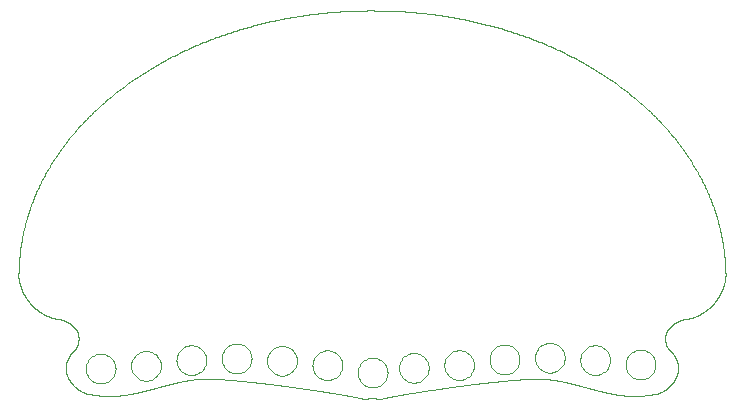
<source format=gbr>
G04 #@! TF.FileFunction,Profile,NP*
%FSLAX46Y46*%
G04 Gerber Fmt 4.6, Leading zero omitted, Abs format (unit mm)*
G04 Created by KiCad (PCBNEW 4.0.3+e1-6302~38~ubuntu14.04.1-stable) date Sat Aug 27 00:04:27 2016*
%MOMM*%
%LPD*%
G01*
G04 APERTURE LIST*
%ADD10C,0.100000*%
%ADD11C,0.076916*%
G04 APERTURE END LIST*
D10*
D11*
X148273779Y-89036229D02*
X148081781Y-89036794D01*
X148081781Y-89036794D02*
X147890084Y-89038205D01*
X147890084Y-89038205D02*
X147698672Y-89039616D01*
X147698672Y-89039616D02*
X147507569Y-89042692D01*
X147507569Y-89042692D02*
X147316733Y-89046531D01*
X147316733Y-89046531D02*
X147126221Y-89051921D01*
X147126221Y-89051921D02*
X146936009Y-89058073D01*
X146936009Y-89058073D02*
X146746113Y-89064988D01*
X146746113Y-89064988D02*
X146556508Y-89073455D01*
X146556508Y-89073455D02*
X146367241Y-89082599D01*
X146367241Y-89082599D02*
X146178291Y-89092759D01*
X146178291Y-89092759D02*
X145989662Y-89103229D01*
X145989662Y-89103229D02*
X145801349Y-89114603D01*
X145801349Y-89114603D02*
X145613392Y-89126823D01*
X145613392Y-89126823D02*
X145425739Y-89139890D01*
X145425739Y-89139890D02*
X145238437Y-89153888D01*
X145238437Y-89153888D02*
X145051493Y-89168733D01*
X145051493Y-89168733D02*
X144864871Y-89184424D01*
X144864871Y-89184424D02*
X144678598Y-89200963D01*
X144678598Y-89200963D02*
X144492693Y-89218432D01*
X144492693Y-89218432D02*
X144307126Y-89236664D01*
X144307126Y-89236664D02*
X144121938Y-89255827D01*
X144121938Y-89255827D02*
X143937102Y-89275836D01*
X143937102Y-89275836D02*
X143752627Y-89296692D01*
X143752627Y-89296692D02*
X143568537Y-89318395D01*
X143568537Y-89318395D02*
X143384810Y-89340917D01*
X143384810Y-89340917D02*
X143201459Y-89364313D01*
X143201459Y-89364313D02*
X143018497Y-89388527D01*
X143018497Y-89388527D02*
X142835916Y-89413589D01*
X142835916Y-89413589D02*
X142653725Y-89439525D01*
X142653725Y-89439525D02*
X142471914Y-89466280D01*
X142471914Y-89466280D02*
X142290508Y-89493825D01*
X142290508Y-89493825D02*
X142109502Y-89522205D01*
X142109502Y-89522205D02*
X141928896Y-89551435D01*
X141928896Y-89551435D02*
X141748706Y-89581432D01*
X141748706Y-89581432D02*
X141568916Y-89612273D01*
X141568916Y-89612273D02*
X141389541Y-89643888D01*
X141389541Y-89643888D02*
X141210581Y-89676422D01*
X141210581Y-89676422D02*
X141032053Y-89709648D01*
X141032053Y-89709648D02*
X140853940Y-89743724D01*
X140853940Y-89743724D02*
X140676250Y-89778643D01*
X140676250Y-89778643D02*
X140499006Y-89814254D01*
X140499006Y-89814254D02*
X140322185Y-89850790D01*
X140322185Y-89850790D02*
X140145816Y-89888016D01*
X140145816Y-89888016D02*
X139969879Y-89926090D01*
X139969879Y-89926090D02*
X139794390Y-89964932D01*
X139794390Y-89964932D02*
X139619353Y-90004542D01*
X139619353Y-90004542D02*
X139444762Y-90044925D01*
X139444762Y-90044925D02*
X139270634Y-90086150D01*
X139270634Y-90086150D02*
X139096957Y-90128147D01*
X139096957Y-90128147D02*
X138923757Y-90170912D01*
X138923757Y-90170912D02*
X138751029Y-90214445D01*
X138751029Y-90214445D02*
X138578755Y-90258748D01*
X138578755Y-90258748D02*
X138406972Y-90303746D01*
X138406972Y-90303746D02*
X138235649Y-90349663D01*
X138235649Y-90349663D02*
X138064820Y-90396199D01*
X138064820Y-90396199D02*
X137894482Y-90443578D01*
X137894482Y-90443578D02*
X137724621Y-90491649D01*
X137724621Y-90491649D02*
X137555262Y-90540567D01*
X137555262Y-90540567D02*
X137386400Y-90590179D01*
X137386400Y-90590179D02*
X137218026Y-90640634D01*
X137218026Y-90640634D02*
X137050172Y-90691784D01*
X137050172Y-90691784D02*
X136882803Y-90743550D01*
X136882803Y-90743550D02*
X136715973Y-90796159D01*
X136715973Y-90796159D02*
X136549645Y-90849462D01*
X136549645Y-90849462D02*
X136383822Y-90903533D01*
X136383822Y-90903533D02*
X136218539Y-90958298D01*
X136218539Y-90958298D02*
X136053778Y-91013907D01*
X136053778Y-91013907D02*
X135889547Y-91070131D01*
X135889547Y-91070131D02*
X135725847Y-91127050D01*
X135725847Y-91127050D02*
X135562672Y-91184736D01*
X135562672Y-91184736D02*
X135400049Y-91243114D01*
X135400049Y-91243114D02*
X135237964Y-91302262D01*
X135237964Y-91302262D02*
X135076434Y-91362104D01*
X135076434Y-91362104D02*
X134915443Y-91422635D01*
X134915443Y-91422635D02*
X134755011Y-91483937D01*
X134755011Y-91483937D02*
X134595143Y-91545854D01*
X134595143Y-91545854D02*
X134435826Y-91608465D01*
X134435826Y-91608465D02*
X134277082Y-91671843D01*
X134277082Y-91671843D02*
X134118905Y-91735913D01*
X134118905Y-91735913D02*
X133961303Y-91800599D01*
X133961303Y-91800599D02*
X133804266Y-91866054D01*
X133804266Y-91866054D02*
X133647819Y-91932202D01*
X133647819Y-91932202D02*
X133491956Y-91999040D01*
X133491956Y-91999040D02*
X133336672Y-92066573D01*
X133336672Y-92066573D02*
X133181995Y-92134722D01*
X133181995Y-92134722D02*
X133027896Y-92203561D01*
X133027896Y-92203561D02*
X132874395Y-92273168D01*
X132874395Y-92273168D02*
X132721493Y-92343394D01*
X132721493Y-92343394D02*
X132569194Y-92414308D01*
X132569194Y-92414308D02*
X132417517Y-92485840D01*
X132417517Y-92485840D02*
X132266446Y-92558063D01*
X132266446Y-92558063D02*
X132115991Y-92630902D01*
X132115991Y-92630902D02*
X131966159Y-92704511D01*
X131966159Y-92704511D02*
X131816942Y-92778812D01*
X131816942Y-92778812D02*
X131668358Y-92853652D01*
X131668358Y-92853652D02*
X131520394Y-92929104D01*
X131520394Y-92929104D02*
X131373072Y-93005329D01*
X131373072Y-93005329D02*
X131226387Y-93082167D01*
X131226387Y-93082167D02*
X131080339Y-93159637D01*
X131080339Y-93159637D02*
X130934939Y-93237705D01*
X130934939Y-93237705D02*
X130790190Y-93316366D01*
X130790190Y-93316366D02*
X130646081Y-93395783D01*
X130646081Y-93395783D02*
X130502625Y-93475796D01*
X130502625Y-93475796D02*
X130359854Y-93556396D01*
X130359854Y-93556396D02*
X130217722Y-93637589D01*
X130217722Y-93637589D02*
X130076266Y-93719374D01*
X130076266Y-93719374D02*
X129935474Y-93801836D01*
X129935474Y-93801836D02*
X129795356Y-93884973D01*
X129795356Y-93884973D02*
X129655916Y-93968703D01*
X129655916Y-93968703D02*
X129517153Y-94053025D01*
X129517153Y-94053025D02*
X129379090Y-94137980D01*
X129379090Y-94137980D02*
X129241701Y-94223547D01*
X129241701Y-94223547D02*
X129105001Y-94309715D01*
X129105001Y-94309715D02*
X128969007Y-94396493D01*
X128969007Y-94396493D02*
X128833695Y-94483869D01*
X128833695Y-94483869D02*
X128699101Y-94571860D01*
X128699101Y-94571860D02*
X128565206Y-94660359D01*
X128565206Y-94660359D02*
X128432028Y-94749451D01*
X128432028Y-94749451D02*
X128299556Y-94839164D01*
X128299556Y-94839164D02*
X128167798Y-94929472D01*
X128167798Y-94929472D02*
X128036759Y-95020393D01*
X128036759Y-95020393D02*
X127906454Y-95111915D01*
X127906454Y-95111915D02*
X127776875Y-95203953D01*
X127776875Y-95203953D02*
X127648012Y-95296581D01*
X127648012Y-95296581D02*
X127519892Y-95389827D01*
X127519892Y-95389827D02*
X127392522Y-95483579D01*
X127392522Y-95483579D02*
X127265880Y-95577923D01*
X127265880Y-95577923D02*
X127140808Y-95672176D01*
X127140808Y-95672176D02*
X127016464Y-95767037D01*
X127016464Y-95767037D02*
X126892876Y-95862397D01*
X126892876Y-95862397D02*
X126770036Y-95958372D01*
X126770036Y-95958372D02*
X126647946Y-96054847D01*
X126647946Y-96054847D02*
X126526622Y-96151920D01*
X126526622Y-96151920D02*
X126406048Y-96249518D01*
X126406048Y-96249518D02*
X126286228Y-96347610D01*
X126286228Y-96347610D02*
X126167187Y-96446301D01*
X126167187Y-96446301D02*
X126048913Y-96545507D01*
X126048913Y-96545507D02*
X125931418Y-96645211D01*
X125931418Y-96645211D02*
X125814691Y-96745524D01*
X125814691Y-96745524D02*
X125698749Y-96846345D01*
X125698749Y-96846345D02*
X125583582Y-96947651D01*
X125583582Y-96947651D02*
X125469217Y-97049494D01*
X125469217Y-97049494D02*
X125355634Y-97151853D01*
X125355634Y-97151853D02*
X125242847Y-97254729D01*
X125242847Y-97254729D02*
X125130855Y-97358127D01*
X125130855Y-97358127D02*
X125019682Y-97462024D01*
X125019682Y-97462024D02*
X124909286Y-97566421D01*
X124909286Y-97566421D02*
X124799718Y-97671351D01*
X124799718Y-97671351D02*
X124690953Y-97776755D01*
X124690953Y-97776755D02*
X124583017Y-97882676D01*
X124583017Y-97882676D02*
X124475897Y-97989088D01*
X124475897Y-97989088D02*
X124369592Y-98096002D01*
X124369592Y-98096002D02*
X124264117Y-98203399D01*
X124264117Y-98203399D02*
X124159475Y-98311295D01*
X124159475Y-98311295D02*
X124055662Y-98419663D01*
X124055662Y-98419663D02*
X123952688Y-98528528D01*
X123952688Y-98528528D02*
X123850551Y-98637872D01*
X123850551Y-98637872D02*
X123749276Y-98747690D01*
X123749276Y-98747690D02*
X123648861Y-98857980D01*
X123648861Y-98857980D02*
X123549248Y-98968763D01*
X123549248Y-98968763D02*
X123450558Y-99079998D01*
X123450558Y-99079998D02*
X123352669Y-99191719D01*
X123352669Y-99191719D02*
X123255686Y-99303891D01*
X123255686Y-99303891D02*
X123159511Y-99416534D01*
X123159511Y-99416534D02*
X123064249Y-99529615D01*
X123064249Y-99529615D02*
X122969798Y-99643181D01*
X122969798Y-99643181D02*
X122876253Y-99757185D01*
X122876253Y-99757185D02*
X122783608Y-99871643D01*
X122783608Y-99871643D02*
X122691894Y-99986555D01*
X122691894Y-99986555D02*
X122600973Y-100101913D01*
X122600973Y-100101913D02*
X122510958Y-100217709D01*
X122510958Y-100217709D02*
X122421858Y-100333959D01*
X122421858Y-100333959D02*
X122333666Y-100450641D01*
X122333666Y-100450641D02*
X122246392Y-100567744D01*
X122246392Y-100567744D02*
X122160015Y-100685303D01*
X122160015Y-100685303D02*
X122074547Y-100803275D01*
X122074547Y-100803275D02*
X121990002Y-100921687D01*
X121990002Y-100921687D02*
X121906357Y-101040528D01*
X121906357Y-101040528D02*
X121823640Y-101159787D01*
X121823640Y-101159787D02*
X121741770Y-101279443D01*
X121741770Y-101279443D02*
X121660835Y-101399549D01*
X121660835Y-101399549D02*
X121580825Y-101520052D01*
X121580825Y-101520052D02*
X121501825Y-101640964D01*
X121501825Y-101640964D02*
X121423757Y-101762289D01*
X121423757Y-101762289D02*
X121346617Y-101884031D01*
X121346617Y-101884031D02*
X121270394Y-102006157D01*
X121270394Y-102006157D02*
X121195095Y-102128701D01*
X121195095Y-102128701D02*
X121120718Y-102251634D01*
X121120718Y-102251634D02*
X121047416Y-102374962D01*
X121047416Y-102374962D02*
X120975037Y-102498688D01*
X120975037Y-102498688D02*
X120903661Y-102622798D01*
X120903661Y-102622798D02*
X120833130Y-102747301D01*
X120833130Y-102747301D02*
X120763597Y-102872190D01*
X120763597Y-102872190D02*
X120695064Y-102997454D01*
X120695064Y-102997454D02*
X120627458Y-103123102D01*
X120627458Y-103123102D02*
X120560848Y-103249128D01*
X120560848Y-103249128D02*
X120495316Y-103375524D01*
X120495316Y-103375524D02*
X120430707Y-103502296D01*
X120430707Y-103502296D02*
X120367097Y-103629431D01*
X120367097Y-103629431D02*
X120304489Y-103756942D01*
X120304489Y-103756942D02*
X120242880Y-103884814D01*
X120242880Y-103884814D02*
X120182270Y-104013031D01*
X120182270Y-104013031D02*
X120122738Y-104141619D01*
X120122738Y-104141619D02*
X120064129Y-104270553D01*
X120064129Y-104270553D02*
X120006518Y-104399856D01*
X120006518Y-104399856D02*
X119949908Y-104529506D01*
X119949908Y-104529506D02*
X119894298Y-104659500D01*
X119894298Y-104659500D02*
X119839688Y-104789825D01*
X119839688Y-104789825D02*
X119786154Y-104920505D01*
X119786154Y-104920505D02*
X119733621Y-105051515D01*
X119733621Y-105051515D02*
X119682087Y-105182878D01*
X119682087Y-105182878D02*
X119631631Y-105314566D01*
X119631631Y-105314566D02*
X119582175Y-105446578D01*
X119582175Y-105446578D02*
X119533793Y-105578926D01*
X119533793Y-105578926D02*
X119486490Y-105711613D01*
X119486490Y-105711613D02*
X119440189Y-105844599D01*
X119440189Y-105844599D02*
X119395039Y-105977918D01*
X119395039Y-105977918D02*
X119350812Y-106111542D01*
X119350812Y-106111542D02*
X119307663Y-106245490D01*
X119307663Y-106245490D02*
X119265665Y-106379754D01*
X119265665Y-106379754D02*
X119224749Y-106514326D01*
X119224749Y-106514326D02*
X119184905Y-106649214D01*
X119184905Y-106649214D02*
X119146139Y-106784385D01*
X119146139Y-106784385D02*
X119108375Y-106919871D01*
X119108375Y-106919871D02*
X119071686Y-107055660D01*
X119071686Y-107055660D02*
X119036151Y-107191730D01*
X119036151Y-107191730D02*
X119001692Y-107328108D01*
X119001692Y-107328108D02*
X118968310Y-107464766D01*
X118968310Y-107464766D02*
X118935928Y-107601720D01*
X118935928Y-107601720D02*
X118904779Y-107738953D01*
X118904779Y-107738953D02*
X118874706Y-107876477D01*
X118874706Y-107876477D02*
X118845708Y-108014281D01*
X118845708Y-108014281D02*
X118817852Y-108152358D01*
X118817852Y-108152358D02*
X118791098Y-108290701D01*
X118791098Y-108290701D02*
X118765415Y-108429339D01*
X118765415Y-108429339D02*
X118740890Y-108568227D01*
X118740890Y-108568227D02*
X118717522Y-108707382D01*
X118717522Y-108707382D02*
X118695283Y-108846814D01*
X118695283Y-108846814D02*
X118674116Y-108986494D01*
X118674116Y-108986494D02*
X118654107Y-109126442D01*
X118654107Y-109126442D02*
X118635198Y-109266642D01*
X118635198Y-109266642D02*
X118617503Y-109407090D01*
X118617503Y-109407090D02*
X118600964Y-109547792D01*
X118600964Y-109547792D02*
X118585499Y-109688756D01*
X118585499Y-109688756D02*
X118571190Y-109829957D01*
X118571190Y-109829957D02*
X118558123Y-109971390D01*
X118558123Y-109971390D02*
X118546213Y-110113060D01*
X118546213Y-110113060D02*
X118535376Y-110254984D01*
X118535376Y-110254984D02*
X118525216Y-110397139D01*
X118525216Y-110397139D02*
X118516749Y-110539526D01*
X118516749Y-110539526D02*
X118509835Y-110682136D01*
X118509835Y-110682136D02*
X118503682Y-110824983D01*
X118503682Y-110824983D02*
X118498292Y-110968038D01*
X118498292Y-110968038D02*
X118494454Y-111111325D01*
X118494454Y-111111325D02*
X118491378Y-111254818D01*
X118491378Y-111254818D02*
X118491132Y-111254734D01*
X118491132Y-111254734D02*
X118490861Y-111254635D01*
X118490861Y-111254635D02*
X118490616Y-111254533D01*
X118490616Y-111254533D02*
X118490362Y-111254434D01*
X118490362Y-111254434D02*
X118490108Y-111254333D01*
X118490108Y-111254333D02*
X118489848Y-111254243D01*
X118489848Y-111254243D02*
X118489594Y-111254141D01*
X118489594Y-111254141D02*
X118489340Y-111254056D01*
X118489340Y-111254056D02*
X118489086Y-111253957D01*
X118489086Y-111253957D02*
X118488832Y-111253864D01*
X118488832Y-111253864D02*
X118488569Y-111253757D01*
X118488569Y-111253757D02*
X118488315Y-111253656D01*
X118488315Y-111253656D02*
X118488061Y-111253565D01*
X118488061Y-111253565D02*
X118487802Y-111253464D01*
X118487802Y-111253464D02*
X118487548Y-111253379D01*
X118487548Y-111253379D02*
X118487294Y-111253280D01*
X118487294Y-111253280D02*
X118487040Y-111253181D01*
X118487040Y-111253181D02*
X118486777Y-111253088D01*
X118486777Y-111253088D02*
X118486540Y-111252981D01*
X118486540Y-111252981D02*
X118486286Y-111252888D01*
X118486286Y-111252888D02*
X118486032Y-111252789D01*
X118486032Y-111252789D02*
X118485778Y-111252687D01*
X118485778Y-111252687D02*
X118485516Y-111252594D01*
X118485516Y-111252594D02*
X118485262Y-111252496D01*
X118485262Y-111252496D02*
X118485008Y-111252411D01*
X118485008Y-111252411D02*
X118484748Y-111252304D01*
X118484748Y-111252304D02*
X118484494Y-111252202D01*
X118484494Y-111252202D02*
X118484240Y-111252112D01*
X118484240Y-111252112D02*
X118483986Y-111252010D01*
X118483986Y-111252010D02*
X118483724Y-111251920D01*
X118483724Y-111251920D02*
X118483470Y-111251818D01*
X118483470Y-111251818D02*
X118483216Y-111251719D01*
X118483216Y-111251719D02*
X118482962Y-111251635D01*
X118482962Y-111251635D02*
X118482702Y-111251542D01*
X118482702Y-111251542D02*
X118482448Y-111251434D01*
X118482448Y-111251434D02*
X118482202Y-111251333D01*
X118482202Y-111251333D02*
X118481948Y-111251243D01*
X118481948Y-111251243D02*
X118481694Y-111251141D01*
X118481694Y-111251141D02*
X118481432Y-111251056D01*
X118481432Y-111251056D02*
X118481178Y-111250957D01*
X118481178Y-111250957D02*
X118480924Y-111250856D01*
X118480924Y-111250856D02*
X118480662Y-111250757D01*
X118480662Y-111250757D02*
X118480410Y-111250658D01*
X118480410Y-111250658D02*
X118480156Y-111250565D01*
X118480156Y-111250565D02*
X118479902Y-111250464D01*
X118479902Y-111250464D02*
X118479640Y-111250365D01*
X118479640Y-111250365D02*
X118479386Y-111250272D01*
X118479386Y-111250272D02*
X118479132Y-111250173D01*
X118479132Y-111250173D02*
X118478878Y-111250088D01*
X118478878Y-111250088D02*
X118478632Y-111249981D01*
X118478632Y-111249981D02*
X118478364Y-111249879D01*
X118478364Y-111249879D02*
X118478116Y-111249789D01*
X118478116Y-111249789D02*
X118477870Y-111249687D01*
X118477870Y-111249687D02*
X118477602Y-111249594D01*
X118477602Y-111249594D02*
X118477357Y-111249496D01*
X118477357Y-111249496D02*
X118477103Y-111249411D01*
X118477103Y-111249411D02*
X118476849Y-111249312D01*
X118476849Y-111249312D02*
X118476586Y-111249205D01*
X118476586Y-111249205D02*
X118476332Y-111249112D01*
X118476332Y-111249112D02*
X118476078Y-111249010D01*
X118476078Y-111249010D02*
X118475824Y-111248920D01*
X118475824Y-111248920D02*
X118475570Y-111248818D01*
X118475570Y-111248818D02*
X118475311Y-111248719D01*
X118475311Y-111248719D02*
X118475057Y-111248635D01*
X118475057Y-111248635D02*
X118474803Y-111248528D01*
X118474803Y-111248528D02*
X118474540Y-111248434D01*
X118474540Y-111248434D02*
X118474286Y-111248336D01*
X118474286Y-111248336D02*
X118474032Y-111248234D01*
X118474032Y-111248234D02*
X118473787Y-111248141D01*
X118473787Y-111248141D02*
X118473519Y-111248042D01*
X118473519Y-111248042D02*
X118473270Y-111247949D01*
X118473270Y-111247949D02*
X118473016Y-111247850D01*
X118473016Y-111247850D02*
X118472765Y-111247749D01*
X118472765Y-111247749D02*
X118472503Y-111247658D01*
X118472503Y-111247658D02*
X118472249Y-111247557D01*
X118472249Y-111247557D02*
X118471995Y-111247466D01*
X118471995Y-111247466D02*
X118471741Y-111247365D01*
X118471741Y-111247365D02*
X118471478Y-111247266D01*
X118471478Y-111247266D02*
X118471224Y-111247173D01*
X118471224Y-111247173D02*
X118470973Y-111247066D01*
X118470973Y-111247066D02*
X118470710Y-111246981D01*
X118470710Y-111246981D02*
X118470456Y-111246879D01*
X118470456Y-111246879D02*
X118470202Y-111246781D01*
X118470202Y-111246781D02*
X118469948Y-111246687D01*
X118469948Y-111246687D02*
X118469703Y-111246589D01*
X118469703Y-111246589D02*
X118469432Y-111246496D01*
X118469432Y-111246496D02*
X118469186Y-111246397D01*
X118469186Y-111246397D02*
X118468932Y-111246312D01*
X118468932Y-111246312D02*
X118468678Y-111246205D01*
X118468678Y-111246205D02*
X118468419Y-111246103D01*
X118468419Y-111246103D02*
X118468165Y-111246010D01*
X118468165Y-111246010D02*
X118467919Y-111245911D01*
X118467919Y-111245911D02*
X118467648Y-111245818D01*
X118467648Y-111245818D02*
X118467403Y-111245719D01*
X118467403Y-111245719D02*
X118467149Y-111245618D01*
X118467149Y-111245618D02*
X118466895Y-111245519D01*
X118466895Y-111245519D02*
X118466641Y-111245434D01*
X118466641Y-111245434D02*
X118466378Y-111245336D01*
X118466378Y-111245336D02*
X118466127Y-111245234D01*
X118466127Y-111245234D02*
X118465873Y-111245144D01*
X118465873Y-111245144D02*
X118465619Y-111245042D01*
X118465619Y-111245042D02*
X118465357Y-111244949D01*
X118465357Y-111244949D02*
X118465103Y-111244850D01*
X118465103Y-111244850D02*
X118464857Y-111244743D01*
X118464857Y-111244743D02*
X118464603Y-111244658D01*
X118464603Y-111244658D02*
X118464341Y-111244557D01*
X118464341Y-111244557D02*
X118464087Y-111244466D01*
X118464087Y-111244466D02*
X118463833Y-111244365D01*
X118463833Y-111244365D02*
X118463579Y-111244266D01*
X118463579Y-111244266D02*
X118463319Y-111244173D01*
X118463319Y-111244173D02*
X118463065Y-111244074D01*
X118463065Y-111244074D02*
X118462811Y-111243989D01*
X118462811Y-111243989D02*
X118462557Y-111243882D01*
X118462557Y-111243882D02*
X118462295Y-111243781D01*
X118462295Y-111243781D02*
X118462041Y-111243687D01*
X118462041Y-111243687D02*
X118461787Y-111243589D01*
X118461787Y-111243589D02*
X118461535Y-111243496D01*
X118461535Y-111243496D02*
X118461273Y-111243397D01*
X118461273Y-111243397D02*
X118461019Y-111243290D01*
X118461019Y-111243290D02*
X118460773Y-111243196D01*
X118460773Y-111243196D02*
X118460502Y-111243103D01*
X118460502Y-111243103D02*
X118460257Y-111243013D01*
X118460257Y-111243013D02*
X118460003Y-111242911D01*
X118460003Y-111242911D02*
X118459749Y-111242813D01*
X118459749Y-111242813D02*
X118459495Y-111242719D01*
X118459495Y-111242719D02*
X118459235Y-111242621D01*
X118459235Y-111242621D02*
X118458981Y-111242519D01*
X118458981Y-111242519D02*
X118458733Y-111242420D01*
X118458733Y-111242420D02*
X118458781Y-111243267D01*
X118458781Y-111243267D02*
X118458843Y-111244114D01*
X118458843Y-111244114D02*
X118458888Y-111244960D01*
X118458888Y-111244960D02*
X118458950Y-111245807D01*
X118458950Y-111245807D02*
X118459018Y-111246654D01*
X118459018Y-111246654D02*
X118459057Y-111247500D01*
X118459057Y-111247500D02*
X118459125Y-111248347D01*
X118459125Y-111248347D02*
X118459182Y-111249194D01*
X118459182Y-111249194D02*
X118459235Y-111250040D01*
X118459235Y-111250040D02*
X118459289Y-111250887D01*
X118459289Y-111250887D02*
X118459351Y-111251734D01*
X118459351Y-111251734D02*
X118459405Y-111252580D01*
X118459405Y-111252580D02*
X118459458Y-111253427D01*
X118459458Y-111253427D02*
X118459517Y-111254274D01*
X118459517Y-111254274D02*
X118459565Y-111255120D01*
X118459565Y-111255120D02*
X118459628Y-111255967D01*
X118459628Y-111255967D02*
X118459681Y-111256814D01*
X118459681Y-111256814D02*
X118459740Y-111257660D01*
X118459740Y-111257660D02*
X118459797Y-111258507D01*
X118459797Y-111258507D02*
X118459856Y-111259354D01*
X118459856Y-111259354D02*
X118459910Y-111260200D01*
X118459910Y-111260200D02*
X118459966Y-111261047D01*
X118459966Y-111261047D02*
X118460025Y-111261894D01*
X118460025Y-111261894D02*
X118460073Y-111262740D01*
X118460073Y-111262740D02*
X118460133Y-111263587D01*
X118460133Y-111263587D02*
X118460181Y-111264434D01*
X118460181Y-111264434D02*
X118460243Y-111265280D01*
X118460243Y-111265280D02*
X118460296Y-111266127D01*
X118460296Y-111266127D02*
X118460364Y-111266974D01*
X118460364Y-111266974D02*
X118460418Y-111267820D01*
X118460418Y-111267820D02*
X118460471Y-111268667D01*
X118460471Y-111268667D02*
X118460519Y-111269514D01*
X118460519Y-111269514D02*
X118460581Y-111270360D01*
X118460581Y-111270360D02*
X118460641Y-111271207D01*
X118460641Y-111271207D02*
X118460689Y-111272054D01*
X118460689Y-111272054D02*
X118460751Y-111272900D01*
X118460751Y-111272900D02*
X118460804Y-111273747D01*
X118460804Y-111273747D02*
X118460858Y-111274594D01*
X118460858Y-111274594D02*
X118460912Y-111275440D01*
X118460912Y-111275440D02*
X118460974Y-111276287D01*
X118460974Y-111276287D02*
X118461033Y-111277134D01*
X118461033Y-111277134D02*
X118461087Y-111277980D01*
X118461087Y-111277980D02*
X118461149Y-111278827D01*
X118461149Y-111278827D02*
X118461197Y-111279674D01*
X118461197Y-111279674D02*
X118461256Y-111280520D01*
X118461256Y-111280520D02*
X118461318Y-111281367D01*
X118461318Y-111281367D02*
X118461366Y-111282214D01*
X118461366Y-111282214D02*
X118461420Y-111283060D01*
X118461420Y-111283060D02*
X118461479Y-111283907D01*
X118461479Y-111283907D02*
X118461535Y-111284754D01*
X118461535Y-111284754D02*
X118461589Y-111285600D01*
X118461589Y-111285600D02*
X118461657Y-111286447D01*
X118461657Y-111286447D02*
X118461702Y-111287294D01*
X118461702Y-111287294D02*
X118461764Y-111288140D01*
X118461764Y-111288140D02*
X118461812Y-111288987D01*
X118461812Y-111288987D02*
X118461871Y-111289834D01*
X118461871Y-111289834D02*
X118461925Y-111290680D01*
X118461925Y-111290680D02*
X118461981Y-111291527D01*
X118461981Y-111291527D02*
X118462041Y-111292374D01*
X118462041Y-111292374D02*
X118462094Y-111293220D01*
X118462094Y-111293220D02*
X118462151Y-111294067D01*
X118462151Y-111294067D02*
X118462204Y-111294914D01*
X118462204Y-111294914D02*
X118462272Y-111295760D01*
X118462272Y-111295760D02*
X118462311Y-111296607D01*
X118462311Y-111296607D02*
X118462379Y-111297454D01*
X118462379Y-111297454D02*
X118462441Y-111298300D01*
X118462441Y-111298300D02*
X118462486Y-111299147D01*
X118462486Y-111299147D02*
X118462549Y-111299994D01*
X118462549Y-111299994D02*
X118462602Y-111300840D01*
X118462602Y-111300840D02*
X118462656Y-111301687D01*
X118462656Y-111301687D02*
X118462709Y-111302534D01*
X118462709Y-111302534D02*
X118462771Y-111303380D01*
X118462771Y-111303380D02*
X118462819Y-111304227D01*
X118462819Y-111304227D02*
X118462879Y-111305074D01*
X118462879Y-111305074D02*
X118462949Y-111305920D01*
X118462949Y-111305920D02*
X118462994Y-111306767D01*
X118462994Y-111306767D02*
X118463057Y-111307614D01*
X118463057Y-111307614D02*
X118463110Y-111308460D01*
X118463110Y-111308460D02*
X118463164Y-111309307D01*
X118463164Y-111309307D02*
X118463217Y-111310154D01*
X118463217Y-111310154D02*
X118463271Y-111311000D01*
X118463271Y-111311000D02*
X118463327Y-111311847D01*
X118463327Y-111311847D02*
X118463387Y-111312694D01*
X118463387Y-111312694D02*
X118463440Y-111313540D01*
X118463440Y-111313540D02*
X118463494Y-111314387D01*
X118463494Y-111314387D02*
X118463565Y-111315234D01*
X118463565Y-111315234D02*
X118463610Y-111316080D01*
X118463610Y-111316080D02*
X118463672Y-111316927D01*
X118463672Y-111316927D02*
X118463725Y-111317774D01*
X118463725Y-111317774D02*
X118463779Y-111318620D01*
X118463779Y-111318620D02*
X118463841Y-111319467D01*
X118463841Y-111319467D02*
X118463895Y-111320314D01*
X118463895Y-111320314D02*
X118463948Y-111321160D01*
X118463948Y-111321160D02*
X118464002Y-111322007D01*
X118464002Y-111322007D02*
X118464064Y-111322854D01*
X118464064Y-111322854D02*
X118464109Y-111323700D01*
X118464109Y-111323700D02*
X118464171Y-111324547D01*
X118464171Y-111324547D02*
X118464225Y-111325394D01*
X118464225Y-111325394D02*
X118464287Y-111326240D01*
X118464287Y-111326240D02*
X118464349Y-111327087D01*
X118464349Y-111327087D02*
X118464403Y-111327934D01*
X118464403Y-111327934D02*
X118464456Y-111328780D01*
X118464456Y-111328780D02*
X118464510Y-111329627D01*
X118464510Y-111329627D02*
X118464572Y-111330474D01*
X118464572Y-111330474D02*
X118464617Y-111331320D01*
X118464617Y-111331320D02*
X118464679Y-111332167D01*
X118464679Y-111332167D02*
X118464727Y-111333014D01*
X118464727Y-111333014D02*
X118464787Y-111333860D01*
X118464787Y-111333860D02*
X118464857Y-111334707D01*
X118464857Y-111334707D02*
X118464902Y-111335554D01*
X118464902Y-111335554D02*
X118464956Y-111336400D01*
X118464956Y-111336400D02*
X118465018Y-111337247D01*
X118465018Y-111337247D02*
X118465072Y-111338094D01*
X118465072Y-111338094D02*
X118465125Y-111338940D01*
X118465125Y-111338940D02*
X118465187Y-111339787D01*
X118465187Y-111339787D02*
X118465232Y-111340634D01*
X118465232Y-111340634D02*
X118465295Y-111341480D01*
X118465295Y-111341480D02*
X118465357Y-111342327D01*
X118465357Y-111342327D02*
X118465402Y-111343174D01*
X118465402Y-111343174D02*
X118465472Y-111344020D01*
X118465472Y-111344020D02*
X118465526Y-111344867D01*
X118465526Y-111344867D02*
X118465580Y-111345714D01*
X118465580Y-111345714D02*
X118465633Y-111346560D01*
X118465633Y-111346560D02*
X118465695Y-111347407D01*
X118465695Y-111347407D02*
X118465749Y-111348254D01*
X118465749Y-111348254D02*
X118465803Y-111349100D01*
X118465803Y-111349100D02*
X118465856Y-111349947D01*
X118465856Y-111349947D02*
X118465910Y-111350794D01*
X118465910Y-111350794D02*
X118466756Y-111369336D01*
X118466756Y-111369336D02*
X118467603Y-111387878D01*
X118467603Y-111387878D02*
X118468450Y-111406335D01*
X118468450Y-111406335D02*
X118469296Y-111424877D01*
X118469296Y-111424877D02*
X118470143Y-111443419D01*
X118470143Y-111443419D02*
X118470990Y-111461876D01*
X118470990Y-111461876D02*
X118472401Y-111480418D01*
X118472401Y-111480418D02*
X118473812Y-111498960D01*
X118473812Y-111498960D02*
X118475223Y-111517418D01*
X118475223Y-111517418D02*
X118476634Y-111535960D01*
X118476634Y-111535960D02*
X118478045Y-111554332D01*
X118478045Y-111554332D02*
X118479456Y-111572790D01*
X118479456Y-111572790D02*
X118480868Y-111591162D01*
X118480868Y-111591162D02*
X118482279Y-111609535D01*
X118482279Y-111609535D02*
X118483690Y-111627908D01*
X118483690Y-111627908D02*
X118485101Y-111646365D01*
X118485101Y-111646365D02*
X118486512Y-111664738D01*
X118486512Y-111664738D02*
X118487923Y-111683110D01*
X118487923Y-111683110D02*
X118490999Y-111701568D01*
X118490999Y-111701568D02*
X118494076Y-111719940D01*
X118494076Y-111719940D02*
X118497152Y-111738172D01*
X118497152Y-111738172D02*
X118500228Y-111756403D01*
X118500228Y-111756403D02*
X118503304Y-111774635D01*
X118503304Y-111774635D02*
X118506380Y-111792866D01*
X118506380Y-111792866D02*
X118509457Y-111811098D01*
X118509457Y-111811098D02*
X118512533Y-111829330D01*
X118512533Y-111829330D02*
X118515609Y-111847561D01*
X118515609Y-111847561D02*
X118518685Y-111865708D01*
X118518685Y-111865708D02*
X118521762Y-111883855D01*
X118521762Y-111883855D02*
X118524838Y-111902002D01*
X118524838Y-111902002D02*
X118528676Y-111920149D01*
X118528676Y-111920149D02*
X118532514Y-111938296D01*
X118532514Y-111938296D02*
X118536352Y-111956442D01*
X118536352Y-111956442D02*
X118540191Y-111974533D01*
X118540191Y-111974533D02*
X118544029Y-111992595D01*
X118544029Y-111992595D02*
X118548657Y-112010686D01*
X118548657Y-112010686D02*
X118552496Y-112028748D01*
X118552496Y-112028748D02*
X118556334Y-112046838D01*
X118556334Y-112046838D02*
X118560172Y-112064900D01*
X118560172Y-112064900D02*
X118564010Y-112082906D01*
X118564010Y-112082906D02*
X118567848Y-112100912D01*
X118567848Y-112100912D02*
X118571687Y-112118918D01*
X118571687Y-112118918D02*
X118575525Y-112136924D01*
X118575525Y-112136924D02*
X118580915Y-112154929D01*
X118580915Y-112154929D02*
X118586306Y-112172850D01*
X118586306Y-112172850D02*
X118591696Y-112190772D01*
X118591696Y-112190772D02*
X118597087Y-112208693D01*
X118597087Y-112208693D02*
X118602477Y-112226614D01*
X118602477Y-112226614D02*
X118607868Y-112244535D01*
X118607868Y-112244535D02*
X118613258Y-112262315D01*
X118613258Y-112262315D02*
X118618648Y-112280151D01*
X118618648Y-112280151D02*
X118624039Y-112297931D01*
X118624039Y-112297931D02*
X118629429Y-112315768D01*
X118629429Y-112315768D02*
X118634820Y-112333463D01*
X118634820Y-112333463D02*
X118640210Y-112351158D01*
X118640210Y-112351158D02*
X118645601Y-112368854D01*
X118645601Y-112368854D02*
X118651753Y-112386549D01*
X118651753Y-112386549D02*
X118657906Y-112404160D01*
X118657906Y-112404160D02*
X118664058Y-112421686D01*
X118664058Y-112421686D02*
X118670210Y-112439296D01*
X118670210Y-112439296D02*
X118676363Y-112456907D01*
X118676363Y-112456907D02*
X118682515Y-112474377D01*
X118682515Y-112474377D02*
X118688668Y-112491846D01*
X118688668Y-112491846D02*
X118694820Y-112509316D01*
X118694820Y-112509316D02*
X118700973Y-112526701D01*
X118700973Y-112526701D02*
X118707125Y-112544085D01*
X118707125Y-112544085D02*
X118713278Y-112561470D01*
X118713278Y-112561470D02*
X118719430Y-112578855D01*
X118719430Y-112578855D02*
X118726344Y-112596071D01*
X118726344Y-112596071D02*
X118733259Y-112613286D01*
X118733259Y-112613286D02*
X118740173Y-112630587D01*
X118740173Y-112630587D02*
X118747088Y-112647802D01*
X118747088Y-112647802D02*
X118754002Y-112664961D01*
X118754002Y-112664961D02*
X118760917Y-112682120D01*
X118760917Y-112682120D02*
X118767831Y-112699279D01*
X118767831Y-112699279D02*
X118774746Y-112716354D01*
X118774746Y-112716354D02*
X118781660Y-112733428D01*
X118781660Y-112733428D02*
X118788574Y-112750503D01*
X118788574Y-112750503D02*
X118795489Y-112767493D01*
X118795489Y-112767493D02*
X118802403Y-112784482D01*
X118802403Y-112784482D02*
X118809318Y-112801472D01*
X118809318Y-112801472D02*
X118816232Y-112818377D01*
X118816232Y-112818377D02*
X118824699Y-112835311D01*
X118824699Y-112835311D02*
X118833166Y-112852244D01*
X118833166Y-112852244D02*
X118841632Y-112869093D01*
X118841632Y-112869093D02*
X118850099Y-112885772D01*
X118850099Y-112885772D02*
X118858566Y-112902451D01*
X118858566Y-112902451D02*
X118867032Y-112919074D01*
X118867032Y-112919074D02*
X118875499Y-112935697D01*
X118875499Y-112935697D02*
X118883966Y-112952320D01*
X118883966Y-112952320D02*
X118892432Y-112968858D01*
X118892432Y-112968858D02*
X118900899Y-112985396D01*
X118900899Y-112985396D02*
X118909366Y-113001850D01*
X118909366Y-113001850D02*
X118917832Y-113018303D01*
X118917832Y-113018303D02*
X118926299Y-113034757D01*
X118926299Y-113034757D02*
X118935443Y-113051126D01*
X118935443Y-113051126D02*
X118944587Y-113067523D01*
X118944587Y-113067523D02*
X118953731Y-113083920D01*
X118953731Y-113083920D02*
X118962875Y-113100148D01*
X118962875Y-113100148D02*
X118972019Y-113116376D01*
X118972019Y-113116376D02*
X118981163Y-113132519D01*
X118981163Y-113132519D02*
X118990307Y-113148662D01*
X118990307Y-113148662D02*
X118999451Y-113164805D01*
X118999451Y-113164805D02*
X119008595Y-113180892D01*
X119008595Y-113180892D02*
X119017739Y-113196978D01*
X119017739Y-113196978D02*
X119026883Y-113212980D01*
X119026883Y-113212980D02*
X119036027Y-113228982D01*
X119036027Y-113228982D02*
X119045171Y-113244984D01*
X119045171Y-113244984D02*
X119054315Y-113260902D01*
X119054315Y-113260902D02*
X119064390Y-113276734D01*
X119064390Y-113276734D02*
X119074550Y-113292426D01*
X119074550Y-113292426D02*
X119084710Y-113308202D01*
X119084710Y-113308202D02*
X119094786Y-113323809D01*
X119094786Y-113323809D02*
X119104946Y-113339416D01*
X119104946Y-113339416D02*
X119115106Y-113355023D01*
X119115106Y-113355023D02*
X119125181Y-113370573D01*
X119125181Y-113370573D02*
X119135341Y-113386095D01*
X119135341Y-113386095D02*
X119145586Y-113401561D01*
X119145586Y-113401561D02*
X119155887Y-113417027D01*
X119155887Y-113417027D02*
X119166188Y-113432408D01*
X119166188Y-113432408D02*
X119176574Y-113447789D01*
X119176574Y-113447789D02*
X119187044Y-113463086D01*
X119187044Y-113463086D02*
X119197740Y-113478326D01*
X119197740Y-113478326D02*
X119208352Y-113493481D01*
X119208352Y-113493481D02*
X119219048Y-113508636D01*
X119219048Y-113508636D02*
X119229829Y-113523622D01*
X119229829Y-113523622D02*
X119240666Y-113538693D01*
X119240666Y-113538693D02*
X119251588Y-113553623D01*
X119251588Y-113553623D02*
X119262595Y-113568552D01*
X119262595Y-113568552D02*
X119273602Y-113583397D01*
X119273602Y-113583397D02*
X119284665Y-113598242D01*
X119284665Y-113598242D02*
X119295897Y-113613002D01*
X119295897Y-113613002D02*
X119307130Y-113627706D01*
X119307130Y-113627706D02*
X119318447Y-113642325D01*
X119318447Y-113642325D02*
X119329820Y-113656944D01*
X119329820Y-113656944D02*
X119341194Y-113671478D01*
X119341194Y-113671478D02*
X119352652Y-113686013D01*
X119352652Y-113686013D02*
X119364336Y-113700463D01*
X119364336Y-113700463D02*
X119376020Y-113714912D01*
X119376020Y-113714912D02*
X119387789Y-113729306D01*
X119387789Y-113729306D02*
X119399642Y-113743699D01*
X119399642Y-113743699D02*
X119411495Y-113758008D01*
X119411495Y-113758008D02*
X119423405Y-113772316D01*
X119423405Y-113772316D02*
X119435400Y-113786399D01*
X119435400Y-113786399D02*
X119447394Y-113800398D01*
X119447394Y-113800398D02*
X119459558Y-113814396D01*
X119459558Y-113814396D02*
X119471637Y-113828309D01*
X119471637Y-113828309D02*
X119483857Y-113842223D01*
X119483857Y-113842223D02*
X119496162Y-113856080D01*
X119496162Y-113856080D02*
X119508467Y-113869937D01*
X119508467Y-113869937D02*
X119520856Y-113883710D01*
X119520856Y-113883710D02*
X119533246Y-113897482D01*
X119533246Y-113897482D02*
X119545777Y-113911085D01*
X119545777Y-113911085D02*
X119558392Y-113924688D01*
X119558392Y-113924688D02*
X119571007Y-113938235D01*
X119571007Y-113938235D02*
X119583764Y-113951697D01*
X119583764Y-113951697D02*
X119596605Y-113965159D01*
X119596605Y-113965159D02*
X119609446Y-113978452D01*
X119609446Y-113978452D02*
X119622372Y-113991829D01*
X119622372Y-113991829D02*
X119635298Y-114005122D01*
X119635298Y-114005122D02*
X119648308Y-114018188D01*
X119648308Y-114018188D02*
X119661318Y-114031255D01*
X119661318Y-114031255D02*
X119674385Y-114044238D01*
X119674385Y-114044238D02*
X119687622Y-114057248D01*
X119687622Y-114057248D02*
X119700942Y-114070174D01*
X119700942Y-114070174D02*
X119714320Y-114083100D01*
X119714320Y-114083100D02*
X119727697Y-114095941D01*
X119727697Y-114095941D02*
X119741159Y-114108697D01*
X119741159Y-114108697D02*
X119754706Y-114121454D01*
X119754706Y-114121454D02*
X119768252Y-114134069D01*
X119768252Y-114134069D02*
X119781856Y-114146684D01*
X119781856Y-114146684D02*
X119795459Y-114159158D01*
X119795459Y-114159158D02*
X119809231Y-114171633D01*
X119809231Y-114171633D02*
X119823004Y-114184107D01*
X119823004Y-114184107D02*
X119836861Y-114196412D01*
X119836861Y-114196412D02*
X119850718Y-114208632D01*
X119850718Y-114208632D02*
X119864631Y-114220852D01*
X119864631Y-114220852D02*
X119878545Y-114233016D01*
X119878545Y-114233016D02*
X119892543Y-114245095D01*
X119892543Y-114245095D02*
X119906626Y-114257090D01*
X119906626Y-114257090D02*
X119920709Y-114268999D01*
X119920709Y-114268999D02*
X119934933Y-114280909D01*
X119934933Y-114280909D02*
X119949241Y-114292762D01*
X119949241Y-114292762D02*
X119963635Y-114304531D01*
X119963635Y-114304531D02*
X119978028Y-114316300D01*
X119978028Y-114316300D02*
X119992478Y-114327984D01*
X119992478Y-114327984D02*
X120006928Y-114339611D01*
X120006928Y-114339611D02*
X120021462Y-114351070D01*
X120021462Y-114351070D02*
X120035997Y-114362443D01*
X120035997Y-114362443D02*
X120050616Y-114373817D01*
X120050616Y-114373817D02*
X120065235Y-114385134D01*
X120065235Y-114385134D02*
X120079939Y-114396366D01*
X120079939Y-114396366D02*
X120094699Y-114407599D01*
X120094699Y-114407599D02*
X120109544Y-114418690D01*
X120109544Y-114418690D02*
X120124389Y-114429697D01*
X120124389Y-114429697D02*
X120139318Y-114440703D01*
X120139318Y-114440703D02*
X120154248Y-114451625D01*
X120154248Y-114451625D02*
X120169234Y-114462463D01*
X120169234Y-114462463D02*
X120184304Y-114473300D01*
X120184304Y-114473300D02*
X120199460Y-114483996D01*
X120199460Y-114483996D02*
X120214615Y-114494608D01*
X120214615Y-114494608D02*
X120229911Y-114505219D01*
X120229911Y-114505219D02*
X120245208Y-114515690D01*
X120245208Y-114515690D02*
X120260448Y-114526076D01*
X120260448Y-114526076D02*
X120275829Y-114536461D01*
X120275829Y-114536461D02*
X120291210Y-114546762D01*
X120291210Y-114546762D02*
X120306676Y-114556979D01*
X120306676Y-114556979D02*
X120322142Y-114567195D01*
X120322142Y-114567195D02*
X120337692Y-114577355D01*
X120337692Y-114577355D02*
X120353214Y-114587515D01*
X120353214Y-114587515D02*
X120368821Y-114597675D01*
X120368821Y-114597675D02*
X120384428Y-114607751D01*
X120384428Y-114607751D02*
X120400120Y-114617911D01*
X120400120Y-114617911D02*
X120415896Y-114628071D01*
X120415896Y-114628071D02*
X120431729Y-114638231D01*
X120431729Y-114638231D02*
X120447589Y-114648391D01*
X120447589Y-114648391D02*
X120463507Y-114657535D01*
X120463507Y-114657535D02*
X120479509Y-114666679D01*
X120479509Y-114666679D02*
X120495511Y-114675823D01*
X120495511Y-114675823D02*
X120511597Y-114684967D01*
X120511597Y-114684967D02*
X120527684Y-114694111D01*
X120527684Y-114694111D02*
X120543771Y-114703255D01*
X120543771Y-114703255D02*
X120559914Y-114712399D01*
X120559914Y-114712399D02*
X120576057Y-114721543D01*
X120576057Y-114721543D02*
X120592200Y-114730687D01*
X120592200Y-114730687D02*
X120608428Y-114739831D01*
X120608428Y-114739831D02*
X120624656Y-114748975D01*
X120624656Y-114748975D02*
X120641025Y-114758119D01*
X120641025Y-114758119D02*
X120657422Y-114767263D01*
X120657422Y-114767263D02*
X120673791Y-114776407D01*
X120673791Y-114776407D02*
X120690244Y-114784873D01*
X120690244Y-114784873D02*
X120706698Y-114793340D01*
X120706698Y-114793340D02*
X120723236Y-114801807D01*
X120723236Y-114801807D02*
X120739774Y-114810273D01*
X120739774Y-114810273D02*
X120756312Y-114818740D01*
X120756312Y-114818740D02*
X120772935Y-114827207D01*
X120772935Y-114827207D02*
X120789558Y-114835673D01*
X120789558Y-114835673D02*
X120806407Y-114844140D01*
X120806407Y-114844140D02*
X120823086Y-114852607D01*
X120823086Y-114852607D02*
X120839935Y-114861073D01*
X120839935Y-114861073D02*
X120856614Y-114869540D01*
X120856614Y-114869540D02*
X120873547Y-114878007D01*
X120873547Y-114878007D02*
X120890481Y-114886473D01*
X120890481Y-114886473D02*
X120907471Y-114893388D01*
X120907471Y-114893388D02*
X120924460Y-114900302D01*
X120924460Y-114900302D02*
X120941450Y-114907217D01*
X120941450Y-114907217D02*
X120958525Y-114914131D01*
X120958525Y-114914131D02*
X120975599Y-114921045D01*
X120975599Y-114921045D02*
X120992673Y-114927960D01*
X120992673Y-114927960D02*
X121009833Y-114934874D01*
X121009833Y-114934874D02*
X121026992Y-114941789D01*
X121026992Y-114941789D02*
X121044151Y-114948703D01*
X121044151Y-114948703D02*
X121061366Y-114955618D01*
X121061366Y-114955618D02*
X121078610Y-114962532D01*
X121078610Y-114962532D02*
X121095826Y-114969447D01*
X121095826Y-114969447D02*
X121113211Y-114976361D01*
X121113211Y-114976361D02*
X121121677Y-114979437D01*
X121121677Y-114979437D02*
X121130144Y-114982513D01*
X121130144Y-114982513D02*
X121138611Y-114985590D01*
X121138611Y-114985590D02*
X121147077Y-114988666D01*
X121147077Y-114988666D02*
X121155544Y-114991742D01*
X121155544Y-114991742D02*
X121164011Y-114994818D01*
X121164011Y-114994818D02*
X121172477Y-114997895D01*
X121172477Y-114997895D02*
X121180944Y-115000971D01*
X121180944Y-115000971D02*
X121189411Y-115004047D01*
X121189411Y-115004047D02*
X121197877Y-115007123D01*
X121197877Y-115007123D02*
X121206344Y-115010199D01*
X121206344Y-115010199D02*
X121214811Y-115013276D01*
X121214811Y-115013276D02*
X121223277Y-115016352D01*
X121223277Y-115016352D02*
X121231744Y-115019428D01*
X121231744Y-115019428D02*
X121240211Y-115022504D01*
X121240211Y-115022504D02*
X121248677Y-115025581D01*
X121248677Y-115025581D02*
X121257144Y-115028657D01*
X121257144Y-115028657D02*
X121265611Y-115031733D01*
X121265611Y-115031733D02*
X121274077Y-115034809D01*
X121274077Y-115034809D02*
X121282544Y-115037885D01*
X121282544Y-115037885D02*
X121291011Y-115040962D01*
X121291011Y-115040962D02*
X121299477Y-115044038D01*
X121299477Y-115044038D02*
X121307944Y-115047114D01*
X121307944Y-115047114D02*
X121316411Y-115050190D01*
X121316411Y-115050190D02*
X121324877Y-115053267D01*
X121324877Y-115053267D02*
X121333344Y-115056343D01*
X121333344Y-115056343D02*
X121341811Y-115059419D01*
X121341811Y-115059419D02*
X121350277Y-115062495D01*
X121350277Y-115062495D02*
X121358744Y-115065571D01*
X121358744Y-115065571D02*
X121367211Y-115068648D01*
X121367211Y-115068648D02*
X121375677Y-115071724D01*
X121375677Y-115071724D02*
X121384144Y-115074800D01*
X121384144Y-115074800D02*
X121392611Y-115077876D01*
X121392611Y-115077876D02*
X121401077Y-115080953D01*
X121401077Y-115080953D02*
X121409544Y-115084029D01*
X121409544Y-115084029D02*
X121418011Y-115087105D01*
X121418011Y-115087105D02*
X121426477Y-115090181D01*
X121426477Y-115090181D02*
X121434944Y-115091592D01*
X121434944Y-115091592D02*
X121443411Y-115093003D01*
X121443411Y-115093003D02*
X121451877Y-115094415D01*
X121451877Y-115094415D02*
X121460344Y-115095826D01*
X121460344Y-115095826D02*
X121468811Y-115097237D01*
X121468811Y-115097237D02*
X121477277Y-115098648D01*
X121477277Y-115098648D02*
X121485744Y-115100059D01*
X121485744Y-115100059D02*
X121494211Y-115101470D01*
X121494211Y-115101470D02*
X121502677Y-115102881D01*
X121502677Y-115102881D02*
X121511144Y-115104292D01*
X121511144Y-115104292D02*
X121519611Y-115105703D01*
X121519611Y-115105703D02*
X121528077Y-115107115D01*
X121528077Y-115107115D02*
X121536544Y-115108526D01*
X121536544Y-115108526D02*
X121545011Y-115109937D01*
X121545011Y-115109937D02*
X121553477Y-115111348D01*
X121553477Y-115111348D02*
X121561944Y-115112759D01*
X121561944Y-115112759D02*
X121570411Y-115114170D01*
X121570411Y-115114170D02*
X121578877Y-115115581D01*
X121578877Y-115115581D02*
X121587344Y-115116992D01*
X121587344Y-115116992D02*
X121595811Y-115118403D01*
X121595811Y-115118403D02*
X121604277Y-115119815D01*
X121604277Y-115119815D02*
X121612744Y-115121226D01*
X121612744Y-115121226D02*
X121621211Y-115122637D01*
X121621211Y-115122637D02*
X121629677Y-115124048D01*
X121629677Y-115124048D02*
X121638144Y-115125459D01*
X121638144Y-115125459D02*
X121646611Y-115126870D01*
X121646611Y-115126870D02*
X121655077Y-115128281D01*
X121655077Y-115128281D02*
X121663544Y-115129692D01*
X121663544Y-115129692D02*
X121672011Y-115131103D01*
X121672011Y-115131103D02*
X121680477Y-115132515D01*
X121680477Y-115132515D02*
X121688944Y-115133926D01*
X121688944Y-115133926D02*
X121697411Y-115135337D01*
X121697411Y-115135337D02*
X121705877Y-115136748D01*
X121705877Y-115136748D02*
X121714344Y-115138159D01*
X121714344Y-115138159D02*
X121722811Y-115139570D01*
X121722811Y-115139570D02*
X121731277Y-115140981D01*
X121731277Y-115140981D02*
X121739744Y-115142392D01*
X121739744Y-115142392D02*
X121748211Y-115143803D01*
X121748211Y-115143803D02*
X121756677Y-115145215D01*
X121756677Y-115145215D02*
X121765144Y-115146626D01*
X121765144Y-115146626D02*
X121773611Y-115148037D01*
X121773611Y-115148037D02*
X121782077Y-115149448D01*
X121782077Y-115149448D02*
X121790544Y-115150859D01*
X121790544Y-115150859D02*
X121799011Y-115152270D01*
X121799011Y-115152270D02*
X121807477Y-115153681D01*
X121807477Y-115153681D02*
X121815944Y-115155092D01*
X121815944Y-115155092D02*
X121824411Y-115156503D01*
X121824411Y-115156503D02*
X121832877Y-115157915D01*
X121832877Y-115157915D02*
X121841344Y-115159326D01*
X121841344Y-115159326D02*
X121849811Y-115160737D01*
X121849811Y-115160737D02*
X121858277Y-115162148D01*
X121858277Y-115162148D02*
X121866744Y-115163559D01*
X121866744Y-115163559D02*
X121875211Y-115164970D01*
X121875211Y-115164970D02*
X121883677Y-115166381D01*
X121883677Y-115166381D02*
X121892144Y-115167792D01*
X121892144Y-115167792D02*
X121900611Y-115169203D01*
X121900611Y-115169203D02*
X121909077Y-115170615D01*
X121909077Y-115170615D02*
X121917544Y-115172026D01*
X121917544Y-115172026D02*
X121926011Y-115173437D01*
X121926011Y-115173437D02*
X121934477Y-115174848D01*
X121934477Y-115174848D02*
X121942944Y-115176259D01*
X121942944Y-115176259D02*
X121951411Y-115177670D01*
X121951411Y-115177670D02*
X121959877Y-115179081D01*
X121959877Y-115179081D02*
X121968344Y-115180492D01*
X121968344Y-115180492D02*
X121976811Y-115181903D01*
X121976811Y-115181903D02*
X121985277Y-115183315D01*
X121985277Y-115183315D02*
X121993744Y-115184726D01*
X121993744Y-115184726D02*
X122002211Y-115186137D01*
X122002211Y-115186137D02*
X122010677Y-115187548D01*
X122010677Y-115187548D02*
X122019144Y-115188959D01*
X122019144Y-115188959D02*
X122027611Y-115190370D01*
X122027611Y-115190370D02*
X122036077Y-115191781D01*
X122036077Y-115191781D02*
X122044544Y-115193192D01*
X122044544Y-115193192D02*
X122053011Y-115194603D01*
X122053011Y-115194603D02*
X122061477Y-115196015D01*
X122061477Y-115196015D02*
X122069944Y-115199091D01*
X122069944Y-115199091D02*
X122078411Y-115202167D01*
X122078411Y-115202167D02*
X122086877Y-115205243D01*
X122086877Y-115205243D02*
X122095344Y-115208319D01*
X122095344Y-115208319D02*
X122103811Y-115211396D01*
X122103811Y-115211396D02*
X122112277Y-115214472D01*
X122112277Y-115214472D02*
X122120744Y-115217548D01*
X122120744Y-115217548D02*
X122129211Y-115220624D01*
X122129211Y-115220624D02*
X122137677Y-115223701D01*
X122137677Y-115223701D02*
X122146144Y-115226777D01*
X122146144Y-115226777D02*
X122154611Y-115229853D01*
X122154611Y-115229853D02*
X122163077Y-115232929D01*
X122163077Y-115232929D02*
X122171544Y-115236005D01*
X122171544Y-115236005D02*
X122180011Y-115239082D01*
X122180011Y-115239082D02*
X122188477Y-115242158D01*
X122188477Y-115242158D02*
X122196944Y-115245234D01*
X122196944Y-115245234D02*
X122205411Y-115248310D01*
X122205411Y-115248310D02*
X122213877Y-115251387D01*
X122213877Y-115251387D02*
X122222344Y-115254463D01*
X122222344Y-115254463D02*
X122230811Y-115257539D01*
X122230811Y-115257539D02*
X122239277Y-115260615D01*
X122239277Y-115260615D02*
X122247744Y-115263691D01*
X122247744Y-115263691D02*
X122256211Y-115266768D01*
X122256211Y-115266768D02*
X122264677Y-115269844D01*
X122264677Y-115269844D02*
X122273144Y-115272920D01*
X122273144Y-115272920D02*
X122281611Y-115275996D01*
X122281611Y-115275996D02*
X122290077Y-115279073D01*
X122290077Y-115279073D02*
X122298544Y-115282149D01*
X122298544Y-115282149D02*
X122307011Y-115285225D01*
X122307011Y-115285225D02*
X122315477Y-115288301D01*
X122315477Y-115288301D02*
X122323944Y-115291377D01*
X122323944Y-115291377D02*
X122332410Y-115294454D01*
X122332410Y-115294454D02*
X122340877Y-115297530D01*
X122340877Y-115297530D02*
X122349344Y-115300606D01*
X122349344Y-115300606D02*
X122357810Y-115303682D01*
X122357810Y-115303682D02*
X122366277Y-115306759D01*
X122366277Y-115306759D02*
X122374744Y-115309835D01*
X122374744Y-115309835D02*
X122383210Y-115312911D01*
X122383210Y-115312911D02*
X122391677Y-115315987D01*
X122391677Y-115315987D02*
X122400144Y-115319063D01*
X122400144Y-115319063D02*
X122408610Y-115322140D01*
X122408610Y-115322140D02*
X122417077Y-115325216D01*
X122417077Y-115325216D02*
X122425544Y-115328292D01*
X122425544Y-115328292D02*
X122432458Y-115331368D01*
X122432458Y-115331368D02*
X122439373Y-115334445D01*
X122439373Y-115334445D02*
X122446287Y-115337521D01*
X122446287Y-115337521D02*
X122453202Y-115340597D01*
X122453202Y-115340597D02*
X122460116Y-115343673D01*
X122460116Y-115343673D02*
X122467030Y-115346749D01*
X122467030Y-115346749D02*
X122473945Y-115349826D01*
X122473945Y-115349826D02*
X122480859Y-115352902D01*
X122480859Y-115352902D02*
X122487774Y-115355978D01*
X122487774Y-115355978D02*
X122494688Y-115359054D01*
X122494688Y-115359054D02*
X122501603Y-115362131D01*
X122501603Y-115362131D02*
X122508517Y-115365207D01*
X122508517Y-115365207D02*
X122515432Y-115368283D01*
X122515432Y-115368283D02*
X122522346Y-115371359D01*
X122522346Y-115371359D02*
X122529260Y-115374435D01*
X122529260Y-115374435D02*
X122536175Y-115377512D01*
X122536175Y-115377512D02*
X122543089Y-115380588D01*
X122543089Y-115380588D02*
X122550004Y-115383664D01*
X122550004Y-115383664D02*
X122556918Y-115386740D01*
X122556918Y-115386740D02*
X122563833Y-115389817D01*
X122563833Y-115389817D02*
X122570747Y-115392893D01*
X122570747Y-115392893D02*
X122577662Y-115396731D01*
X122577662Y-115396731D02*
X122584576Y-115400569D01*
X122584576Y-115400569D02*
X122591490Y-115404407D01*
X122591490Y-115404407D02*
X122598405Y-115409036D01*
X122598405Y-115409036D02*
X122605319Y-115412874D01*
X122605319Y-115412874D02*
X122612234Y-115416712D01*
X122612234Y-115416712D02*
X122619148Y-115420551D01*
X122619148Y-115420551D02*
X122626063Y-115424389D01*
X122626063Y-115424389D02*
X122632977Y-115428989D01*
X122632977Y-115428989D02*
X122639892Y-115432827D01*
X122639892Y-115432827D02*
X122646806Y-115436665D01*
X122646806Y-115436665D02*
X122653720Y-115440504D01*
X122653720Y-115440504D02*
X122660635Y-115445132D01*
X122660635Y-115445132D02*
X122667549Y-115448970D01*
X122667549Y-115448970D02*
X122674464Y-115452809D01*
X122674464Y-115452809D02*
X122681378Y-115456647D01*
X122681378Y-115456647D02*
X122688293Y-115460485D01*
X122688293Y-115460485D02*
X122695207Y-115465113D01*
X122695207Y-115465113D02*
X122702122Y-115468952D01*
X122702122Y-115468952D02*
X122709036Y-115472790D01*
X122709036Y-115472790D02*
X122715950Y-115476628D01*
X122715950Y-115476628D02*
X122722865Y-115481257D01*
X122722865Y-115481257D02*
X122729779Y-115485095D01*
X122729779Y-115485095D02*
X122736694Y-115488933D01*
X122736694Y-115488933D02*
X122743608Y-115492771D01*
X122743608Y-115492771D02*
X122750523Y-115496609D01*
X122750523Y-115496609D02*
X122757437Y-115500448D01*
X122757437Y-115500448D02*
X122764352Y-115504286D01*
X122764352Y-115504286D02*
X122771266Y-115508124D01*
X122771266Y-115508124D02*
X122778180Y-115511962D01*
X122778180Y-115511962D02*
X122785095Y-115516591D01*
X122785095Y-115516591D02*
X122792009Y-115520429D01*
X122792009Y-115520429D02*
X122798924Y-115524267D01*
X122798924Y-115524267D02*
X122805838Y-115528105D01*
X122805838Y-115528105D02*
X122812753Y-115531944D01*
X122812753Y-115531944D02*
X122819667Y-115535782D01*
X122819667Y-115535782D02*
X122826582Y-115539620D01*
X122826582Y-115539620D02*
X122833496Y-115543458D01*
X122833496Y-115543458D02*
X122840410Y-115548087D01*
X122840410Y-115548087D02*
X122847325Y-115551925D01*
X122847325Y-115551925D02*
X122854239Y-115555763D01*
X122854239Y-115555763D02*
X122861154Y-115559601D01*
X122861154Y-115559601D02*
X122867306Y-115563440D01*
X122867306Y-115563440D02*
X122873459Y-115568830D01*
X122873459Y-115568830D02*
X122879611Y-115574221D01*
X122879611Y-115574221D02*
X122885764Y-115579611D01*
X122885764Y-115579611D02*
X122891916Y-115585001D01*
X122891916Y-115585001D02*
X122898068Y-115590392D01*
X122898068Y-115590392D02*
X122904221Y-115595782D01*
X122904221Y-115595782D02*
X122910373Y-115601173D01*
X122910373Y-115601173D02*
X122916526Y-115606563D01*
X122916526Y-115606563D02*
X122922678Y-115611954D01*
X122922678Y-115611954D02*
X122928831Y-115617344D01*
X122928831Y-115617344D02*
X122934983Y-115622735D01*
X122934983Y-115622735D02*
X122941136Y-115628125D01*
X122941136Y-115628125D02*
X122947288Y-115633515D01*
X122947288Y-115633515D02*
X122953440Y-115638906D01*
X122953440Y-115638906D02*
X122959593Y-115644296D01*
X122959593Y-115644296D02*
X122965745Y-115649687D01*
X122965745Y-115649687D02*
X122971898Y-115655077D01*
X122971898Y-115655077D02*
X122978050Y-115660468D01*
X122978050Y-115660468D02*
X122984203Y-115665858D01*
X122984203Y-115665858D02*
X122990355Y-115671249D01*
X122990355Y-115671249D02*
X122996508Y-115676639D01*
X122996508Y-115676639D02*
X123002660Y-115682029D01*
X123002660Y-115682029D02*
X123008812Y-115687420D01*
X123008812Y-115687420D02*
X123014965Y-115692810D01*
X123014965Y-115692810D02*
X123021117Y-115698201D01*
X123021117Y-115698201D02*
X123027270Y-115703591D01*
X123027270Y-115703591D02*
X123033422Y-115708982D01*
X123033422Y-115708982D02*
X123039575Y-115714372D01*
X123039575Y-115714372D02*
X123045727Y-115719763D01*
X123045727Y-115719763D02*
X123051880Y-115725153D01*
X123051880Y-115725153D02*
X123058032Y-115730543D01*
X123058032Y-115730543D02*
X123064184Y-115735934D01*
X123064184Y-115735934D02*
X123070337Y-115741324D01*
X123070337Y-115741324D02*
X123076489Y-115746715D01*
X123076489Y-115746715D02*
X123082642Y-115752105D01*
X123082642Y-115752105D02*
X123088794Y-115758258D01*
X123088794Y-115758258D02*
X123094947Y-115764410D01*
X123094947Y-115764410D02*
X123101099Y-115770563D01*
X123101099Y-115770563D02*
X123107252Y-115776715D01*
X123107252Y-115776715D02*
X123113404Y-115782867D01*
X123113404Y-115782867D02*
X123119556Y-115789020D01*
X123119556Y-115789020D02*
X123125709Y-115795172D01*
X123125709Y-115795172D02*
X123131861Y-115801325D01*
X123131861Y-115801325D02*
X123138014Y-115807477D01*
X123138014Y-115807477D02*
X123144166Y-115813630D01*
X123144166Y-115813630D02*
X123150319Y-115819782D01*
X123150319Y-115819782D02*
X123156471Y-115825935D01*
X123156471Y-115825935D02*
X123162624Y-115832087D01*
X123162624Y-115832087D02*
X123168776Y-115838239D01*
X123168776Y-115838239D02*
X123174928Y-115844392D01*
X123174928Y-115844392D02*
X123181081Y-115850544D01*
X123181081Y-115850544D02*
X123187233Y-115856697D01*
X123187233Y-115856697D02*
X123193386Y-115862849D01*
X123193386Y-115862849D02*
X123199538Y-115869002D01*
X123199538Y-115869002D02*
X123205691Y-115875154D01*
X123205691Y-115875154D02*
X123211081Y-115881307D01*
X123211081Y-115881307D02*
X123216472Y-115887459D01*
X123216472Y-115887459D02*
X123221862Y-115893611D01*
X123221862Y-115893611D02*
X123227252Y-115900526D01*
X123227252Y-115900526D02*
X123232643Y-115907440D01*
X123232643Y-115907440D02*
X123238033Y-115914355D01*
X123238033Y-115914355D02*
X123243424Y-115921269D01*
X123243424Y-115921269D02*
X123248814Y-115928184D01*
X123248814Y-115928184D02*
X123254205Y-115935098D01*
X123254205Y-115935098D02*
X123259595Y-115942013D01*
X123259595Y-115942013D02*
X123264986Y-115948927D01*
X123264986Y-115948927D02*
X123270376Y-115955841D01*
X123270376Y-115955841D02*
X123275766Y-115962756D01*
X123275766Y-115962756D02*
X123281157Y-115969670D01*
X123281157Y-115969670D02*
X123286547Y-115976585D01*
X123286547Y-115976585D02*
X123291938Y-115983499D01*
X123291938Y-115983499D02*
X123297328Y-115990414D01*
X123297328Y-115990414D02*
X123302719Y-115997328D01*
X123302719Y-115997328D02*
X123308109Y-116004243D01*
X123308109Y-116004243D02*
X123313500Y-116011157D01*
X123313500Y-116011157D02*
X123318890Y-116018071D01*
X123318890Y-116018071D02*
X123324280Y-116024986D01*
X123324280Y-116024986D02*
X123329671Y-116031900D01*
X123329671Y-116031900D02*
X123335061Y-116038815D01*
X123335061Y-116038815D02*
X123340452Y-116045729D01*
X123340452Y-116045729D02*
X123345842Y-116052644D01*
X123345842Y-116052644D02*
X123351233Y-116059558D01*
X123351233Y-116059558D02*
X123356623Y-116066473D01*
X123356623Y-116066473D02*
X123362014Y-116073387D01*
X123362014Y-116073387D02*
X123367404Y-116080301D01*
X123367404Y-116080301D02*
X123372794Y-116087216D01*
X123372794Y-116087216D02*
X123378185Y-116094130D01*
X123378185Y-116094130D02*
X123383575Y-116101045D01*
X123383575Y-116101045D02*
X123387414Y-116107959D01*
X123387414Y-116107959D02*
X123391252Y-116114874D01*
X123391252Y-116114874D02*
X123395090Y-116121788D01*
X123395090Y-116121788D02*
X123398928Y-116128703D01*
X123398928Y-116128703D02*
X123402766Y-116135617D01*
X123402766Y-116135617D02*
X123406605Y-116142531D01*
X123406605Y-116142531D02*
X123410443Y-116149446D01*
X123410443Y-116149446D02*
X123414281Y-116156360D01*
X123414281Y-116156360D02*
X123418119Y-116163275D01*
X123418119Y-116163275D02*
X123421958Y-116170189D01*
X123421958Y-116170189D02*
X123425796Y-116177104D01*
X123425796Y-116177104D02*
X123429634Y-116184018D01*
X123429634Y-116184018D02*
X123433472Y-116190932D01*
X123433472Y-116190932D02*
X123437310Y-116197847D01*
X123437310Y-116197847D02*
X123441149Y-116204761D01*
X123441149Y-116204761D02*
X123444987Y-116211676D01*
X123444987Y-116211676D02*
X123448825Y-116218590D01*
X123448825Y-116218590D02*
X123452663Y-116225505D01*
X123452663Y-116225505D02*
X123456502Y-116232419D01*
X123456502Y-116232419D02*
X123460340Y-116239334D01*
X123460340Y-116239334D02*
X123464178Y-116246248D01*
X123464178Y-116246248D02*
X123468016Y-116253162D01*
X123468016Y-116253162D02*
X123471854Y-116261629D01*
X123471854Y-116261629D02*
X123475693Y-116270096D01*
X123475693Y-116270096D02*
X123478769Y-116278562D01*
X123478769Y-116278562D02*
X123481845Y-116287029D01*
X123481845Y-116287029D02*
X123484921Y-116295496D01*
X123484921Y-116295496D02*
X123487998Y-116303962D01*
X123487998Y-116303962D02*
X123491074Y-116312429D01*
X123491074Y-116312429D02*
X123494150Y-116320896D01*
X123494150Y-116320896D02*
X123497226Y-116329362D01*
X123497226Y-116329362D02*
X123500302Y-116337829D01*
X123500302Y-116337829D02*
X123503379Y-116346296D01*
X123503379Y-116346296D02*
X123506455Y-116354762D01*
X123506455Y-116354762D02*
X123509531Y-116363229D01*
X123509531Y-116363229D02*
X123512607Y-116371696D01*
X123512607Y-116371696D02*
X123515684Y-116380162D01*
X123515684Y-116380162D02*
X123518760Y-116388629D01*
X123518760Y-116388629D02*
X123521836Y-116397096D01*
X123521836Y-116397096D02*
X123524912Y-116405562D01*
X123524912Y-116405562D02*
X123527988Y-116414029D01*
X123527988Y-116414029D02*
X123531065Y-116422496D01*
X123531065Y-116422496D02*
X123534141Y-116430962D01*
X123534141Y-116430962D02*
X123535552Y-116439429D01*
X123535552Y-116439429D02*
X123536963Y-116447896D01*
X123536963Y-116447896D02*
X123538374Y-116456362D01*
X123538374Y-116456362D02*
X123539785Y-116464829D01*
X123539785Y-116464829D02*
X123541196Y-116473296D01*
X123541196Y-116473296D02*
X123542608Y-116481762D01*
X123542608Y-116481762D02*
X123544019Y-116490229D01*
X123544019Y-116490229D02*
X123545430Y-116498696D01*
X123545430Y-116498696D02*
X123546841Y-116507162D01*
X123546841Y-116507162D02*
X123548252Y-116515629D01*
X123548252Y-116515629D02*
X123549663Y-116524096D01*
X123549663Y-116524096D02*
X123551074Y-116532562D01*
X123551074Y-116532562D02*
X123552485Y-116541029D01*
X123552485Y-116541029D02*
X123553896Y-116549496D01*
X123553896Y-116549496D02*
X123555308Y-116557962D01*
X123555308Y-116557962D02*
X123556719Y-116566429D01*
X123556719Y-116566429D02*
X123558130Y-116574896D01*
X123558130Y-116574896D02*
X123559541Y-116583362D01*
X123559541Y-116583362D02*
X123560388Y-116591829D01*
X123560388Y-116591829D02*
X123561234Y-116600296D01*
X123561234Y-116600296D02*
X123562081Y-116608762D01*
X123562081Y-116608762D02*
X123562928Y-116617229D01*
X123562928Y-116617229D02*
X123563774Y-116625696D01*
X123563774Y-116625696D02*
X123564621Y-116634162D01*
X123564621Y-116634162D02*
X123565468Y-116642629D01*
X123565468Y-116642629D02*
X123566314Y-116651096D01*
X123566314Y-116651096D02*
X123567161Y-116659562D01*
X123567161Y-116659562D02*
X123568008Y-116668029D01*
X123568008Y-116668029D02*
X123568854Y-116676496D01*
X123568854Y-116676496D02*
X123569701Y-116684962D01*
X123569701Y-116684962D02*
X123570265Y-116693429D01*
X123570265Y-116693429D02*
X123570830Y-116701896D01*
X123570830Y-116701896D02*
X123571394Y-116710362D01*
X123571394Y-116710362D02*
X123571959Y-116718829D01*
X123571959Y-116718829D02*
X123572523Y-116727296D01*
X123572523Y-116727296D02*
X123572805Y-116735762D01*
X123572805Y-116735762D02*
X123573088Y-116744229D01*
X123573088Y-116744229D02*
X123573370Y-116752696D01*
X123573370Y-116752696D02*
X123573598Y-116761162D01*
X123573598Y-116761162D02*
X123573785Y-116769629D01*
X123573785Y-116769629D02*
X123573914Y-116778096D01*
X123573914Y-116778096D02*
X123574008Y-116786562D01*
X123574008Y-116786562D02*
X123574044Y-116795029D01*
X123574044Y-116795029D02*
X123574030Y-116803496D01*
X123574030Y-116803496D02*
X123573968Y-116811962D01*
X123573968Y-116811962D02*
X123573861Y-116820429D01*
X123573861Y-116820429D02*
X123573706Y-116828896D01*
X123573706Y-116828896D02*
X123573508Y-116837362D01*
X123573508Y-116837362D02*
X123573254Y-116845829D01*
X123573254Y-116845829D02*
X123572972Y-116854296D01*
X123572972Y-116854296D02*
X123572690Y-116862762D01*
X123572690Y-116862762D02*
X123572407Y-116871229D01*
X123572407Y-116871229D02*
X123571843Y-116879696D01*
X123571843Y-116879696D02*
X123571279Y-116888162D01*
X123571279Y-116888162D02*
X123570714Y-116896629D01*
X123570714Y-116896629D02*
X123570150Y-116905096D01*
X123570150Y-116905096D02*
X123569585Y-116913562D01*
X123569585Y-116913562D02*
X123569021Y-116922029D01*
X123569021Y-116922029D02*
X123568174Y-116930496D01*
X123568174Y-116930496D02*
X123567327Y-116938962D01*
X123567327Y-116938962D02*
X123566481Y-116947429D01*
X123566481Y-116947429D02*
X123565634Y-116955896D01*
X123565634Y-116955896D02*
X123564787Y-116964362D01*
X123564787Y-116964362D02*
X123563941Y-116972829D01*
X123563941Y-116972829D02*
X123563094Y-116981296D01*
X123563094Y-116981296D02*
X123562247Y-116989762D01*
X123562247Y-116989762D02*
X123561401Y-116998229D01*
X123561401Y-116998229D02*
X123560554Y-117006696D01*
X123560554Y-117006696D02*
X123559707Y-117015162D01*
X123559707Y-117015162D02*
X123558861Y-117023629D01*
X123558861Y-117023629D02*
X123558014Y-117032096D01*
X123558014Y-117032096D02*
X123557167Y-117040562D01*
X123557167Y-117040562D02*
X123556321Y-117049029D01*
X123556321Y-117049029D02*
X123555474Y-117057496D01*
X123555474Y-117057496D02*
X123554627Y-117065962D01*
X123554627Y-117065962D02*
X123553781Y-117074429D01*
X123553781Y-117074429D02*
X123552370Y-117082896D01*
X123552370Y-117082896D02*
X123550959Y-117091362D01*
X123550959Y-117091362D02*
X123549547Y-117099829D01*
X123549547Y-117099829D02*
X123548136Y-117108296D01*
X123548136Y-117108296D02*
X123546725Y-117116762D01*
X123546725Y-117116762D02*
X123545314Y-117125229D01*
X123545314Y-117125229D02*
X123543903Y-117133696D01*
X123543903Y-117133696D02*
X123542492Y-117142162D01*
X123542492Y-117142162D02*
X123541081Y-117150629D01*
X123541081Y-117150629D02*
X123539670Y-117159096D01*
X123539670Y-117159096D02*
X123538259Y-117167562D01*
X123538259Y-117167562D02*
X123536847Y-117176029D01*
X123536847Y-117176029D02*
X123535436Y-117184496D01*
X123535436Y-117184496D02*
X123534025Y-117192962D01*
X123534025Y-117192962D02*
X123532614Y-117201429D01*
X123532614Y-117201429D02*
X123531203Y-117209896D01*
X123531203Y-117209896D02*
X123529792Y-117218362D01*
X123529792Y-117218362D02*
X123528381Y-117226829D01*
X123528381Y-117226829D02*
X123526970Y-117235296D01*
X123526970Y-117235296D02*
X123525559Y-117243762D01*
X123525559Y-117243762D02*
X123524147Y-117252229D01*
X123524147Y-117252229D02*
X123522736Y-117260696D01*
X123522736Y-117260696D02*
X123519660Y-117269162D01*
X123519660Y-117269162D02*
X123516584Y-117277629D01*
X123516584Y-117277629D02*
X123513508Y-117286096D01*
X123513508Y-117286096D02*
X123510431Y-117294562D01*
X123510431Y-117294562D02*
X123507355Y-117303029D01*
X123507355Y-117303029D02*
X123504279Y-117311496D01*
X123504279Y-117311496D02*
X123501203Y-117319962D01*
X123501203Y-117319962D02*
X123498127Y-117328429D01*
X123498127Y-117328429D02*
X123495050Y-117336896D01*
X123495050Y-117336896D02*
X123491974Y-117345362D01*
X123491974Y-117345362D02*
X123488898Y-117353829D01*
X123488898Y-117353829D02*
X123485822Y-117362296D01*
X123485822Y-117362296D02*
X123482745Y-117370762D01*
X123482745Y-117370762D02*
X123479669Y-117379229D01*
X123479669Y-117379229D02*
X123476593Y-117387696D01*
X123476593Y-117387696D02*
X123473517Y-117396162D01*
X123473517Y-117396162D02*
X123470441Y-117404629D01*
X123470441Y-117404629D02*
X123467364Y-117413096D01*
X123467364Y-117413096D02*
X123464288Y-117421562D01*
X123464288Y-117421562D02*
X123461212Y-117428477D01*
X123461212Y-117428477D02*
X123458136Y-117435391D01*
X123458136Y-117435391D02*
X123455059Y-117442306D01*
X123455059Y-117442306D02*
X123451983Y-117449220D01*
X123451983Y-117449220D02*
X123448907Y-117456135D01*
X123448907Y-117456135D02*
X123445069Y-117463049D01*
X123445069Y-117463049D02*
X123441231Y-117469964D01*
X123441231Y-117469964D02*
X123437392Y-117476878D01*
X123437392Y-117476878D02*
X123433554Y-117483792D01*
X123433554Y-117483792D02*
X123429716Y-117490707D01*
X123429716Y-117490707D02*
X123425878Y-117497621D01*
X123425878Y-117497621D02*
X123422039Y-117504536D01*
X123422039Y-117504536D02*
X123418201Y-117511450D01*
X123418201Y-117511450D02*
X123414363Y-117518365D01*
X123414363Y-117518365D02*
X123410525Y-117525279D01*
X123410525Y-117525279D02*
X123406687Y-117532193D01*
X123406687Y-117532193D02*
X123402848Y-117539108D01*
X123402848Y-117539108D02*
X123399010Y-117546022D01*
X123399010Y-117546022D02*
X123394382Y-117552937D01*
X123394382Y-117552937D02*
X123390543Y-117559851D01*
X123390543Y-117559851D02*
X123386705Y-117566766D01*
X123386705Y-117566766D02*
X123382867Y-117573680D01*
X123382867Y-117573680D02*
X123379029Y-117580595D01*
X123379029Y-117580595D02*
X123375191Y-117587509D01*
X123375191Y-117587509D02*
X123371352Y-117594423D01*
X123371352Y-117594423D02*
X123367514Y-117601338D01*
X123367514Y-117601338D02*
X123363676Y-117608252D01*
X123363676Y-117608252D02*
X123359076Y-117615167D01*
X123359076Y-117615167D02*
X123355237Y-117622081D01*
X123355237Y-117622081D02*
X123351399Y-117628996D01*
X123351399Y-117628996D02*
X123346009Y-117635910D01*
X123346009Y-117635910D02*
X123340618Y-117642825D01*
X123340618Y-117642825D02*
X123335228Y-117649739D01*
X123335228Y-117649739D02*
X123329837Y-117656653D01*
X123329837Y-117656653D02*
X123324447Y-117663568D01*
X123324447Y-117663568D02*
X123319057Y-117670482D01*
X123319057Y-117670482D02*
X123313666Y-117677397D01*
X123313666Y-117677397D02*
X123308276Y-117684311D01*
X123308276Y-117684311D02*
X123302885Y-117691226D01*
X123302885Y-117691226D02*
X123297495Y-117698140D01*
X123297495Y-117698140D02*
X123292104Y-117705055D01*
X123292104Y-117705055D02*
X123286714Y-117711207D01*
X123286714Y-117711207D02*
X123281323Y-117717359D01*
X123281323Y-117717359D02*
X123275933Y-117723512D01*
X123275933Y-117723512D02*
X123270543Y-117729664D01*
X123270543Y-117729664D02*
X123270619Y-117729574D01*
X123270619Y-117729574D02*
X123270703Y-117729481D01*
X123270703Y-117729481D02*
X123270782Y-117729405D01*
X123270782Y-117729405D02*
X123270867Y-117729312D01*
X123270867Y-117729312D02*
X123270935Y-117729227D01*
X123270935Y-117729227D02*
X123271019Y-117729142D01*
X123271019Y-117729142D02*
X123271104Y-117729049D01*
X123271104Y-117729049D02*
X123271180Y-117728964D01*
X123271180Y-117728964D02*
X123271265Y-117728888D01*
X123271265Y-117728888D02*
X123271344Y-117728795D01*
X123271344Y-117728795D02*
X123271429Y-117728705D01*
X123271429Y-117728705D02*
X123271505Y-117728626D01*
X123271505Y-117728626D02*
X123271598Y-117728535D01*
X123271598Y-117728535D02*
X123271683Y-117728451D01*
X123271683Y-117728451D02*
X123271759Y-117728366D01*
X123271759Y-117728366D02*
X123271844Y-117728273D01*
X123271844Y-117728273D02*
X123271920Y-117728188D01*
X123271920Y-117728188D02*
X123272004Y-117728090D01*
X123272004Y-117728090D02*
X123272089Y-117728019D01*
X123272089Y-117728019D02*
X123272165Y-117727920D01*
X123272165Y-117727920D02*
X123272250Y-117727827D01*
X123272250Y-117727827D02*
X123272329Y-117727757D01*
X123272329Y-117727757D02*
X123272411Y-117727658D01*
X123272411Y-117727658D02*
X123272481Y-117727587D01*
X123272481Y-117727587D02*
X123272566Y-117727488D01*
X123272566Y-117727488D02*
X123272651Y-117727404D01*
X123272651Y-117727404D02*
X123272727Y-117727311D01*
X123272727Y-117727311D02*
X123272812Y-117727226D01*
X123272812Y-117727226D02*
X123272896Y-117727141D01*
X123272896Y-117727141D02*
X123272981Y-117727051D01*
X123272981Y-117727051D02*
X123273066Y-117726972D01*
X123273066Y-117726972D02*
X123273142Y-117726882D01*
X123273142Y-117726882D02*
X123273226Y-117726789D01*
X123273226Y-117726789D02*
X123273305Y-117726712D01*
X123273305Y-117726712D02*
X123273390Y-117726619D01*
X123273390Y-117726619D02*
X123273466Y-117726535D01*
X123273466Y-117726535D02*
X123273551Y-117726450D01*
X123273551Y-117726450D02*
X123273636Y-117726357D01*
X123273636Y-117726357D02*
X123273712Y-117726272D01*
X123273712Y-117726272D02*
X123273797Y-117726187D01*
X123273797Y-117726187D02*
X123273873Y-117726103D01*
X123273873Y-117726103D02*
X123273966Y-117726012D01*
X123273966Y-117726012D02*
X123274028Y-117725933D01*
X123274028Y-117725933D02*
X123274113Y-117725843D01*
X123274113Y-117725843D02*
X123274211Y-117725758D01*
X123274211Y-117725758D02*
X123274282Y-117725674D01*
X123274282Y-117725674D02*
X123274367Y-117725581D01*
X123274367Y-117725581D02*
X123274443Y-117725496D01*
X123274443Y-117725496D02*
X123274527Y-117725403D01*
X123274527Y-117725403D02*
X123274604Y-117725327D01*
X123274604Y-117725327D02*
X123274688Y-117725233D01*
X123274688Y-117725233D02*
X123274773Y-117725143D01*
X123274773Y-117725143D02*
X123274849Y-117725064D01*
X123274849Y-117725064D02*
X123274934Y-117724974D01*
X123274934Y-117724974D02*
X123275013Y-117724889D01*
X123275013Y-117724889D02*
X123275098Y-117724805D01*
X123275098Y-117724805D02*
X123275174Y-117724720D01*
X123275174Y-117724720D02*
X123275267Y-117724627D01*
X123275267Y-117724627D02*
X123275343Y-117724542D01*
X123275343Y-117724542D02*
X123275428Y-117724457D01*
X123275428Y-117724457D02*
X123275512Y-117724364D01*
X123275512Y-117724364D02*
X123275589Y-117724288D01*
X123275589Y-117724288D02*
X123275673Y-117724198D01*
X123275673Y-117724198D02*
X123275758Y-117724105D01*
X123275758Y-117724105D02*
X123275829Y-117724028D01*
X123275829Y-117724028D02*
X123275913Y-117723935D01*
X123275913Y-117723935D02*
X123275989Y-117723851D01*
X123275989Y-117723851D02*
X123276074Y-117723766D01*
X123276074Y-117723766D02*
X123276150Y-117723673D01*
X123276150Y-117723673D02*
X123276235Y-117723588D01*
X123276235Y-117723588D02*
X123276320Y-117723495D01*
X123276320Y-117723495D02*
X123276396Y-117723419D01*
X123276396Y-117723419D02*
X123276480Y-117723328D01*
X123276480Y-117723328D02*
X123276565Y-117723249D01*
X123276565Y-117723249D02*
X123276650Y-117723159D01*
X123276650Y-117723159D02*
X123276720Y-117723074D01*
X123276720Y-117723074D02*
X123276811Y-117722981D01*
X123276811Y-117722981D02*
X123276895Y-117722897D01*
X123276895Y-117722897D02*
X123276974Y-117722812D01*
X123276974Y-117722812D02*
X123277059Y-117722719D01*
X123277059Y-117722719D02*
X123277135Y-117722643D01*
X123277135Y-117722643D02*
X123277220Y-117722550D01*
X123277220Y-117722550D02*
X123277305Y-117722459D01*
X123277305Y-117722459D02*
X123277372Y-117722380D01*
X123277372Y-117722380D02*
X123277457Y-117722290D01*
X123277457Y-117722290D02*
X123277536Y-117722205D01*
X123277536Y-117722205D02*
X123277621Y-117722121D01*
X123277621Y-117722121D02*
X123277697Y-117722027D01*
X123277697Y-117722027D02*
X123277782Y-117721943D01*
X123277782Y-117721943D02*
X123277872Y-117721858D01*
X123277872Y-117721858D02*
X123277951Y-117721773D01*
X123277951Y-117721773D02*
X123278036Y-117721680D01*
X123278036Y-117721680D02*
X123278112Y-117721604D01*
X123278112Y-117721604D02*
X123278196Y-117721511D01*
X123278196Y-117721511D02*
X123278281Y-117721421D01*
X123278281Y-117721421D02*
X123278357Y-117721342D01*
X123278357Y-117721342D02*
X123278442Y-117721251D01*
X123278442Y-117721251D02*
X123278518Y-117721167D01*
X123278518Y-117721167D02*
X123278603Y-117721082D01*
X123278603Y-117721082D02*
X123278682Y-117720989D01*
X123278682Y-117720989D02*
X123278766Y-117720904D01*
X123278766Y-117720904D02*
X123278843Y-117720811D01*
X123278843Y-117720811D02*
X123278919Y-117720735D01*
X123278919Y-117720735D02*
X123279004Y-117720642D01*
X123279004Y-117720642D02*
X123279080Y-117720566D01*
X123279080Y-117720566D02*
X123279173Y-117720472D01*
X123279173Y-117720472D02*
X123279258Y-117720388D01*
X123279258Y-117720388D02*
X123279334Y-117720297D01*
X123279334Y-117720297D02*
X123279418Y-117720213D01*
X123279418Y-117720213D02*
X123279497Y-117720128D01*
X123279497Y-117720128D02*
X123279582Y-117720035D01*
X123279582Y-117720035D02*
X123279658Y-117719959D01*
X123279658Y-117719959D02*
X123279743Y-117719866D01*
X123279743Y-117719866D02*
X123279819Y-117719767D01*
X123279819Y-117719767D02*
X123279904Y-117719696D01*
X123279904Y-117719696D02*
X123279988Y-117719598D01*
X123279988Y-117719598D02*
X123280065Y-117719518D01*
X123280065Y-117719518D02*
X123280149Y-117719437D01*
X123280149Y-117719437D02*
X123280226Y-117719335D01*
X123280226Y-117719335D02*
X123280310Y-117719250D01*
X123280310Y-117719250D02*
X123280389Y-117719166D01*
X123280389Y-117719166D02*
X123280480Y-117719081D01*
X123280480Y-117719081D02*
X123280564Y-117718988D01*
X123280564Y-117718988D02*
X123280635Y-117718920D01*
X123280635Y-117718920D02*
X123280719Y-117718819D01*
X123280719Y-117718819D02*
X123280796Y-117718728D01*
X123280796Y-117718728D02*
X123280880Y-117718652D01*
X123280880Y-117718652D02*
X123280965Y-117718559D01*
X123280965Y-117718559D02*
X123270805Y-117727703D01*
X123270805Y-117727703D02*
X123260645Y-117736847D01*
X123260645Y-117736847D02*
X123250570Y-117745991D01*
X123250570Y-117745991D02*
X123240410Y-117755135D01*
X123240410Y-117755135D02*
X123230250Y-117764279D01*
X123230250Y-117764279D02*
X123220090Y-117773423D01*
X123220090Y-117773423D02*
X123209930Y-117782567D01*
X123209930Y-117782567D02*
X123199770Y-117791711D01*
X123199770Y-117791711D02*
X123189694Y-117800855D01*
X123189694Y-117800855D02*
X123179534Y-117809999D01*
X123179534Y-117809999D02*
X123169374Y-117819143D01*
X123169374Y-117819143D02*
X123160230Y-117828287D01*
X123160230Y-117828287D02*
X123151086Y-117837431D01*
X123151086Y-117837431D02*
X123141942Y-117846575D01*
X123141942Y-117846575D02*
X123132798Y-117856735D01*
X123132798Y-117856735D02*
X123123654Y-117866895D01*
X123123654Y-117866895D02*
X123114510Y-117877055D01*
X123114510Y-117877055D02*
X123105366Y-117887215D01*
X123105366Y-117887215D02*
X123096222Y-117897375D01*
X123096222Y-117897375D02*
X123087078Y-117907535D01*
X123087078Y-117907535D02*
X123077934Y-117917695D01*
X123077934Y-117917695D02*
X123068790Y-117927855D01*
X123068790Y-117927855D02*
X123059646Y-117937930D01*
X123059646Y-117937930D02*
X123050502Y-117948147D01*
X123050502Y-117948147D02*
X123041358Y-117958363D01*
X123041358Y-117958363D02*
X123032214Y-117968664D01*
X123032214Y-117968664D02*
X123023070Y-117978965D01*
X123023070Y-117978965D02*
X123013926Y-117989351D01*
X123013926Y-117989351D02*
X123004782Y-117999737D01*
X123004782Y-117999737D02*
X122995638Y-118010207D01*
X122995638Y-118010207D02*
X122986494Y-118020678D01*
X122986494Y-118020678D02*
X122978028Y-118031289D01*
X122978028Y-118031289D02*
X122969561Y-118041901D01*
X122969561Y-118041901D02*
X122961094Y-118052682D01*
X122961094Y-118052682D02*
X122952628Y-118063378D01*
X122952628Y-118063378D02*
X122944161Y-118074215D01*
X122944161Y-118074215D02*
X122935694Y-118085053D01*
X122935694Y-118085053D02*
X122927228Y-118095975D01*
X122927228Y-118095975D02*
X122918761Y-118106897D01*
X122918761Y-118106897D02*
X122910294Y-118117903D01*
X122910294Y-118117903D02*
X122901828Y-118128910D01*
X122901828Y-118128910D02*
X122893361Y-118140058D01*
X122893361Y-118140058D02*
X122884894Y-118151121D01*
X122884894Y-118151121D02*
X122876428Y-118162353D01*
X122876428Y-118162353D02*
X122867961Y-118173586D01*
X122867961Y-118173586D02*
X122859494Y-118184903D01*
X122859494Y-118184903D02*
X122851028Y-118196220D01*
X122851028Y-118196220D02*
X122842561Y-118207594D01*
X122842561Y-118207594D02*
X122835647Y-118218967D01*
X122835647Y-118218967D02*
X122828732Y-118230341D01*
X122828732Y-118230341D02*
X122821818Y-118241799D01*
X122821818Y-118241799D02*
X122814903Y-118253257D01*
X122814903Y-118253257D02*
X122807989Y-118264941D01*
X122807989Y-118264941D02*
X122801074Y-118276569D01*
X122801074Y-118276569D02*
X122794160Y-118288337D01*
X122794160Y-118288337D02*
X122787245Y-118300106D01*
X122787245Y-118300106D02*
X122780331Y-118311875D01*
X122780331Y-118311875D02*
X122773417Y-118323728D01*
X122773417Y-118323728D02*
X122766502Y-118335581D01*
X122766502Y-118335581D02*
X122759588Y-118347491D01*
X122759588Y-118347491D02*
X122752673Y-118359429D01*
X122752673Y-118359429D02*
X122745759Y-118371339D01*
X122745759Y-118371339D02*
X122738844Y-118383333D01*
X122738844Y-118383333D02*
X122732692Y-118395328D01*
X122732692Y-118395328D02*
X122726539Y-118407322D01*
X122726539Y-118407322D02*
X122720387Y-118419486D01*
X122720387Y-118419486D02*
X122714235Y-118431650D01*
X122714235Y-118431650D02*
X122708082Y-118443870D01*
X122708082Y-118443870D02*
X122701930Y-118456090D01*
X122701930Y-118456090D02*
X122695777Y-118468310D01*
X122695777Y-118468310D02*
X122689625Y-118480615D01*
X122689625Y-118480615D02*
X122683472Y-118492920D01*
X122683472Y-118492920D02*
X122677320Y-118505225D01*
X122677320Y-118505225D02*
X122671167Y-118517699D01*
X122671167Y-118517699D02*
X122665015Y-118530089D01*
X122665015Y-118530089D02*
X122658863Y-118542478D01*
X122658863Y-118542478D02*
X122653472Y-118554953D01*
X122653472Y-118554953D02*
X122648082Y-118567483D01*
X122648082Y-118567483D02*
X122642691Y-118580014D01*
X122642691Y-118580014D02*
X122637301Y-118592545D01*
X122637301Y-118592545D02*
X122631910Y-118605160D01*
X122631910Y-118605160D02*
X122626520Y-118617775D01*
X122626520Y-118617775D02*
X122621129Y-118630391D01*
X122621129Y-118630391D02*
X122615739Y-118643147D01*
X122615739Y-118643147D02*
X122610349Y-118655904D01*
X122610349Y-118655904D02*
X122604958Y-118668660D01*
X122604958Y-118668660D02*
X122599568Y-118681416D01*
X122599568Y-118681416D02*
X122594177Y-118694258D01*
X122594177Y-118694258D02*
X122588787Y-118707099D01*
X122588787Y-118707099D02*
X122584949Y-118719940D01*
X122584949Y-118719940D02*
X122581110Y-118732781D01*
X122581110Y-118732781D02*
X122577272Y-118745707D01*
X122577272Y-118745707D02*
X122573434Y-118758632D01*
X122573434Y-118758632D02*
X122569596Y-118771558D01*
X122569596Y-118771558D02*
X122565757Y-118784484D01*
X122565757Y-118784484D02*
X122561919Y-118797410D01*
X122561919Y-118797410D02*
X122558081Y-118810420D01*
X122558081Y-118810420D02*
X122554243Y-118823431D01*
X122554243Y-118823431D02*
X122550405Y-118836441D01*
X122550405Y-118836441D02*
X122546566Y-118849451D01*
X122546566Y-118849451D02*
X122543490Y-118862518D01*
X122543490Y-118862518D02*
X122540414Y-118875585D01*
X122540414Y-118875585D02*
X122537338Y-118888652D01*
X122537338Y-118888652D02*
X122534261Y-118901719D01*
X122534261Y-118901719D02*
X122531185Y-118914786D01*
X122531185Y-118914786D02*
X122528109Y-118927853D01*
X122528109Y-118927853D02*
X122525033Y-118941089D01*
X122525033Y-118941089D02*
X122521957Y-118954325D01*
X122521957Y-118954325D02*
X122518880Y-118967561D01*
X122518880Y-118967561D02*
X122515804Y-118980798D01*
X122515804Y-118980798D02*
X122514393Y-118994090D01*
X122514393Y-118994090D02*
X122512982Y-119007327D01*
X122512982Y-119007327D02*
X122511571Y-119020704D01*
X122511571Y-119020704D02*
X122510160Y-119034081D01*
X122510160Y-119034081D02*
X122508749Y-119047402D01*
X122508749Y-119047402D02*
X122507337Y-119060779D01*
X122507337Y-119060779D02*
X122505926Y-119074100D01*
X122505926Y-119074100D02*
X122504515Y-119087478D01*
X122504515Y-119087478D02*
X122503104Y-119100855D01*
X122503104Y-119100855D02*
X122501693Y-119114232D01*
X122501693Y-119114232D02*
X122500846Y-119127610D01*
X122500846Y-119127610D02*
X122500000Y-119141072D01*
X122500000Y-119141072D02*
X122499153Y-119154534D01*
X122499153Y-119154534D02*
X122498306Y-119167996D01*
X122498306Y-119167996D02*
X122497460Y-119181458D01*
X122497460Y-119181458D02*
X122496613Y-119194920D01*
X122496613Y-119194920D02*
X122495766Y-119208382D01*
X122495766Y-119208382D02*
X122494920Y-119221844D01*
X122494920Y-119221844D02*
X122494355Y-119235306D01*
X122494355Y-119235306D02*
X122493791Y-119248768D01*
X122493791Y-119248768D02*
X122493509Y-119262230D01*
X122493509Y-119262230D02*
X122493226Y-119275692D01*
X122493226Y-119275692D02*
X122493020Y-119289154D01*
X122493020Y-119289154D02*
X122492936Y-119302616D01*
X122492936Y-119302616D02*
X122492958Y-119316078D01*
X122492958Y-119316078D02*
X122493074Y-119329540D01*
X122493074Y-119329540D02*
X122493311Y-119342832D01*
X122493311Y-119342832D02*
X122493593Y-119356210D01*
X122493593Y-119356210D02*
X122494158Y-119369587D01*
X122494158Y-119369587D02*
X122494722Y-119382964D01*
X122494722Y-119382964D02*
X122495287Y-119396342D01*
X122495287Y-119396342D02*
X122496133Y-119409634D01*
X122496133Y-119409634D02*
X122496980Y-119423012D01*
X122496980Y-119423012D02*
X122497827Y-119436304D01*
X122497827Y-119436304D02*
X122498673Y-119449682D01*
X122498673Y-119449682D02*
X122499520Y-119463003D01*
X122499520Y-119463003D02*
X122500367Y-119476239D01*
X122500367Y-119476239D02*
X122501213Y-119489475D01*
X122501213Y-119489475D02*
X122502060Y-119502711D01*
X122502060Y-119502711D02*
X122503471Y-119515947D01*
X122503471Y-119515947D02*
X122504882Y-119529184D01*
X122504882Y-119529184D02*
X122506293Y-119542420D01*
X122506293Y-119542420D02*
X122507704Y-119555656D01*
X122507704Y-119555656D02*
X122509115Y-119568892D01*
X122509115Y-119568892D02*
X122510527Y-119581959D01*
X122510527Y-119581959D02*
X122511938Y-119595026D01*
X122511938Y-119595026D02*
X122513349Y-119608178D01*
X122513349Y-119608178D02*
X122514760Y-119621245D01*
X122514760Y-119621245D02*
X122516171Y-119634311D01*
X122516171Y-119634311D02*
X122517582Y-119647294D01*
X122517582Y-119647294D02*
X122520658Y-119660361D01*
X122520658Y-119660361D02*
X122523735Y-119673343D01*
X122523735Y-119673343D02*
X122526811Y-119686353D01*
X122526811Y-119686353D02*
X122529887Y-119699364D01*
X122529887Y-119699364D02*
X122532963Y-119712374D01*
X122532963Y-119712374D02*
X122536039Y-119725300D01*
X122536039Y-119725300D02*
X122539116Y-119738226D01*
X122539116Y-119738226D02*
X122542192Y-119751151D01*
X122542192Y-119751151D02*
X122545268Y-119764077D01*
X122545268Y-119764077D02*
X122548344Y-119777003D01*
X122548344Y-119777003D02*
X122551421Y-119789929D01*
X122551421Y-119789929D02*
X122555259Y-119802770D01*
X122555259Y-119802770D02*
X122559097Y-119815611D01*
X122559097Y-119815611D02*
X122563725Y-119828452D01*
X122563725Y-119828452D02*
X122567564Y-119841293D01*
X122567564Y-119841293D02*
X122571402Y-119854050D01*
X122571402Y-119854050D02*
X122575240Y-119866806D01*
X122575240Y-119866806D02*
X122579078Y-119879563D01*
X122579078Y-119879563D02*
X122582917Y-119892319D01*
X122582917Y-119892319D02*
X122586755Y-119904934D01*
X122586755Y-119904934D02*
X122590593Y-119917550D01*
X122590593Y-119917550D02*
X122594431Y-119930165D01*
X122594431Y-119930165D02*
X122598269Y-119942780D01*
X122598269Y-119942780D02*
X122603660Y-119955311D01*
X122603660Y-119955311D02*
X122609050Y-119967842D01*
X122609050Y-119967842D02*
X122614441Y-119980372D01*
X122614441Y-119980372D02*
X122619831Y-119992903D01*
X122619831Y-119992903D02*
X122625222Y-120005293D01*
X122625222Y-120005293D02*
X122630612Y-120017682D01*
X122630612Y-120017682D02*
X122636003Y-120030156D01*
X122636003Y-120030156D02*
X122641393Y-120042461D01*
X122641393Y-120042461D02*
X122646783Y-120054766D01*
X122646783Y-120054766D02*
X122652174Y-120067071D01*
X122652174Y-120067071D02*
X122657564Y-120079376D01*
X122657564Y-120079376D02*
X122662955Y-120091596D01*
X122662955Y-120091596D02*
X122668345Y-120103816D01*
X122668345Y-120103816D02*
X122674498Y-120116036D01*
X122674498Y-120116036D02*
X122680650Y-120128116D01*
X122680650Y-120128116D02*
X122686803Y-120140279D01*
X122686803Y-120140279D02*
X122692955Y-120152358D01*
X122692955Y-120152358D02*
X122699107Y-120164353D01*
X122699107Y-120164353D02*
X122705260Y-120176347D01*
X122705260Y-120176347D02*
X122711412Y-120188342D01*
X122711412Y-120188342D02*
X122717565Y-120200252D01*
X122717565Y-120200252D02*
X122723717Y-120212161D01*
X122723717Y-120212161D02*
X122729870Y-120224071D01*
X122729870Y-120224071D02*
X122736022Y-120235924D01*
X122736022Y-120235924D02*
X122742175Y-120247778D01*
X122742175Y-120247778D02*
X122748327Y-120259631D01*
X122748327Y-120259631D02*
X122754479Y-120271400D01*
X122754479Y-120271400D02*
X122761394Y-120283168D01*
X122761394Y-120283168D02*
X122768308Y-120294852D01*
X122768308Y-120294852D02*
X122775223Y-120306480D01*
X122775223Y-120306480D02*
X122782137Y-120318023D01*
X122782137Y-120318023D02*
X122789052Y-120329707D01*
X122789052Y-120329707D02*
X122795966Y-120341165D01*
X122795966Y-120341165D02*
X122802881Y-120352623D01*
X122802881Y-120352623D02*
X122809795Y-120363997D01*
X122809795Y-120363997D02*
X122816709Y-120375370D01*
X122816709Y-120375370D02*
X122823624Y-120386688D01*
X122823624Y-120386688D02*
X122830538Y-120398005D01*
X122830538Y-120398005D02*
X122837453Y-120409322D01*
X122837453Y-120409322D02*
X122844367Y-120420554D01*
X122844367Y-120420554D02*
X122851282Y-120431787D01*
X122851282Y-120431787D02*
X122858196Y-120443019D01*
X122858196Y-120443019D02*
X122865111Y-120454082D01*
X122865111Y-120454082D02*
X122872025Y-120465230D01*
X122872025Y-120465230D02*
X122880492Y-120476237D01*
X122880492Y-120476237D02*
X122888958Y-120487243D01*
X122888958Y-120487243D02*
X122897425Y-120498165D01*
X122897425Y-120498165D02*
X122905892Y-120509087D01*
X122905892Y-120509087D02*
X122914358Y-120519925D01*
X122914358Y-120519925D02*
X122922825Y-120530762D01*
X122922825Y-120530762D02*
X122931292Y-120541458D01*
X122931292Y-120541458D02*
X122939758Y-120552154D01*
X122939758Y-120552154D02*
X122948225Y-120562935D01*
X122948225Y-120562935D02*
X122956692Y-120573547D01*
X122956692Y-120573547D02*
X122965158Y-120584158D01*
X122965158Y-120584158D02*
X122973625Y-120594629D01*
X122973625Y-120594629D02*
X122982092Y-120605099D01*
X122982092Y-120605099D02*
X122990558Y-120615485D01*
X122990558Y-120615485D02*
X122999025Y-120625871D01*
X122999025Y-120625871D02*
X123007492Y-120636172D01*
X123007492Y-120636172D02*
X123015958Y-120646473D01*
X123015958Y-120646473D02*
X123024425Y-120656690D01*
X123024425Y-120656690D02*
X123032892Y-120666906D01*
X123032892Y-120666906D02*
X123042036Y-120677066D01*
X123042036Y-120677066D02*
X123051180Y-120687141D01*
X123051180Y-120687141D02*
X123060324Y-120697301D01*
X123060324Y-120697301D02*
X123069468Y-120707461D01*
X123069468Y-120707461D02*
X123078612Y-120717621D01*
X123078612Y-120717621D02*
X123087756Y-120727781D01*
X123087756Y-120727781D02*
X123096900Y-120737941D01*
X123096900Y-120737941D02*
X123106044Y-120748101D01*
X123106044Y-120748101D02*
X123115188Y-120758261D01*
X123115188Y-120758261D02*
X123124332Y-120768421D01*
X123124332Y-120768421D02*
X123130484Y-120774574D01*
X123130484Y-120774574D02*
X123136637Y-120780726D01*
X123136637Y-120780726D02*
X123142789Y-120786879D01*
X123142789Y-120786879D02*
X123148941Y-120793031D01*
X123148941Y-120793031D02*
X123155094Y-120799184D01*
X123155094Y-120799184D02*
X123161246Y-120805336D01*
X123161246Y-120805336D02*
X123167399Y-120811488D01*
X123167399Y-120811488D02*
X123173551Y-120817641D01*
X123173551Y-120817641D02*
X123179704Y-120823793D01*
X123179704Y-120823793D02*
X123185856Y-120829946D01*
X123185856Y-120829946D02*
X123192009Y-120836098D01*
X123192009Y-120836098D02*
X123198161Y-120842251D01*
X123198161Y-120842251D02*
X123204313Y-120848403D01*
X123204313Y-120848403D02*
X123210466Y-120854556D01*
X123210466Y-120854556D02*
X123216618Y-120860708D01*
X123216618Y-120860708D02*
X123222771Y-120866860D01*
X123222771Y-120866860D02*
X123228923Y-120873013D01*
X123228923Y-120873013D02*
X123235076Y-120879165D01*
X123235076Y-120879165D02*
X123241228Y-120885318D01*
X123241228Y-120885318D02*
X123247381Y-120891470D01*
X123247381Y-120891470D02*
X123253533Y-120897623D01*
X123253533Y-120897623D02*
X123259685Y-120903013D01*
X123259685Y-120903013D02*
X123265838Y-120908404D01*
X123265838Y-120908404D02*
X123271990Y-120913794D01*
X123271990Y-120913794D02*
X123278143Y-120919184D01*
X123278143Y-120919184D02*
X123284295Y-120924575D01*
X123284295Y-120924575D02*
X123290448Y-120929965D01*
X123290448Y-120929965D02*
X123296600Y-120935356D01*
X123296600Y-120935356D02*
X123302753Y-120940746D01*
X123302753Y-120940746D02*
X123308905Y-120946137D01*
X123308905Y-120946137D02*
X123315057Y-120951527D01*
X123315057Y-120951527D02*
X123321210Y-120956918D01*
X123321210Y-120956918D02*
X123327362Y-120962308D01*
X123327362Y-120962308D02*
X123333515Y-120967698D01*
X123333515Y-120967698D02*
X123339667Y-120973089D01*
X123339667Y-120973089D02*
X123345820Y-120978479D01*
X123345820Y-120978479D02*
X123351972Y-120983870D01*
X123351972Y-120983870D02*
X123358125Y-120989260D01*
X123358125Y-120989260D02*
X123364277Y-120994651D01*
X123364277Y-120994651D02*
X123370429Y-121000041D01*
X123370429Y-121000041D02*
X123376582Y-121005432D01*
X123376582Y-121005432D02*
X123382734Y-121010822D01*
X123382734Y-121010822D02*
X123388887Y-121016212D01*
X123388887Y-121016212D02*
X123395039Y-121021603D01*
X123395039Y-121021603D02*
X123401954Y-121026993D01*
X123401954Y-121026993D02*
X123408868Y-121032384D01*
X123408868Y-121032384D02*
X123415783Y-121037774D01*
X123415783Y-121037774D02*
X123422697Y-121043165D01*
X123422697Y-121043165D02*
X123429611Y-121048555D01*
X123429611Y-121048555D02*
X123436526Y-121053946D01*
X123436526Y-121053946D02*
X123443440Y-121059336D01*
X123443440Y-121059336D02*
X123450355Y-121064726D01*
X123450355Y-121064726D02*
X123457269Y-121070117D01*
X123457269Y-121070117D02*
X123464184Y-121075507D01*
X123464184Y-121075507D02*
X123471098Y-121080898D01*
X123471098Y-121080898D02*
X123478013Y-121086288D01*
X123478013Y-121086288D02*
X123484927Y-121091679D01*
X123484927Y-121091679D02*
X123491841Y-121097069D01*
X123491841Y-121097069D02*
X123498756Y-121102460D01*
X123498756Y-121102460D02*
X123505670Y-121107850D01*
X123505670Y-121107850D02*
X123512585Y-121113240D01*
X123512585Y-121113240D02*
X123519499Y-121118631D01*
X123519499Y-121118631D02*
X123526414Y-121124021D01*
X123526414Y-121124021D02*
X123533328Y-121129412D01*
X123533328Y-121129412D02*
X123540243Y-121134802D01*
X123540243Y-121134802D02*
X123547157Y-121140193D01*
X123547157Y-121140193D02*
X123554071Y-121144031D01*
X123554071Y-121144031D02*
X123560986Y-121148659D01*
X123560986Y-121148659D02*
X123567900Y-121152498D01*
X123567900Y-121152498D02*
X123574815Y-121156336D01*
X123574815Y-121156336D02*
X123581729Y-121160174D01*
X123581729Y-121160174D02*
X123588644Y-121164012D01*
X123588644Y-121164012D02*
X123595558Y-121167850D01*
X123595558Y-121167850D02*
X123602473Y-121171689D01*
X123602473Y-121171689D02*
X123609387Y-121175527D01*
X123609387Y-121175527D02*
X123616301Y-121179365D01*
X123616301Y-121179365D02*
X123623216Y-121183994D01*
X123623216Y-121183994D02*
X123630130Y-121187832D01*
X123630130Y-121187832D02*
X123637045Y-121191670D01*
X123637045Y-121191670D02*
X123643959Y-121195508D01*
X123643959Y-121195508D02*
X123650874Y-121200137D01*
X123650874Y-121200137D02*
X123657788Y-121203975D01*
X123657788Y-121203975D02*
X123664703Y-121207813D01*
X123664703Y-121207813D02*
X123671617Y-121211651D01*
X123671617Y-121211651D02*
X123678531Y-121215490D01*
X123678531Y-121215490D02*
X123685446Y-121220118D01*
X123685446Y-121220118D02*
X123692360Y-121223956D01*
X123692360Y-121223956D02*
X123699275Y-121227794D01*
X123699275Y-121227794D02*
X123706189Y-121231633D01*
X123706189Y-121231633D02*
X123713104Y-121236233D01*
X123713104Y-121236233D02*
X123720018Y-121240071D01*
X123720018Y-121240071D02*
X123726933Y-121243909D01*
X123726933Y-121243909D02*
X123733847Y-121247748D01*
X123733847Y-121247748D02*
X123740761Y-121251586D01*
X123740761Y-121251586D02*
X123747676Y-121255424D01*
X123747676Y-121255424D02*
X123754590Y-121259262D01*
X123754590Y-121259262D02*
X123761505Y-121263100D01*
X123761505Y-121263100D02*
X123768419Y-121266939D01*
X123768419Y-121266939D02*
X123775334Y-121271539D01*
X123775334Y-121271539D02*
X123782248Y-121275377D01*
X123782248Y-121275377D02*
X123789163Y-121279215D01*
X123789163Y-121279215D02*
X123796077Y-121283054D01*
X123796077Y-121283054D02*
X123802991Y-121286892D01*
X123802991Y-121286892D02*
X123809906Y-121290730D01*
X123809906Y-121290730D02*
X123816820Y-121294568D01*
X123816820Y-121294568D02*
X123823735Y-121298406D01*
X123823735Y-121298406D02*
X123830649Y-121303007D01*
X123830649Y-121303007D02*
X123837564Y-121306845D01*
X123837564Y-121306845D02*
X123844478Y-121310683D01*
X123844478Y-121310683D02*
X123851393Y-121314521D01*
X123851393Y-121314521D02*
X123858307Y-121318360D01*
X123858307Y-121318360D02*
X123865221Y-121322198D01*
X123865221Y-121322198D02*
X123872136Y-121325274D01*
X123872136Y-121325274D02*
X123879050Y-121328350D01*
X123879050Y-121328350D02*
X123885965Y-121331426D01*
X123885965Y-121331426D02*
X123892879Y-121334503D01*
X123892879Y-121334503D02*
X123899794Y-121337579D01*
X123899794Y-121337579D02*
X123906708Y-121340655D01*
X123906708Y-121340655D02*
X123913623Y-121343731D01*
X123913623Y-121343731D02*
X123920537Y-121346808D01*
X123920537Y-121346808D02*
X123927451Y-121349884D01*
X123927451Y-121349884D02*
X123934366Y-121352960D01*
X123934366Y-121352960D02*
X123941280Y-121356036D01*
X123941280Y-121356036D02*
X123948195Y-121359112D01*
X123948195Y-121359112D02*
X123955109Y-121362189D01*
X123955109Y-121362189D02*
X123962024Y-121365265D01*
X123962024Y-121365265D02*
X123968938Y-121368341D01*
X123968938Y-121368341D02*
X123975853Y-121371417D01*
X123975853Y-121371417D02*
X123982767Y-121374493D01*
X123982767Y-121374493D02*
X123991234Y-121377570D01*
X123991234Y-121377570D02*
X123998148Y-121380646D01*
X123998148Y-121380646D02*
X124006615Y-121383722D01*
X124006615Y-121383722D02*
X124015081Y-121386798D01*
X124015081Y-121386798D02*
X124023548Y-121389875D01*
X124023548Y-121389875D02*
X124032015Y-121392951D01*
X124032015Y-121392951D02*
X124040481Y-121396027D01*
X124040481Y-121396027D02*
X124048948Y-121399103D01*
X124048948Y-121399103D02*
X124057415Y-121402179D01*
X124057415Y-121402179D02*
X124065881Y-121405256D01*
X124065881Y-121405256D02*
X124074348Y-121408332D01*
X124074348Y-121408332D02*
X124082815Y-121411408D01*
X124082815Y-121411408D02*
X124091281Y-121414484D01*
X124091281Y-121414484D02*
X124099748Y-121417561D01*
X124099748Y-121417561D02*
X124108215Y-121420637D01*
X124108215Y-121420637D02*
X124116681Y-121423713D01*
X124116681Y-121423713D02*
X124125148Y-121426789D01*
X124125148Y-121426789D02*
X124133615Y-121429865D01*
X124133615Y-121429865D02*
X124142081Y-121432942D01*
X124142081Y-121432942D02*
X124150548Y-121436018D01*
X124150548Y-121436018D02*
X124159015Y-121439094D01*
X124159015Y-121439094D02*
X124167481Y-121442170D01*
X124167481Y-121442170D02*
X124175948Y-121445247D01*
X124175948Y-121445247D02*
X124184415Y-121448323D01*
X124184415Y-121448323D02*
X124192881Y-121451399D01*
X124192881Y-121451399D02*
X124201348Y-121454475D01*
X124201348Y-121454475D02*
X124209815Y-121457551D01*
X124209815Y-121457551D02*
X124218281Y-121460628D01*
X124218281Y-121460628D02*
X124226748Y-121463704D01*
X124226748Y-121463704D02*
X124235215Y-121466780D01*
X124235215Y-121466780D02*
X124243681Y-121469856D01*
X124243681Y-121469856D02*
X124252148Y-121472933D01*
X124252148Y-121472933D02*
X124260615Y-121476009D01*
X124260615Y-121476009D02*
X124269081Y-121479085D01*
X124269081Y-121479085D02*
X124277548Y-121482161D01*
X124277548Y-121482161D02*
X124286015Y-121483572D01*
X124286015Y-121483572D02*
X124294481Y-121484983D01*
X124294481Y-121484983D02*
X124302948Y-121486395D01*
X124302948Y-121486395D02*
X124311415Y-121487806D01*
X124311415Y-121487806D02*
X124319881Y-121489217D01*
X124319881Y-121489217D02*
X124328348Y-121490628D01*
X124328348Y-121490628D02*
X124336815Y-121492039D01*
X124336815Y-121492039D02*
X124345281Y-121493450D01*
X124345281Y-121493450D02*
X124353748Y-121494861D01*
X124353748Y-121494861D02*
X124362215Y-121496272D01*
X124362215Y-121496272D02*
X124370681Y-121497683D01*
X124370681Y-121497683D02*
X124379148Y-121499095D01*
X124379148Y-121499095D02*
X124387615Y-121500506D01*
X124387615Y-121500506D02*
X124396081Y-121501917D01*
X124396081Y-121501917D02*
X124404548Y-121503328D01*
X124404548Y-121503328D02*
X124413015Y-121504739D01*
X124413015Y-121504739D02*
X124421481Y-121506150D01*
X124421481Y-121506150D02*
X124429948Y-121507561D01*
X124429948Y-121507561D02*
X124438415Y-121508972D01*
X124438415Y-121508972D02*
X124446881Y-121510383D01*
X124446881Y-121510383D02*
X124455348Y-121511795D01*
X124455348Y-121511795D02*
X124463815Y-121513206D01*
X124463815Y-121513206D02*
X124472281Y-121514617D01*
X124472281Y-121514617D02*
X124480748Y-121516028D01*
X124480748Y-121516028D02*
X124489215Y-121517439D01*
X124489215Y-121517439D02*
X124497681Y-121518850D01*
X124497681Y-121518850D02*
X124506148Y-121520261D01*
X124506148Y-121520261D02*
X124514615Y-121521672D01*
X124514615Y-121521672D02*
X124523081Y-121523083D01*
X124523081Y-121523083D02*
X124531548Y-121524495D01*
X124531548Y-121524495D02*
X124540015Y-121525906D01*
X124540015Y-121525906D02*
X124548481Y-121527317D01*
X124548481Y-121527317D02*
X124556948Y-121528728D01*
X124556948Y-121528728D02*
X124565415Y-121530139D01*
X124565415Y-121530139D02*
X124573881Y-121531550D01*
X124573881Y-121531550D02*
X124582348Y-121532961D01*
X124582348Y-121532961D02*
X124590815Y-121534372D01*
X124590815Y-121534372D02*
X124599281Y-121535783D01*
X124599281Y-121535783D02*
X124607748Y-121537195D01*
X124607748Y-121537195D02*
X124616215Y-121538606D01*
X124616215Y-121538606D02*
X124624681Y-121540017D01*
X124624681Y-121540017D02*
X124633148Y-121541428D01*
X124633148Y-121541428D02*
X124641615Y-121542839D01*
X124641615Y-121542839D02*
X124650081Y-121544250D01*
X124650081Y-121544250D02*
X124658548Y-121545661D01*
X124658548Y-121545661D02*
X124667015Y-121547072D01*
X124667015Y-121547072D02*
X124675481Y-121548483D01*
X124675481Y-121548483D02*
X124683948Y-121549895D01*
X124683948Y-121549895D02*
X124692415Y-121551306D01*
X124692415Y-121551306D02*
X124700881Y-121552717D01*
X124700881Y-121552717D02*
X124709348Y-121554128D01*
X124709348Y-121554128D02*
X124717815Y-121555539D01*
X124717815Y-121555539D02*
X124726281Y-121556950D01*
X124726281Y-121556950D02*
X124734748Y-121558361D01*
X124734748Y-121558361D02*
X124743215Y-121559772D01*
X124743215Y-121559772D02*
X124751681Y-121561183D01*
X124751681Y-121561183D02*
X124760148Y-121562595D01*
X124760148Y-121562595D02*
X124768615Y-121564006D01*
X124768615Y-121564006D02*
X124777081Y-121565417D01*
X124777081Y-121565417D02*
X124785548Y-121566828D01*
X124785548Y-121566828D02*
X124794015Y-121568239D01*
X124794015Y-121568239D02*
X124802481Y-121569650D01*
X124802481Y-121569650D02*
X124810948Y-121571061D01*
X124810948Y-121571061D02*
X124819415Y-121572472D01*
X124819415Y-121572472D02*
X124827881Y-121573883D01*
X124827881Y-121573883D02*
X124836348Y-121575295D01*
X124836348Y-121575295D02*
X124844815Y-121576706D01*
X124844815Y-121576706D02*
X124853281Y-121577552D01*
X124853281Y-121577552D02*
X124861748Y-121578963D01*
X124861748Y-121578963D02*
X124870215Y-121579810D01*
X124870215Y-121579810D02*
X124878681Y-121580657D01*
X124878681Y-121580657D02*
X124887148Y-121581503D01*
X124887148Y-121581503D02*
X124895615Y-121582350D01*
X124895615Y-121582350D02*
X124904081Y-121583197D01*
X124904081Y-121583197D02*
X124912548Y-121584043D01*
X124912548Y-121584043D02*
X124921015Y-121584890D01*
X124921015Y-121584890D02*
X124929481Y-121585737D01*
X124929481Y-121585737D02*
X124937948Y-121586583D01*
X124937948Y-121586583D02*
X124946415Y-121587430D01*
X124946415Y-121587430D02*
X124954881Y-121588277D01*
X124954881Y-121588277D02*
X124963348Y-121589123D01*
X124963348Y-121589123D02*
X124971815Y-121589970D01*
X124971815Y-121589970D02*
X124980281Y-121590817D01*
X124980281Y-121590817D02*
X124988748Y-121591663D01*
X124988748Y-121591663D02*
X124997215Y-121592510D01*
X124997215Y-121592510D02*
X125005681Y-121593357D01*
X125005681Y-121593357D02*
X125014148Y-121594203D01*
X125014148Y-121594203D02*
X125022615Y-121595050D01*
X125022615Y-121595050D02*
X125031081Y-121595897D01*
X125031081Y-121595897D02*
X125039548Y-121596743D01*
X125039548Y-121596743D02*
X125048015Y-121597590D01*
X125048015Y-121597590D02*
X125056481Y-121598437D01*
X125056481Y-121598437D02*
X125091787Y-121603827D01*
X125091787Y-121603827D02*
X125127091Y-121609218D01*
X125127091Y-121609218D02*
X125162394Y-121614608D01*
X125162394Y-121614608D02*
X125197776Y-121619999D01*
X125197776Y-121619999D02*
X125233234Y-121625389D01*
X125233234Y-121625389D02*
X125268693Y-121629227D01*
X125268693Y-121629227D02*
X125304151Y-121633065D01*
X125304151Y-121633065D02*
X125339609Y-121636904D01*
X125339609Y-121636904D02*
X125375068Y-121640742D01*
X125375068Y-121640742D02*
X125410523Y-121644580D01*
X125410523Y-121644580D02*
X125445982Y-121647656D01*
X125445982Y-121647656D02*
X125481440Y-121650733D01*
X125481440Y-121650733D02*
X125516899Y-121653809D01*
X125516899Y-121653809D02*
X125552357Y-121656885D01*
X125552357Y-121656885D02*
X125587815Y-121659961D01*
X125587815Y-121659961D02*
X125623274Y-121663037D01*
X125623274Y-121663037D02*
X125658732Y-121664449D01*
X125658732Y-121664449D02*
X125694191Y-121665860D01*
X125694191Y-121665860D02*
X125729646Y-121667271D01*
X125729646Y-121667271D02*
X125765105Y-121668682D01*
X125765105Y-121668682D02*
X125800563Y-121670093D01*
X125800563Y-121670093D02*
X125836021Y-121671504D01*
X125836021Y-121671504D02*
X125871480Y-121672351D01*
X125871480Y-121672351D02*
X125906938Y-121673197D01*
X125906938Y-121673197D02*
X125942397Y-121674044D01*
X125942397Y-121674044D02*
X125977855Y-121674891D01*
X125977855Y-121674891D02*
X126013313Y-121675737D01*
X126013313Y-121675737D02*
X126048769Y-121676302D01*
X126048769Y-121676302D02*
X126084227Y-121676584D01*
X126084227Y-121676584D02*
X126119686Y-121676835D01*
X126119686Y-121676835D02*
X126155144Y-121676914D01*
X126155144Y-121676914D02*
X126190603Y-121676852D01*
X126190603Y-121676852D02*
X126226061Y-121676643D01*
X126226061Y-121676643D02*
X126261519Y-121676361D01*
X126261519Y-121676361D02*
X126296978Y-121675797D01*
X126296978Y-121675797D02*
X126332436Y-121675232D01*
X126332436Y-121675232D02*
X126367892Y-121674386D01*
X126367892Y-121674386D02*
X126403350Y-121673539D01*
X126403350Y-121673539D02*
X126438809Y-121672692D01*
X126438809Y-121672692D02*
X126474267Y-121671846D01*
X126474267Y-121671846D02*
X126509725Y-121670999D01*
X126509725Y-121670999D02*
X126545184Y-121669588D01*
X126545184Y-121669588D02*
X126580642Y-121668177D01*
X126580642Y-121668177D02*
X126616101Y-121666766D01*
X126616101Y-121666766D02*
X126651559Y-121665355D01*
X126651559Y-121665355D02*
X126687015Y-121663943D01*
X126687015Y-121663943D02*
X126722473Y-121662532D01*
X126722473Y-121662532D02*
X126757931Y-121661121D01*
X126757931Y-121661121D02*
X126793390Y-121659710D01*
X126793390Y-121659710D02*
X126828848Y-121656634D01*
X126828848Y-121656634D02*
X126864307Y-121653558D01*
X126864307Y-121653558D02*
X126899765Y-121650481D01*
X126899765Y-121650481D02*
X126935223Y-121647405D01*
X126935223Y-121647405D02*
X126970682Y-121644329D01*
X126970682Y-121644329D02*
X127006137Y-121641253D01*
X127006137Y-121641253D02*
X127041596Y-121638177D01*
X127041596Y-121638177D02*
X127076978Y-121635100D01*
X127076978Y-121635100D02*
X127112436Y-121631262D01*
X127112436Y-121631262D02*
X127147816Y-121626662D01*
X127147816Y-121626662D02*
X127183198Y-121622824D01*
X127183198Y-121622824D02*
X127218504Y-121618985D01*
X127218504Y-121618985D02*
X127253883Y-121615147D01*
X127253883Y-121615147D02*
X127289189Y-121611309D01*
X127289189Y-121611309D02*
X127324569Y-121607471D01*
X127324569Y-121607471D02*
X127359875Y-121603633D01*
X127359875Y-121603633D02*
X127395178Y-121598242D01*
X127395178Y-121598242D02*
X127430560Y-121592852D01*
X127430560Y-121592852D02*
X127465939Y-121587461D01*
X127465939Y-121587461D02*
X127501245Y-121582071D01*
X127501245Y-121582071D02*
X127536472Y-121576680D01*
X127536472Y-121576680D02*
X127571699Y-121571290D01*
X127571699Y-121571290D02*
X127606926Y-121565899D01*
X127606926Y-121565899D02*
X127642153Y-121560509D01*
X127642153Y-121560509D02*
X127677380Y-121555119D01*
X127677380Y-121555119D02*
X127712607Y-121549728D01*
X127712607Y-121549728D02*
X127747834Y-121543576D01*
X127747834Y-121543576D02*
X127783064Y-121537423D01*
X127783064Y-121537423D02*
X127818291Y-121531271D01*
X127818291Y-121531271D02*
X127853518Y-121525118D01*
X127853518Y-121525118D02*
X127888669Y-121518966D01*
X127888669Y-121518966D02*
X127923819Y-121512813D01*
X127923819Y-121512813D02*
X127958967Y-121506661D01*
X127958967Y-121506661D02*
X127994118Y-121500509D01*
X127994118Y-121500509D02*
X128029269Y-121494356D01*
X128029269Y-121494356D02*
X128064420Y-121488204D01*
X128064420Y-121488204D02*
X128099571Y-121482051D01*
X128099571Y-121482051D02*
X128134721Y-121475137D01*
X128134721Y-121475137D02*
X128169793Y-121468222D01*
X128169793Y-121468222D02*
X128204868Y-121461308D01*
X128204868Y-121461308D02*
X128239942Y-121454393D01*
X128239942Y-121454393D02*
X128275014Y-121447479D01*
X128275014Y-121447479D02*
X128310089Y-121440565D01*
X128310089Y-121440565D02*
X128345163Y-121433650D01*
X128345163Y-121433650D02*
X128380159Y-121426736D01*
X128380159Y-121426736D02*
X128415154Y-121419821D01*
X128415154Y-121419821D02*
X128450153Y-121412907D01*
X128450153Y-121412907D02*
X128485148Y-121405992D01*
X128485148Y-121405992D02*
X128520144Y-121399078D01*
X128520144Y-121399078D02*
X128555142Y-121392163D01*
X128555142Y-121392163D02*
X128590138Y-121385249D01*
X128590138Y-121385249D02*
X128625057Y-121376782D01*
X128625057Y-121376782D02*
X128659900Y-121368316D01*
X128659900Y-121368316D02*
X128694743Y-121359849D01*
X128694743Y-121359849D02*
X128729663Y-121351382D01*
X128729663Y-121351382D02*
X128764582Y-121342916D01*
X128764582Y-121342916D02*
X128799349Y-121334449D01*
X128799349Y-121334449D02*
X128834037Y-121325982D01*
X128834037Y-121325982D02*
X128868728Y-121317516D01*
X128868728Y-121317516D02*
X128903492Y-121309049D01*
X128903492Y-121309049D02*
X128938180Y-121300582D01*
X128938180Y-121300582D02*
X128972947Y-121292116D01*
X128972947Y-121292116D02*
X129007558Y-121283649D01*
X129007558Y-121283649D02*
X129042170Y-121275182D01*
X129042170Y-121275182D02*
X129076782Y-121266716D01*
X129076782Y-121266716D02*
X129111394Y-121258249D01*
X129111394Y-121258249D02*
X129145929Y-121249782D01*
X129145929Y-121249782D02*
X129180465Y-121241316D01*
X129180465Y-121241316D02*
X129215000Y-121232849D01*
X129215000Y-121232849D02*
X129249536Y-121224382D01*
X129249536Y-121224382D02*
X129284071Y-121215916D01*
X129284071Y-121215916D02*
X129318528Y-121207449D01*
X129318528Y-121207449D02*
X129352987Y-121198305D01*
X129352987Y-121198305D02*
X129387444Y-121189161D01*
X129387444Y-121189161D02*
X129421903Y-121180017D01*
X129421903Y-121180017D02*
X129456362Y-121170873D01*
X129456362Y-121170873D02*
X129490666Y-121161729D01*
X129490666Y-121161729D02*
X129524970Y-121152585D01*
X129524970Y-121152585D02*
X129559351Y-121143441D01*
X129559351Y-121143441D02*
X129593579Y-121134297D01*
X129593579Y-121134297D02*
X129627883Y-121125153D01*
X129627883Y-121125153D02*
X129662111Y-121116009D01*
X129662111Y-121116009D02*
X129696339Y-121106865D01*
X129696339Y-121106865D02*
X129730567Y-121097721D01*
X129730567Y-121097721D02*
X129764792Y-121088577D01*
X129764792Y-121088577D02*
X129799020Y-121079433D01*
X129799020Y-121079433D02*
X129833247Y-121070289D01*
X129833247Y-121070289D02*
X129867475Y-121061145D01*
X129867475Y-121061145D02*
X129901703Y-121052001D01*
X129901703Y-121052001D02*
X129935931Y-121042857D01*
X129935931Y-121042857D02*
X129970156Y-121033713D01*
X129970156Y-121033713D02*
X130004384Y-121024569D01*
X130004384Y-121024569D02*
X130038612Y-121015425D01*
X130038612Y-121015425D02*
X130072840Y-121006281D01*
X130072840Y-121006281D02*
X130107068Y-120997137D01*
X130107068Y-120997137D02*
X130141296Y-120987993D01*
X130141296Y-120987993D02*
X130175521Y-120978849D01*
X130175521Y-120978849D02*
X130209749Y-120969705D01*
X130209749Y-120969705D02*
X130243977Y-120960561D01*
X130243977Y-120960561D02*
X130278205Y-120951417D01*
X130278205Y-120951417D02*
X130312433Y-120942273D01*
X130312433Y-120942273D02*
X130346660Y-120933129D01*
X130346660Y-120933129D02*
X130380886Y-120923985D01*
X130380886Y-120923985D02*
X130415113Y-120914841D01*
X130415113Y-120914841D02*
X130449341Y-120905697D01*
X130449341Y-120905697D02*
X130483569Y-120896553D01*
X130483569Y-120896553D02*
X130517797Y-120887409D01*
X130517797Y-120887409D02*
X130552025Y-120878265D01*
X130552025Y-120878265D02*
X130586250Y-120869121D01*
X130586250Y-120869121D02*
X130620478Y-120859977D01*
X130620478Y-120859977D02*
X130654706Y-120850833D01*
X130654706Y-120850833D02*
X130688934Y-120841689D01*
X130688934Y-120841689D02*
X130723162Y-120832545D01*
X130723162Y-120832545D02*
X130757390Y-120823401D01*
X130757390Y-120823401D02*
X130791615Y-120814257D01*
X130791615Y-120814257D02*
X130825843Y-120805113D01*
X130825843Y-120805113D02*
X130860071Y-120795969D01*
X130860071Y-120795969D02*
X130894299Y-120786825D01*
X130894299Y-120786825D02*
X130928526Y-120777681D01*
X130928526Y-120777681D02*
X130962754Y-120768537D01*
X130962754Y-120768537D02*
X130996979Y-120759393D01*
X130996979Y-120759393D02*
X131031207Y-120750249D01*
X131031207Y-120750249D02*
X131065435Y-120741105D01*
X131065435Y-120741105D02*
X131099663Y-120731961D01*
X131099663Y-120731961D02*
X131133891Y-120722817D01*
X131133891Y-120722817D02*
X131168119Y-120713673D01*
X131168119Y-120713673D02*
X131202344Y-120704529D01*
X131202344Y-120704529D02*
X131236572Y-120695385D01*
X131236572Y-120695385D02*
X131270800Y-120686918D01*
X131270800Y-120686918D02*
X131305028Y-120678452D01*
X131305028Y-120678452D02*
X131339256Y-120669985D01*
X131339256Y-120669985D02*
X131373481Y-120661518D01*
X131373481Y-120661518D02*
X131407709Y-120653052D01*
X131407709Y-120653052D02*
X131442092Y-120644585D01*
X131442092Y-120644585D02*
X131476317Y-120636118D01*
X131476317Y-120636118D02*
X131510624Y-120627652D01*
X131510624Y-120627652D02*
X131544928Y-120619185D01*
X131544928Y-120619185D02*
X131579308Y-120610718D01*
X131579308Y-120610718D02*
X131613612Y-120602252D01*
X131613612Y-120602252D02*
X131647917Y-120593785D01*
X131647917Y-120593785D02*
X131682300Y-120585318D01*
X131682300Y-120585318D02*
X131716604Y-120576852D01*
X131716604Y-120576852D02*
X131750908Y-120568385D01*
X131750908Y-120568385D02*
X131785212Y-120559918D01*
X131785212Y-120559918D02*
X131819592Y-120551452D01*
X131819592Y-120551452D02*
X131853896Y-120542985D01*
X131853896Y-120542985D02*
X131888200Y-120534518D01*
X131888200Y-120534518D02*
X131922584Y-120526052D01*
X131922584Y-120526052D02*
X131956888Y-120517585D01*
X131956888Y-120517585D02*
X131991192Y-120510671D01*
X131991192Y-120510671D02*
X132025496Y-120503756D01*
X132025496Y-120503756D02*
X132059876Y-120496842D01*
X132059876Y-120496842D02*
X132094180Y-120489927D01*
X132094180Y-120489927D02*
X132128484Y-120483013D01*
X132128484Y-120483013D02*
X132162944Y-120476098D01*
X132162944Y-120476098D02*
X132197403Y-120469184D01*
X132197403Y-120469184D02*
X132231860Y-120462270D01*
X132231860Y-120462270D02*
X132266319Y-120455355D01*
X132266319Y-120455355D02*
X132300775Y-120448441D01*
X132300775Y-120448441D02*
X132335235Y-120441526D01*
X132335235Y-120441526D02*
X132369694Y-120434612D01*
X132369694Y-120434612D02*
X132404151Y-120427697D01*
X132404151Y-120427697D02*
X132438610Y-120420783D01*
X132438610Y-120420783D02*
X132473067Y-120414630D01*
X132473067Y-120414630D02*
X132507526Y-120408478D01*
X132507526Y-120408478D02*
X132541982Y-120402326D01*
X132541982Y-120402326D02*
X132576442Y-120396173D01*
X132576442Y-120396173D02*
X132610977Y-120390021D01*
X132610977Y-120390021D02*
X132645513Y-120383868D01*
X132645513Y-120383868D02*
X132680048Y-120377716D01*
X132680048Y-120377716D02*
X132714581Y-120371563D01*
X132714581Y-120371563D02*
X132749117Y-120365411D01*
X132749117Y-120365411D02*
X132783652Y-120359258D01*
X132783652Y-120359258D02*
X132818188Y-120353106D01*
X132818188Y-120353106D02*
X132852723Y-120346954D01*
X132852723Y-120346954D02*
X132887259Y-120341563D01*
X132887259Y-120341563D02*
X132921794Y-120336173D01*
X132921794Y-120336173D02*
X132956406Y-120330782D01*
X132956406Y-120330782D02*
X132991018Y-120325392D01*
X132991018Y-120325392D02*
X133025629Y-120320001D01*
X133025629Y-120320001D02*
X133060241Y-120314611D01*
X133060241Y-120314611D02*
X133094853Y-120309220D01*
X133094853Y-120309220D02*
X133129465Y-120303830D01*
X133129465Y-120303830D02*
X133164076Y-120298440D01*
X133164076Y-120298440D02*
X133198688Y-120293049D01*
X133198688Y-120293049D02*
X133233300Y-120289211D01*
X133233300Y-120289211D02*
X133268067Y-120285373D01*
X133268067Y-120285373D02*
X133302755Y-120281534D01*
X133302755Y-120281534D02*
X133337522Y-120277696D01*
X133337522Y-120277696D02*
X133372210Y-120273858D01*
X133372210Y-120273858D02*
X133406900Y-120269258D01*
X133406900Y-120269258D02*
X133441664Y-120265420D01*
X133441664Y-120265420D02*
X133476431Y-120261581D01*
X133476431Y-120261581D02*
X133511119Y-120257743D01*
X133511119Y-120257743D02*
X133545886Y-120254667D01*
X133545886Y-120254667D02*
X133580574Y-120251591D01*
X133580574Y-120251591D02*
X133615417Y-120248514D01*
X133615417Y-120248514D02*
X133650260Y-120245438D01*
X133650260Y-120245438D02*
X133685180Y-120242362D01*
X133685180Y-120242362D02*
X133719947Y-120239286D01*
X133719947Y-120239286D02*
X133754790Y-120236210D01*
X133754790Y-120236210D02*
X133789709Y-120233133D01*
X133789709Y-120233133D02*
X133824705Y-120231722D01*
X133824705Y-120231722D02*
X133859700Y-120230311D01*
X133859700Y-120230311D02*
X133894699Y-120228900D01*
X133894699Y-120228900D02*
X133929694Y-120227489D01*
X133929694Y-120227489D02*
X133964690Y-120226078D01*
X133964690Y-120226078D02*
X133991529Y-120225231D01*
X133991529Y-120225231D02*
X134018905Y-120224384D01*
X134018905Y-120224384D02*
X134046901Y-120223538D01*
X134046901Y-120223538D02*
X134075358Y-120222691D01*
X134075358Y-120222691D02*
X134104432Y-120221844D01*
X134104432Y-120221844D02*
X134133970Y-120220998D01*
X134133970Y-120220998D02*
X134164196Y-120220433D01*
X134164196Y-120220433D02*
X134194884Y-120219869D01*
X134194884Y-120219869D02*
X134226036Y-120219304D01*
X134226036Y-120219304D02*
X134257879Y-120219022D01*
X134257879Y-120219022D02*
X134290261Y-120218813D01*
X134290261Y-120218813D02*
X134323104Y-120218689D01*
X134323104Y-120218689D02*
X134356485Y-120218684D01*
X134356485Y-120218684D02*
X134390329Y-120218791D01*
X134390329Y-120218791D02*
X134424633Y-120218997D01*
X134424633Y-120218997D02*
X134459552Y-120219279D01*
X134459552Y-120219279D02*
X134494856Y-120219561D01*
X134494856Y-120219561D02*
X134530777Y-120220126D01*
X134530777Y-120220126D02*
X134567079Y-120220690D01*
X134567079Y-120220690D02*
X134603923Y-120221537D01*
X134603923Y-120221537D02*
X134641304Y-120222383D01*
X134641304Y-120222383D02*
X134679068Y-120223230D01*
X134679068Y-120223230D02*
X134717374Y-120224077D01*
X134717374Y-120224077D02*
X134756140Y-120224923D01*
X134756140Y-120224923D02*
X134795366Y-120225770D01*
X134795366Y-120225770D02*
X134835055Y-120226617D01*
X134835055Y-120226617D02*
X134875204Y-120227463D01*
X134875204Y-120227463D02*
X134915815Y-120228310D01*
X134915815Y-120228310D02*
X134956811Y-120229721D01*
X134956811Y-120229721D02*
X134998269Y-120231132D01*
X134998269Y-120231132D02*
X135040188Y-120232543D01*
X135040188Y-120232543D02*
X135082569Y-120233955D01*
X135082569Y-120233955D02*
X135125411Y-120235366D01*
X135125411Y-120235366D02*
X135168636Y-120236777D01*
X135168636Y-120236777D02*
X135212324Y-120238188D01*
X135212324Y-120238188D02*
X135256551Y-120239599D01*
X135256551Y-120239599D02*
X135301085Y-120241010D01*
X135301085Y-120241010D02*
X135346004Y-120242421D01*
X135346004Y-120242421D02*
X135391385Y-120245497D01*
X135391385Y-120245497D02*
X135437150Y-120248574D01*
X135437150Y-120248574D02*
X135483299Y-120251650D01*
X135483299Y-120251650D02*
X135529832Y-120254726D01*
X135529832Y-120254726D02*
X135576752Y-120257802D01*
X135576752Y-120257802D02*
X135624055Y-120260879D01*
X135624055Y-120260879D02*
X135671666Y-120263955D01*
X135671666Y-120263955D02*
X135719737Y-120267031D01*
X135719737Y-120267031D02*
X135768270Y-120270107D01*
X135768270Y-120270107D02*
X135817036Y-120273183D01*
X135817036Y-120273183D02*
X135866185Y-120276260D01*
X135866185Y-120276260D02*
X135915794Y-120279336D01*
X135915794Y-120279336D02*
X135965713Y-120283174D01*
X135965713Y-120283174D02*
X136015861Y-120287012D01*
X136015861Y-120287012D02*
X136066472Y-120290851D01*
X136066472Y-120290851D02*
X136117391Y-120294689D01*
X136117391Y-120294689D02*
X136168693Y-120299317D01*
X136168693Y-120299317D02*
X136220303Y-120303155D01*
X136220303Y-120303155D02*
X136272300Y-120306994D01*
X136272300Y-120306994D02*
X136324601Y-120310832D01*
X136324601Y-120310832D02*
X136377210Y-120314670D01*
X136377210Y-120314670D02*
X136430206Y-120318508D01*
X136430206Y-120318508D02*
X136483433Y-120322347D01*
X136483433Y-120322347D02*
X136536965Y-120326185D01*
X136536965Y-120326185D02*
X136590807Y-120330023D01*
X136590807Y-120330023D02*
X136644954Y-120335413D01*
X136644954Y-120335413D02*
X136699333Y-120340804D01*
X136699333Y-120340804D02*
X136754098Y-120346194D01*
X136754098Y-120346194D02*
X136809168Y-120351585D01*
X136809168Y-120351585D02*
X136864549Y-120356975D01*
X136864549Y-120356975D02*
X136920237Y-120362366D01*
X136920237Y-120362366D02*
X136976077Y-120367756D01*
X136976077Y-120367756D02*
X137032301Y-120373147D01*
X137032301Y-120373147D02*
X137088757Y-120378537D01*
X137088757Y-120378537D02*
X137145444Y-120383927D01*
X137145444Y-120383927D02*
X137202363Y-120389318D01*
X137202363Y-120389318D02*
X137259586Y-120394708D01*
X137259586Y-120394708D02*
X137317044Y-120400099D01*
X137317044Y-120400099D02*
X137374730Y-120405489D01*
X137374730Y-120405489D02*
X137432724Y-120411642D01*
X137432724Y-120411642D02*
X137490949Y-120417794D01*
X137490949Y-120417794D02*
X137549406Y-120423947D01*
X137549406Y-120423947D02*
X137608091Y-120430099D01*
X137608091Y-120430099D02*
X137667008Y-120436251D01*
X137667008Y-120436251D02*
X137726080Y-120442404D01*
X137726080Y-120442404D02*
X137785459Y-120448556D01*
X137785459Y-120448556D02*
X137844991Y-120454709D01*
X137844991Y-120454709D02*
X137904831Y-120460861D01*
X137904831Y-120460861D02*
X137964826Y-120467014D01*
X137964826Y-120467014D02*
X138025052Y-120473166D01*
X138025052Y-120473166D02*
X138085430Y-120479319D01*
X138085430Y-120479319D02*
X138145962Y-120485471D01*
X138145962Y-120485471D02*
X138206803Y-120491623D01*
X138206803Y-120491623D02*
X138267721Y-120497776D01*
X138267721Y-120497776D02*
X138328791Y-120503928D01*
X138328791Y-120503928D02*
X138390092Y-120510843D01*
X138390092Y-120510843D02*
X138451625Y-120517757D01*
X138451625Y-120517757D02*
X138513234Y-120524672D01*
X138513234Y-120524672D02*
X138575075Y-120531586D01*
X138575075Y-120531586D02*
X138637068Y-120538501D01*
X138637068Y-120538501D02*
X138699140Y-120545415D01*
X138699140Y-120545415D02*
X138761288Y-120552329D01*
X138761288Y-120552329D02*
X138823741Y-120559244D01*
X138823741Y-120559244D02*
X138886276Y-120566158D01*
X138886276Y-120566158D02*
X138949039Y-120573073D01*
X138949039Y-120573073D02*
X139011879Y-120579987D01*
X139011879Y-120579987D02*
X139074794Y-120586902D01*
X139074794Y-120586902D02*
X139137942Y-120593816D01*
X139137942Y-120593816D02*
X139201168Y-120600731D01*
X139201168Y-120600731D02*
X139264546Y-120607645D01*
X139264546Y-120607645D02*
X139328001Y-120614559D01*
X139328001Y-120614559D02*
X139391532Y-120621474D01*
X139391532Y-120621474D02*
X139455142Y-120628388D01*
X139455142Y-120628388D02*
X139518905Y-120635303D01*
X139518905Y-120635303D02*
X139582746Y-120642217D01*
X139582746Y-120642217D02*
X139646661Y-120650684D01*
X139646661Y-120650684D02*
X139710731Y-120659151D01*
X139710731Y-120659151D02*
X139774880Y-120667617D01*
X139774880Y-120667617D02*
X139839182Y-120676084D01*
X139839182Y-120676084D02*
X139903407Y-120684551D01*
X139903407Y-120684551D02*
X139967785Y-120693017D01*
X139967785Y-120693017D02*
X140032239Y-120701484D01*
X140032239Y-120701484D02*
X140096696Y-120709951D01*
X140096696Y-120709951D02*
X140161228Y-120718417D01*
X140161228Y-120718417D02*
X140225759Y-120726884D01*
X140225759Y-120726884D02*
X140290368Y-120735351D01*
X140290368Y-120735351D02*
X140354977Y-120743817D01*
X140354977Y-120743817D02*
X140419662Y-120752284D01*
X140419662Y-120752284D02*
X140484350Y-120760751D01*
X140484350Y-120760751D02*
X140549036Y-120769217D01*
X140549036Y-120769217D02*
X140613952Y-120777684D01*
X140613952Y-120777684D02*
X140678869Y-120786151D01*
X140678869Y-120786151D02*
X140743786Y-120794617D01*
X140743786Y-120794617D02*
X140808703Y-120803084D01*
X140808703Y-120803084D02*
X140873696Y-120811551D01*
X140873696Y-120811551D02*
X140938689Y-120820017D01*
X140938689Y-120820017D02*
X141003684Y-120828484D01*
X141003684Y-120828484D02*
X141068677Y-120836951D01*
X141068677Y-120836951D02*
X141133670Y-120845417D01*
X141133670Y-120845417D02*
X141198663Y-120853884D01*
X141198663Y-120853884D02*
X141263659Y-120862351D01*
X141263659Y-120862351D02*
X141328652Y-120870817D01*
X141328652Y-120870817D02*
X141393569Y-120879284D01*
X141393569Y-120879284D02*
X141458485Y-120888428D01*
X141458485Y-120888428D02*
X141523402Y-120897572D01*
X141523402Y-120897572D02*
X141588319Y-120906716D01*
X141588319Y-120906716D02*
X141653159Y-120915860D01*
X141653159Y-120915860D02*
X141717845Y-120925004D01*
X141717845Y-120925004D02*
X141782530Y-120934148D01*
X141782530Y-120934148D02*
X141847139Y-120943292D01*
X141847139Y-120943292D02*
X141911748Y-120952436D01*
X141911748Y-120952436D02*
X141976281Y-120961580D01*
X141976281Y-120961580D02*
X142040814Y-120970724D01*
X142040814Y-120970724D02*
X142105268Y-120979868D01*
X142105268Y-120979868D02*
X142169646Y-120989012D01*
X142169646Y-120989012D02*
X142234026Y-120998156D01*
X142234026Y-120998156D02*
X142298249Y-121007300D01*
X142298249Y-121007300D02*
X142362398Y-121016444D01*
X142362398Y-121016444D02*
X142426468Y-121025588D01*
X142426468Y-121025588D02*
X142490462Y-121034732D01*
X142490462Y-121034732D02*
X142554301Y-121043876D01*
X142554301Y-121043876D02*
X142617987Y-121053020D01*
X142617987Y-121053020D02*
X142681597Y-121062164D01*
X142681597Y-121062164D02*
X142745128Y-121071308D01*
X142745128Y-121071308D02*
X142808586Y-121080452D01*
X142808586Y-121080452D02*
X142871964Y-121089596D01*
X142871964Y-121089596D02*
X142935188Y-121098740D01*
X142935188Y-121098740D02*
X142998335Y-121107884D01*
X142998335Y-121107884D02*
X143061330Y-121117028D01*
X143061330Y-121117028D02*
X143124169Y-121126172D01*
X143124169Y-121126172D02*
X143186857Y-121135316D01*
X143186857Y-121135316D02*
X143249465Y-121144460D01*
X143249465Y-121144460D02*
X143311921Y-121153604D01*
X143311921Y-121153604D02*
X143374300Y-121162748D01*
X143374300Y-121162748D02*
X143436369Y-121171892D01*
X143436369Y-121171892D02*
X143498362Y-121181036D01*
X143498362Y-121181036D02*
X143560203Y-121190180D01*
X143560203Y-121190180D02*
X143621967Y-121199324D01*
X143621967Y-121199324D02*
X143683500Y-121208468D01*
X143683500Y-121208468D02*
X143744801Y-121217612D01*
X143744801Y-121217612D02*
X143805871Y-121226756D01*
X143805871Y-121226756D02*
X143866865Y-121235900D01*
X143866865Y-121235900D02*
X143927707Y-121245044D01*
X143927707Y-121245044D02*
X143988317Y-121254188D01*
X143988317Y-121254188D02*
X144048695Y-121263332D01*
X144048695Y-121263332D02*
X144108919Y-121272476D01*
X144108919Y-121272476D02*
X144168914Y-121281620D01*
X144168914Y-121281620D02*
X144228753Y-121290764D01*
X144228753Y-121290764D02*
X144288285Y-121299908D01*
X144288285Y-121299908D02*
X144347665Y-121309052D01*
X144347665Y-121309052D02*
X144406889Y-121318196D01*
X144406889Y-121318196D02*
X144465885Y-121327340D01*
X144465885Y-121327340D02*
X144524570Y-121336484D01*
X144524570Y-121336484D02*
X144583027Y-121345628D01*
X144583027Y-121345628D02*
X144641328Y-121354772D01*
X144641328Y-121354772D02*
X144699401Y-121363916D01*
X144699401Y-121363916D02*
X144757164Y-121373060D01*
X144757164Y-121373060D02*
X144814774Y-121382204D01*
X144814774Y-121382204D02*
X144872076Y-121391348D01*
X144872076Y-121391348D02*
X144929223Y-121400492D01*
X144929223Y-121400492D02*
X144985986Y-121409636D01*
X144985986Y-121409636D02*
X145042597Y-121418780D01*
X145042597Y-121418780D02*
X145098822Y-121427924D01*
X145098822Y-121427924D02*
X145154741Y-121437068D01*
X145154741Y-121437068D02*
X145210506Y-121446212D01*
X145210506Y-121446212D02*
X145265959Y-121455356D01*
X145265959Y-121455356D02*
X145321108Y-121464500D01*
X145321108Y-121464500D02*
X145375950Y-121473644D01*
X145375950Y-121473644D02*
X145430560Y-121482788D01*
X145430560Y-121482788D02*
X145484786Y-121491932D01*
X145484786Y-121491932D02*
X145538781Y-121501076D01*
X145538781Y-121501076D02*
X145592392Y-121510220D01*
X145592392Y-121510220D02*
X145645692Y-121519364D01*
X145645692Y-121519364D02*
X145698764Y-121528508D01*
X145698764Y-121528508D02*
X145751452Y-121537652D01*
X145751452Y-121537652D02*
X145803909Y-121546796D01*
X145803909Y-121546796D02*
X145856058Y-121555940D01*
X145856058Y-121555940D02*
X145907744Y-121565084D01*
X145907744Y-121565084D02*
X145959202Y-121574228D01*
X145959202Y-121574228D02*
X146010349Y-121583372D01*
X146010349Y-121583372D02*
X146061115Y-121592516D01*
X146061115Y-121592516D02*
X146111570Y-121601660D01*
X146111570Y-121601660D02*
X146161642Y-121610804D01*
X146161642Y-121610804D02*
X146211330Y-121619948D01*
X146211330Y-121619948D02*
X146260787Y-121629092D01*
X146260787Y-121629092D02*
X146309781Y-121638236D01*
X146309781Y-121638236D02*
X146358394Y-121647380D01*
X146358394Y-121647380D02*
X146406696Y-121656524D01*
X146406696Y-121656524D02*
X146454614Y-121665668D01*
X146454614Y-121665668D02*
X146502070Y-121674134D01*
X146502070Y-121674134D02*
X146549142Y-121682601D01*
X146549142Y-121682601D02*
X146595754Y-121691068D01*
X146595754Y-121691068D02*
X146642134Y-121699534D01*
X146642134Y-121699534D02*
X146688131Y-121708001D01*
X146688131Y-121708001D02*
X146733664Y-121716468D01*
X146733664Y-121716468D02*
X146778814Y-121724934D01*
X146778814Y-121724934D02*
X146823578Y-121733401D01*
X146823578Y-121733401D02*
X146867957Y-121741868D01*
X146867957Y-121741868D02*
X146911876Y-121750334D01*
X146911876Y-121750334D02*
X146955333Y-121758801D01*
X146955333Y-121758801D02*
X146998330Y-121767268D01*
X146998330Y-121767268D02*
X147041019Y-121775734D01*
X147041019Y-121775734D02*
X147083245Y-121784201D01*
X147083245Y-121784201D02*
X147125011Y-121792668D01*
X147125011Y-121792668D02*
X147166314Y-121801134D01*
X147166314Y-121801134D02*
X147207233Y-121809601D01*
X147207233Y-121809601D02*
X147247614Y-121818068D01*
X147247614Y-121818068D02*
X147287610Y-121826534D01*
X147287610Y-121826534D02*
X147327144Y-121835001D01*
X147327144Y-121835001D02*
X147366294Y-121843468D01*
X147366294Y-121843468D02*
X147404907Y-121851934D01*
X147404907Y-121851934D02*
X147442979Y-121860401D01*
X147442979Y-121860401D02*
X147480667Y-121868868D01*
X147480667Y-121868868D02*
X147517819Y-121877334D01*
X147517819Y-121877334D02*
X147554508Y-121885801D01*
X147554508Y-121885801D02*
X147590658Y-121894268D01*
X147590658Y-121894268D02*
X147626268Y-121902734D01*
X147626268Y-121902734D02*
X147661495Y-121909649D01*
X147661495Y-121909649D02*
X147661597Y-121909663D01*
X147661597Y-121909663D02*
X147661696Y-121909686D01*
X147661696Y-121909686D02*
X147661780Y-121909708D01*
X147661780Y-121909708D02*
X147661888Y-121909725D01*
X147661888Y-121909725D02*
X147661981Y-121909748D01*
X147661981Y-121909748D02*
X147662080Y-121909762D01*
X147662080Y-121909762D02*
X147662181Y-121909787D01*
X147662181Y-121909787D02*
X147662274Y-121909810D01*
X147662274Y-121909810D02*
X147662373Y-121909824D01*
X147662373Y-121909824D02*
X147662458Y-121909846D01*
X147662458Y-121909846D02*
X147662556Y-121909872D01*
X147662556Y-121909872D02*
X147662658Y-121909886D01*
X147662658Y-121909886D02*
X147662757Y-121909909D01*
X147662757Y-121909909D02*
X147662858Y-121909931D01*
X147662858Y-121909931D02*
X147662949Y-121909962D01*
X147662949Y-121909962D02*
X147663050Y-121909979D01*
X147663050Y-121909979D02*
X147663144Y-121910002D01*
X147663144Y-121910002D02*
X147663234Y-121910016D01*
X147663234Y-121910016D02*
X147663335Y-121910033D01*
X147663335Y-121910033D02*
X147663434Y-121910064D01*
X147663434Y-121910064D02*
X147663536Y-121910078D01*
X147663536Y-121910078D02*
X147663626Y-121910100D01*
X147663626Y-121910100D02*
X147663728Y-121910117D01*
X147663728Y-121910117D02*
X147663826Y-121910140D01*
X147663826Y-121910140D02*
X147663920Y-121910163D01*
X147663920Y-121910163D02*
X147664018Y-121910179D01*
X147664018Y-121910179D02*
X147664103Y-121910216D01*
X147664103Y-121910216D02*
X147664210Y-121910225D01*
X147664210Y-121910225D02*
X147664312Y-121910239D01*
X147664312Y-121910239D02*
X147664405Y-121910264D01*
X147664405Y-121910264D02*
X147664504Y-121910287D01*
X147664504Y-121910287D02*
X147664597Y-121910318D01*
X147664597Y-121910318D02*
X147664696Y-121910332D01*
X147664696Y-121910332D02*
X147664780Y-121910349D01*
X147664780Y-121910349D02*
X147664888Y-121910371D01*
X147664888Y-121910371D02*
X147664981Y-121910394D01*
X147664981Y-121910394D02*
X147665080Y-121910417D01*
X147665080Y-121910417D02*
X147665181Y-121910433D01*
X147665181Y-121910433D02*
X147665274Y-121910448D01*
X147665274Y-121910448D02*
X147665373Y-121910479D01*
X147665373Y-121910479D02*
X147665466Y-121910493D01*
X147665466Y-121910493D02*
X147665557Y-121910518D01*
X147665557Y-121910518D02*
X147665667Y-121910541D01*
X147665667Y-121910541D02*
X147665757Y-121910572D01*
X147665757Y-121910572D02*
X147665858Y-121910586D01*
X147665858Y-121910586D02*
X147665949Y-121910603D01*
X147665949Y-121910603D02*
X147666050Y-121910625D01*
X147666050Y-121910625D02*
X147666149Y-121910648D01*
X147666149Y-121910648D02*
X147666242Y-121910671D01*
X147666242Y-121910671D02*
X147666350Y-121910687D01*
X147666350Y-121910687D02*
X147666434Y-121910702D01*
X147666434Y-121910702D02*
X147666533Y-121910733D01*
X147666533Y-121910733D02*
X147666635Y-121910747D01*
X147666635Y-121910747D02*
X147666728Y-121910764D01*
X147666728Y-121910764D02*
X147666827Y-121910786D01*
X147666827Y-121910786D02*
X147666920Y-121910800D01*
X147666920Y-121910800D02*
X147667018Y-121910831D01*
X147667018Y-121910831D02*
X147667103Y-121910848D01*
X147667103Y-121910848D02*
X147667210Y-121910879D01*
X147667210Y-121910879D02*
X147667312Y-121910902D01*
X147667312Y-121910902D02*
X147667402Y-121910916D01*
X147667402Y-121910916D02*
X147667504Y-121910939D01*
X147667504Y-121910939D02*
X147667597Y-121910956D01*
X147667597Y-121910956D02*
X147667696Y-121910987D01*
X147667696Y-121910987D02*
X147667795Y-121911001D01*
X147667795Y-121911001D02*
X147667896Y-121911018D01*
X147667896Y-121911018D02*
X147667989Y-121911040D01*
X147667989Y-121911040D02*
X147668080Y-121911054D01*
X147668080Y-121911054D02*
X147668181Y-121911085D01*
X147668181Y-121911085D02*
X147668280Y-121911102D01*
X147668280Y-121911102D02*
X147668373Y-121911116D01*
X147668373Y-121911116D02*
X147668472Y-121911139D01*
X147668472Y-121911139D02*
X147668565Y-121911164D01*
X147668565Y-121911164D02*
X147668672Y-121911179D01*
X147668672Y-121911179D02*
X147668774Y-121911210D01*
X147668774Y-121911210D02*
X147668859Y-121911224D01*
X147668859Y-121911224D02*
X147668957Y-121911255D01*
X147668957Y-121911255D02*
X147669050Y-121911272D01*
X147669050Y-121911272D02*
X147669149Y-121911294D01*
X147669149Y-121911294D02*
X147669251Y-121911308D01*
X147669251Y-121911308D02*
X147669341Y-121911331D01*
X147669341Y-121911331D02*
X147669448Y-121911356D01*
X147669448Y-121911356D02*
X147669533Y-121911370D01*
X147669533Y-121911370D02*
X147669635Y-121911393D01*
X147669635Y-121911393D02*
X147669733Y-121911416D01*
X147669733Y-121911416D02*
X147669827Y-121911433D01*
X147669827Y-121911433D02*
X147669925Y-121911464D01*
X147669925Y-121911464D02*
X147670018Y-121911478D01*
X147670018Y-121911478D02*
X147670126Y-121911509D01*
X147670126Y-121911509D02*
X147670219Y-121911526D01*
X147670219Y-121911526D02*
X147670312Y-121911548D01*
X147670312Y-121911548D02*
X147670411Y-121911562D01*
X147670411Y-121911562D02*
X147670504Y-121911579D01*
X147670504Y-121911579D02*
X147670603Y-121911610D01*
X147670603Y-121911610D02*
X147670696Y-121911624D01*
X147670696Y-121911624D02*
X147670795Y-121911639D01*
X147670795Y-121911639D02*
X147670896Y-121911664D01*
X147670896Y-121911664D02*
X147670995Y-121911687D01*
X147670995Y-121911687D02*
X147671097Y-121911709D01*
X147671097Y-121911709D02*
X147671181Y-121911723D01*
X147671181Y-121911723D02*
X147671280Y-121911740D01*
X147671280Y-121911740D02*
X147671373Y-121911771D01*
X147671373Y-121911771D02*
X147671472Y-121911794D01*
X147671472Y-121911794D02*
X147671565Y-121911816D01*
X147671565Y-121911816D02*
X147671672Y-121911833D01*
X147671672Y-121911833D02*
X147671771Y-121911864D01*
X147671771Y-121911864D02*
X147671856Y-121911878D01*
X147671856Y-121911878D02*
X147671957Y-121911893D01*
X147671957Y-121911893D02*
X147672050Y-121911918D01*
X147672050Y-121911918D02*
X147672149Y-121911941D01*
X147672149Y-121911941D02*
X147672248Y-121911963D01*
X147672248Y-121911963D02*
X147672341Y-121911977D01*
X147672341Y-121911977D02*
X147672448Y-121911994D01*
X147672448Y-121911994D02*
X147672542Y-121912025D01*
X147672542Y-121912025D02*
X147672635Y-121912039D01*
X147672635Y-121912039D02*
X147672733Y-121912062D01*
X147672733Y-121912062D02*
X147672827Y-121912079D01*
X147672827Y-121912079D02*
X147672925Y-121912093D01*
X147672925Y-121912093D02*
X147673018Y-121912132D01*
X147673018Y-121912132D02*
X147673117Y-121912147D01*
X147673117Y-121912147D02*
X147673227Y-121912172D01*
X147673227Y-121912172D02*
X147673318Y-121912195D01*
X147673318Y-121912195D02*
X147673419Y-121912209D01*
X147673419Y-121912209D02*
X147673504Y-121912231D01*
X147673504Y-121912231D02*
X147673603Y-121912248D01*
X147673603Y-121912248D02*
X147673701Y-121912279D01*
X147673701Y-121912279D02*
X147673795Y-121912293D01*
X147673795Y-121912293D02*
X147673902Y-121912310D01*
X147673902Y-121912310D02*
X147673995Y-121912302D01*
X147673995Y-121912302D02*
X147674094Y-121912293D01*
X147674094Y-121912293D02*
X147674195Y-121912285D01*
X147674195Y-121912285D02*
X147674280Y-121912279D01*
X147674280Y-121912279D02*
X147674379Y-121912257D01*
X147674379Y-121912257D02*
X147674472Y-121912248D01*
X147674472Y-121912248D02*
X147674571Y-121912240D01*
X147674571Y-121912240D02*
X147674672Y-121912231D01*
X147674672Y-121912231D02*
X147674771Y-121912226D01*
X147674771Y-121912226D02*
X147674873Y-121912209D01*
X147674873Y-121912209D02*
X147674957Y-121912200D01*
X147674957Y-121912200D02*
X147675056Y-121912195D01*
X147675056Y-121912195D02*
X147675149Y-121912178D01*
X147675149Y-121912178D02*
X147675248Y-121912172D01*
X147675248Y-121912172D02*
X147675350Y-121912155D01*
X147675350Y-121912155D02*
X147675448Y-121912147D01*
X147675448Y-121912147D02*
X147675550Y-121912141D01*
X147675550Y-121912141D02*
X147675640Y-121912132D01*
X147675640Y-121912132D02*
X147675742Y-121912124D01*
X147675742Y-121912124D02*
X147675832Y-121912093D01*
X147675832Y-121912093D02*
X147675925Y-121912087D01*
X147675925Y-121912087D02*
X147676027Y-121912079D01*
X147676027Y-121912079D02*
X147676117Y-121912070D01*
X147676117Y-121912070D02*
X147676225Y-121912062D01*
X147676225Y-121912062D02*
X147676326Y-121912048D01*
X147676326Y-121912048D02*
X147676419Y-121912039D01*
X147676419Y-121912039D02*
X147676518Y-121912031D01*
X147676518Y-121912031D02*
X147676603Y-121912025D01*
X147676603Y-121912025D02*
X147676701Y-121912017D01*
X147676701Y-121912017D02*
X147676803Y-121911994D01*
X147676803Y-121911994D02*
X147676902Y-121911986D01*
X147676902Y-121911986D02*
X147676995Y-121911977D01*
X147676995Y-121911977D02*
X147677094Y-121911972D01*
X147677094Y-121911972D02*
X147677195Y-121911963D01*
X147677195Y-121911963D02*
X147677280Y-121911946D01*
X147677280Y-121911946D02*
X147677379Y-121911941D01*
X147677379Y-121911941D02*
X147677472Y-121911932D01*
X147677472Y-121911932D02*
X147677571Y-121911918D01*
X147677571Y-121911918D02*
X147677681Y-121911909D01*
X147677681Y-121911909D02*
X147677771Y-121911893D01*
X147677771Y-121911893D02*
X147677873Y-121911887D01*
X147677873Y-121911887D02*
X147677963Y-121911878D01*
X147677963Y-121911878D02*
X147678065Y-121911870D01*
X147678065Y-121911870D02*
X147678163Y-121911864D01*
X147678163Y-121911864D02*
X147678248Y-121911847D01*
X147678248Y-121911847D02*
X147678350Y-121911833D01*
X147678350Y-121911833D02*
X147678448Y-121911825D01*
X147678448Y-121911825D02*
X147678547Y-121911816D01*
X147678547Y-121911816D02*
X147678649Y-121911808D01*
X147678649Y-121911808D02*
X147678742Y-121911794D01*
X147678742Y-121911794D02*
X147678841Y-121911785D01*
X147678841Y-121911785D02*
X147678925Y-121911771D01*
X147678925Y-121911771D02*
X147679024Y-121911763D01*
X147679024Y-121911763D02*
X147679117Y-121911740D01*
X147679117Y-121911740D02*
X147679225Y-121911732D01*
X147679225Y-121911732D02*
X147679326Y-121911723D01*
X147679326Y-121911723D02*
X147679416Y-121911718D01*
X147679416Y-121911718D02*
X147679518Y-121911709D01*
X147679518Y-121911709D02*
X147679603Y-121911695D01*
X147679603Y-121911695D02*
X147679701Y-121911687D01*
X147679701Y-121911687D02*
X147679803Y-121911678D01*
X147679803Y-121911678D02*
X147679893Y-121911664D01*
X147679893Y-121911664D02*
X147680003Y-121911655D01*
X147680003Y-121911655D02*
X147680094Y-121911639D01*
X147680094Y-121911639D02*
X147680195Y-121911633D01*
X147680195Y-121911633D02*
X147680294Y-121911624D01*
X147680294Y-121911624D02*
X147680387Y-121911616D01*
X147680387Y-121911616D02*
X147680486Y-121911610D01*
X147680486Y-121911610D02*
X147680571Y-121911602D01*
X147680571Y-121911602D02*
X147680678Y-121911579D01*
X147680678Y-121911579D02*
X147680780Y-121911571D01*
X147680780Y-121911571D02*
X147680873Y-121911562D01*
X147680873Y-121911562D02*
X147680971Y-121911557D01*
X147680971Y-121911557D02*
X147681065Y-121911548D01*
X147681065Y-121911548D02*
X147681163Y-121911531D01*
X147681163Y-121911531D02*
X147681265Y-121911526D01*
X147681265Y-121911526D02*
X147681350Y-121911517D01*
X147681350Y-121911517D02*
X147681457Y-121911509D01*
X147681457Y-121911509D02*
X147681547Y-121911500D01*
X147681547Y-121911500D02*
X147681649Y-121911478D01*
X147681649Y-121911478D02*
X147681748Y-121911472D01*
X147681748Y-121911472D02*
X147681841Y-121911464D01*
X147681841Y-121911464D02*
X147681940Y-121911455D01*
X147681940Y-121911455D02*
X147682024Y-121911447D01*
X147682024Y-121911447D02*
X147682126Y-121911424D01*
X147682126Y-121911424D02*
X147682225Y-121911416D01*
X147682225Y-121911416D02*
X147682326Y-121911401D01*
X147682326Y-121911401D02*
X147682425Y-121911393D01*
X147682425Y-121911393D02*
X147682518Y-121911379D01*
X147682518Y-121911379D02*
X147682617Y-121911370D01*
X147682617Y-121911370D02*
X147682710Y-121911362D01*
X147682710Y-121911362D02*
X147682809Y-121911356D01*
X147682809Y-121911356D02*
X147682910Y-121911348D01*
X147682910Y-121911348D02*
X147683001Y-121911331D01*
X147683001Y-121911331D02*
X147683102Y-121911317D01*
X147683102Y-121911317D02*
X147683195Y-121911308D01*
X147683195Y-121911308D02*
X147683294Y-121911303D01*
X147683294Y-121911303D02*
X147683387Y-121911294D01*
X147683387Y-121911294D02*
X147683486Y-121911277D01*
X147683486Y-121911277D02*
X147683571Y-121911272D01*
X147683571Y-121911272D02*
X147683672Y-121911263D01*
X147683672Y-121911263D02*
X147683780Y-121911255D01*
X147683780Y-121911255D02*
X147683870Y-121911246D01*
X147683870Y-121911246D02*
X147683972Y-121911224D01*
X147683972Y-121911224D02*
X147684065Y-121911218D01*
X147684065Y-121911218D02*
X147684163Y-121911210D01*
X147684163Y-121911210D02*
X147684262Y-121911201D01*
X147684262Y-121911201D02*
X147684347Y-121911193D01*
X147684347Y-121911193D02*
X147684457Y-121911170D01*
X147684457Y-121911170D02*
X147684547Y-121911164D01*
X147684547Y-121911164D02*
X147684649Y-121911147D01*
X147684649Y-121911147D02*
X147684748Y-121911139D01*
X147684748Y-121911139D02*
X147684841Y-121911133D01*
X147684841Y-121911133D02*
X147684940Y-121911116D01*
X147684940Y-121911116D02*
X147685033Y-121911108D01*
X147685033Y-121911108D02*
X147685140Y-121911102D01*
X147685140Y-121911102D02*
X147685233Y-121911094D01*
X147685233Y-121911094D02*
X147685326Y-121911085D01*
X147685326Y-121911085D02*
X147685425Y-121911063D01*
X147685425Y-121911063D02*
X147685518Y-121911054D01*
X147685518Y-121911054D02*
X147685617Y-121911049D01*
X147685617Y-121911049D02*
X147685718Y-121911040D01*
X147685718Y-121911040D02*
X147685809Y-121911032D01*
X147685809Y-121911032D02*
X147685916Y-121911018D01*
X147685916Y-121911018D02*
X147686001Y-121911009D01*
X147686001Y-121911009D02*
X147686102Y-121911001D01*
X147686102Y-121911001D02*
X147686201Y-121910995D01*
X147686201Y-121910995D02*
X147686294Y-121910987D01*
X147686294Y-121910987D02*
X147699220Y-121910140D01*
X147699220Y-121910140D02*
X147712146Y-121909293D01*
X147712146Y-121909293D02*
X147724987Y-121908447D01*
X147724987Y-121908447D02*
X147737743Y-121907600D01*
X147737743Y-121907600D02*
X147750500Y-121906753D01*
X147750500Y-121906753D02*
X147763115Y-121905907D01*
X147763115Y-121905907D02*
X147775646Y-121905060D01*
X147775646Y-121905060D02*
X147788176Y-121904213D01*
X147788176Y-121904213D02*
X147800566Y-121903367D01*
X147800566Y-121903367D02*
X147813012Y-121902520D01*
X147813012Y-121902520D02*
X147825317Y-121901673D01*
X147825317Y-121901673D02*
X147837622Y-121900827D01*
X147837622Y-121900827D02*
X147849842Y-121899980D01*
X147849842Y-121899980D02*
X147861921Y-121899133D01*
X147861921Y-121899133D02*
X147874085Y-121898287D01*
X147874085Y-121898287D02*
X147886164Y-121897440D01*
X147886164Y-121897440D02*
X147898158Y-121896593D01*
X147898158Y-121896593D02*
X147910153Y-121895747D01*
X147910153Y-121895747D02*
X147922063Y-121894900D01*
X147922063Y-121894900D02*
X147933972Y-121894053D01*
X147933972Y-121894053D02*
X147945826Y-121893207D01*
X147945826Y-121893207D02*
X147957679Y-121892360D01*
X147957679Y-121892360D02*
X147969448Y-121891795D01*
X147969448Y-121891795D02*
X147981216Y-121891231D01*
X147981216Y-121891231D02*
X147992844Y-121890667D01*
X147992844Y-121890667D02*
X148004528Y-121890102D01*
X148004528Y-121890102D02*
X148016127Y-121889538D01*
X148016127Y-121889538D02*
X148027586Y-121888973D01*
X148027586Y-121888973D02*
X148039044Y-121888409D01*
X148039044Y-121888409D02*
X148050502Y-121887844D01*
X148050502Y-121887844D02*
X148061876Y-121887280D01*
X148061876Y-121887280D02*
X148073249Y-121886716D01*
X148073249Y-121886716D02*
X148084623Y-121886151D01*
X148084623Y-121886151D02*
X148095940Y-121885587D01*
X148095940Y-121885587D02*
X148107257Y-121885022D01*
X148107257Y-121885022D02*
X148118574Y-121884458D01*
X148118574Y-121884458D02*
X148129806Y-121884176D01*
X148129806Y-121884176D02*
X148141039Y-121883893D01*
X148141039Y-121883893D02*
X148152271Y-121883611D01*
X148152271Y-121883611D02*
X148163504Y-121883329D01*
X148163504Y-121883329D02*
X148174652Y-121883047D01*
X148174652Y-121883047D02*
X148185715Y-121882764D01*
X148185715Y-121882764D02*
X148196862Y-121882482D01*
X148196862Y-121882482D02*
X148207926Y-121882206D01*
X148207926Y-121882206D02*
X148219073Y-121881929D01*
X148219073Y-121881929D02*
X148230080Y-121881683D01*
X148230080Y-121881683D02*
X148241087Y-121881444D01*
X148241087Y-121881444D02*
X148252093Y-121881229D01*
X148252093Y-121881229D02*
X148263100Y-121881029D01*
X148263100Y-121881029D02*
X148274107Y-121880845D01*
X148274107Y-121880845D02*
X148285113Y-121880684D01*
X148285113Y-121880684D02*
X148296120Y-121880538D01*
X148296120Y-121880538D02*
X148307127Y-121880408D01*
X148307127Y-121880408D02*
X148318049Y-121880298D01*
X148318049Y-121880298D02*
X148328971Y-121880207D01*
X148328971Y-121880207D02*
X148339893Y-121880137D01*
X148339893Y-121880137D02*
X148350815Y-121880069D01*
X148350815Y-121880069D02*
X148361737Y-121880021D01*
X148361737Y-121880021D02*
X148372659Y-121879999D01*
X148372659Y-121879999D02*
X148383581Y-121879990D01*
X148383581Y-121879990D02*
X148394503Y-121879999D01*
X148394503Y-121879999D02*
X148405425Y-121880021D01*
X148405425Y-121880021D02*
X148416347Y-121880061D01*
X148416347Y-121880061D02*
X148427269Y-121880123D01*
X148427269Y-121880123D02*
X148438191Y-121880199D01*
X148438191Y-121880199D02*
X148449113Y-121880292D01*
X148449113Y-121880292D02*
X148460035Y-121880399D01*
X148460035Y-121880399D02*
X148470957Y-121880515D01*
X148470957Y-121880515D02*
X148481963Y-121880653D01*
X148481963Y-121880653D02*
X148492970Y-121880814D01*
X148492970Y-121880814D02*
X148503977Y-121880984D01*
X148503977Y-121880984D02*
X148514983Y-121881167D01*
X148514983Y-121881167D02*
X148525990Y-121881359D01*
X148525990Y-121881359D02*
X148536997Y-121881590D01*
X148536997Y-121881590D02*
X148548003Y-121881822D01*
X148548003Y-121881822D02*
X148559010Y-121882059D01*
X148559010Y-121882059D02*
X148570073Y-121882338D01*
X148570073Y-121882338D02*
X148581221Y-121882615D01*
X148581221Y-121882615D02*
X148592312Y-121882897D01*
X148592312Y-121882897D02*
X148603375Y-121883179D01*
X148603375Y-121883179D02*
X148614438Y-121883461D01*
X148614438Y-121883461D02*
X148625671Y-121883744D01*
X148625671Y-121883744D02*
X148636903Y-121884026D01*
X148636903Y-121884026D02*
X148648136Y-121884308D01*
X148648136Y-121884308D02*
X148659368Y-121884590D01*
X148659368Y-121884590D02*
X148670685Y-121884873D01*
X148670685Y-121884873D02*
X148682002Y-121885155D01*
X148682002Y-121885155D02*
X148693319Y-121885437D01*
X148693319Y-121885437D02*
X148704693Y-121886001D01*
X148704693Y-121886001D02*
X148716067Y-121886566D01*
X148716067Y-121886566D02*
X148727440Y-121887130D01*
X148727440Y-121887130D02*
X148738814Y-121887695D01*
X148738814Y-121887695D02*
X148750272Y-121888259D01*
X148750272Y-121888259D02*
X148761730Y-121888824D01*
X148761730Y-121888824D02*
X148773329Y-121889388D01*
X148773329Y-121889388D02*
X148785013Y-121889953D01*
X148785013Y-121889953D02*
X148796613Y-121890517D01*
X148796613Y-121890517D02*
X148808381Y-121891081D01*
X148808381Y-121891081D02*
X148820150Y-121891646D01*
X148820150Y-121891646D02*
X148832003Y-121892210D01*
X148832003Y-121892210D02*
X148843857Y-121892775D01*
X148843857Y-121892775D02*
X148855767Y-121893339D01*
X148855767Y-121893339D02*
X148867676Y-121893904D01*
X148867676Y-121893904D02*
X148879671Y-121894468D01*
X148879671Y-121894468D02*
X148891665Y-121895033D01*
X148891665Y-121895033D02*
X148903660Y-121895597D01*
X148903660Y-121895597D02*
X148915823Y-121896161D01*
X148915823Y-121896161D02*
X148927903Y-121896726D01*
X148927903Y-121896726D02*
X148940123Y-121897573D01*
X148940123Y-121897573D02*
X148952343Y-121898419D01*
X148952343Y-121898419D02*
X148964648Y-121899266D01*
X148964648Y-121899266D02*
X148977094Y-121900113D01*
X148977094Y-121900113D02*
X148989483Y-121900959D01*
X148989483Y-121900959D02*
X149002014Y-121901806D01*
X149002014Y-121901806D02*
X149014545Y-121902653D01*
X149014545Y-121902653D02*
X149027160Y-121903499D01*
X149027160Y-121903499D02*
X149039917Y-121904346D01*
X149039917Y-121904346D02*
X149052673Y-121905193D01*
X149052673Y-121905193D02*
X149065514Y-121906039D01*
X149065514Y-121906039D02*
X149078440Y-121906886D01*
X149078440Y-121906886D02*
X149091366Y-121907733D01*
X149091366Y-121907733D02*
X149104376Y-121908579D01*
X149104376Y-121908579D02*
X149117443Y-121909426D01*
X149117443Y-121909426D02*
X149130510Y-121910273D01*
X149130510Y-121910273D02*
X149143746Y-121911119D01*
X149143746Y-121911119D02*
X149157123Y-121911966D01*
X149157123Y-121911966D02*
X149170501Y-121912813D01*
X149170501Y-121912813D02*
X149183963Y-121913659D01*
X149183963Y-121913659D02*
X149184047Y-121913668D01*
X149184047Y-121913668D02*
X149184149Y-121913668D01*
X149184149Y-121913668D02*
X149184234Y-121913676D01*
X149184234Y-121913676D02*
X149184324Y-121913676D01*
X149184324Y-121913676D02*
X149184417Y-121913690D01*
X149184417Y-121913690D02*
X149184510Y-121913690D01*
X149184510Y-121913690D02*
X149184595Y-121913699D01*
X149184595Y-121913699D02*
X149184688Y-121913699D01*
X149184688Y-121913699D02*
X149184787Y-121913704D01*
X149184787Y-121913704D02*
X149184880Y-121913704D01*
X149184880Y-121913704D02*
X149184965Y-121913713D01*
X149184965Y-121913713D02*
X149185055Y-121913713D01*
X149185055Y-121913713D02*
X149185148Y-121913721D01*
X149185148Y-121913721D02*
X149185247Y-121913721D01*
X149185247Y-121913721D02*
X149185332Y-121913744D01*
X149185332Y-121913744D02*
X149185425Y-121913744D01*
X149185425Y-121913744D02*
X149185518Y-121913752D01*
X149185518Y-121913752D02*
X149185611Y-121913752D01*
X149185611Y-121913752D02*
X149185701Y-121913761D01*
X149185701Y-121913761D02*
X149185794Y-121913761D01*
X149185794Y-121913761D02*
X149185879Y-121913766D01*
X149185879Y-121913766D02*
X149185972Y-121913766D01*
X149185972Y-121913766D02*
X149186071Y-121913775D01*
X149186071Y-121913775D02*
X149186164Y-121913775D01*
X149186164Y-121913775D02*
X149186249Y-121913789D01*
X149186249Y-121913789D02*
X149186339Y-121913798D01*
X149186339Y-121913798D02*
X149186432Y-121913798D01*
X149186432Y-121913798D02*
X149186534Y-121913806D01*
X149186534Y-121913806D02*
X149186624Y-121913806D01*
X149186624Y-121913806D02*
X149186709Y-121913820D01*
X149186709Y-121913820D02*
X149186802Y-121913820D01*
X149186802Y-121913820D02*
X149186895Y-121913829D01*
X149186895Y-121913829D02*
X149186985Y-121913829D01*
X149186985Y-121913829D02*
X149187070Y-121913846D01*
X149187070Y-121913846D02*
X149187163Y-121913846D01*
X149187163Y-121913846D02*
X149187256Y-121913851D01*
X149187256Y-121913851D02*
X149187349Y-121913851D01*
X149187349Y-121913851D02*
X149187431Y-121913860D01*
X149187431Y-121913860D02*
X149187533Y-121913860D01*
X149187533Y-121913860D02*
X149187626Y-121913868D01*
X149187626Y-121913868D02*
X149187716Y-121913868D01*
X149187716Y-121913868D02*
X149187818Y-121913874D01*
X149187818Y-121913874D02*
X149187903Y-121913874D01*
X149187903Y-121913874D02*
X149187993Y-121913891D01*
X149187993Y-121913891D02*
X149188086Y-121913891D01*
X149188086Y-121913891D02*
X149188179Y-121913905D01*
X149188179Y-121913905D02*
X149188264Y-121913905D01*
X149188264Y-121913905D02*
X149188357Y-121913913D01*
X149188357Y-121913913D02*
X149188447Y-121913922D01*
X149188447Y-121913922D02*
X149188540Y-121913922D01*
X149188540Y-121913922D02*
X149188634Y-121913930D01*
X149188634Y-121913930D02*
X149188718Y-121913930D01*
X149188718Y-121913930D02*
X149188817Y-121913944D01*
X149188817Y-121913944D02*
X149188910Y-121913944D01*
X149188910Y-121913944D02*
X149189000Y-121913953D01*
X149189000Y-121913953D02*
X149189102Y-121913953D01*
X149189102Y-121913953D02*
X149189187Y-121913958D01*
X149189187Y-121913958D02*
X149189280Y-121913958D01*
X149189280Y-121913958D02*
X149189370Y-121913967D01*
X149189370Y-121913967D02*
X149189463Y-121913967D01*
X149189463Y-121913967D02*
X149189548Y-121913975D01*
X149189548Y-121913975D02*
X149189641Y-121913975D01*
X149189641Y-121913975D02*
X149189731Y-121913998D01*
X149189731Y-121913998D02*
X149189825Y-121913998D01*
X149189825Y-121913998D02*
X149189909Y-121914006D01*
X149189909Y-121914006D02*
X149190002Y-121914006D01*
X149190002Y-121914006D02*
X149190093Y-121914015D01*
X149190093Y-121914015D02*
X149190203Y-121914015D01*
X149190203Y-121914015D02*
X149190279Y-121914020D01*
X149190279Y-121914020D02*
X149190378Y-121914020D01*
X149190378Y-121914020D02*
X149190471Y-121914029D01*
X149190471Y-121914029D02*
X149190564Y-121914029D01*
X149190564Y-121914029D02*
X149190654Y-121914037D01*
X149190654Y-121914037D02*
X149190739Y-121914037D01*
X149190739Y-121914037D02*
X149190832Y-121914052D01*
X149190832Y-121914052D02*
X149190925Y-121914052D01*
X149190925Y-121914052D02*
X149191018Y-121914060D01*
X149191018Y-121914060D02*
X149191100Y-121914060D01*
X149191100Y-121914060D02*
X149191193Y-121914074D01*
X149191193Y-121914074D02*
X149191286Y-121914074D01*
X149191286Y-121914074D02*
X149191380Y-121914083D01*
X149191380Y-121914083D02*
X149191487Y-121914083D01*
X149191487Y-121914083D02*
X149191563Y-121914091D01*
X149191563Y-121914091D02*
X149191656Y-121914091D01*
X149191656Y-121914091D02*
X149191755Y-121914105D01*
X149191755Y-121914105D02*
X149191848Y-121914105D01*
X149191848Y-121914105D02*
X149191933Y-121914114D01*
X149191933Y-121914114D02*
X149192026Y-121914114D01*
X149192026Y-121914114D02*
X149192116Y-121914122D01*
X149192116Y-121914122D02*
X149192209Y-121914128D01*
X149192209Y-121914128D02*
X149192302Y-121914128D01*
X149192302Y-121914128D02*
X149192387Y-121914136D01*
X149192387Y-121914136D02*
X149192477Y-121914136D01*
X149192477Y-121914136D02*
X149192571Y-121914159D01*
X149192571Y-121914159D02*
X149192664Y-121914159D01*
X149192664Y-121914159D02*
X149192748Y-121914167D01*
X149192748Y-121914167D02*
X149192856Y-121914167D01*
X149192856Y-121914167D02*
X149192940Y-121914176D01*
X149192940Y-121914176D02*
X149193039Y-121914176D01*
X149193039Y-121914176D02*
X149193132Y-121914181D01*
X149193132Y-121914181D02*
X149193217Y-121914181D01*
X149193217Y-121914181D02*
X149193310Y-121914190D01*
X149193310Y-121914190D02*
X149193400Y-121914190D01*
X149193400Y-121914190D02*
X149193493Y-121914207D01*
X149193493Y-121914207D02*
X149193578Y-121914207D01*
X149193578Y-121914207D02*
X149193671Y-121914212D01*
X149193671Y-121914212D02*
X149193762Y-121914212D01*
X149193762Y-121914212D02*
X149193855Y-121914221D01*
X149193855Y-121914221D02*
X149193939Y-121914221D01*
X149193939Y-121914221D02*
X149194032Y-121914229D01*
X149194032Y-121914229D02*
X149194140Y-121914229D01*
X149194140Y-121914229D02*
X149194224Y-121914243D01*
X149194224Y-121914243D02*
X149194323Y-121914260D01*
X149194323Y-121914260D02*
X149194408Y-121914260D01*
X149194408Y-121914260D02*
X149194501Y-121914266D01*
X149194501Y-121914266D02*
X149194594Y-121914266D01*
X149194594Y-121914266D02*
X149194687Y-121914274D01*
X149194687Y-121914274D02*
X149194769Y-121914274D01*
X149194769Y-121914274D02*
X149194862Y-121914283D01*
X149194862Y-121914283D02*
X149194955Y-121914283D01*
X149194955Y-121914283D02*
X149195048Y-121914291D01*
X149195048Y-121914291D02*
X149195139Y-121914291D01*
X149195139Y-121914291D02*
X149195223Y-121914306D01*
X149195223Y-121914306D02*
X149195317Y-121914306D01*
X149195317Y-121914306D02*
X149195424Y-121914314D01*
X149195424Y-121914314D02*
X149195517Y-121914314D01*
X149195517Y-121914314D02*
X149195610Y-121914322D01*
X149195610Y-121914322D02*
X149195695Y-121914322D01*
X149195695Y-121914322D02*
X149195785Y-121914306D01*
X149195785Y-121914306D02*
X149195878Y-121914283D01*
X149195878Y-121914283D02*
X149195971Y-121914266D01*
X149195971Y-121914266D02*
X149196056Y-121914243D01*
X149196056Y-121914243D02*
X149196146Y-121914221D01*
X149196146Y-121914221D02*
X149196239Y-121914207D01*
X149196239Y-121914207D02*
X149196333Y-121914181D01*
X149196333Y-121914181D02*
X149196431Y-121914167D01*
X149196431Y-121914167D02*
X149196508Y-121914136D01*
X149196508Y-121914136D02*
X149196609Y-121914114D01*
X149196609Y-121914114D02*
X149196702Y-121914091D01*
X149196702Y-121914091D02*
X149196801Y-121914074D01*
X149196801Y-121914074D02*
X149196886Y-121914052D01*
X149196886Y-121914052D02*
X149196979Y-121914029D01*
X149196979Y-121914029D02*
X149197069Y-121914015D01*
X149197069Y-121914015D02*
X149197162Y-121913998D01*
X149197162Y-121913998D02*
X149197247Y-121913967D01*
X149197247Y-121913967D02*
X149197340Y-121913953D01*
X149197340Y-121913953D02*
X149197430Y-121913930D01*
X149197430Y-121913930D02*
X149197532Y-121913913D01*
X149197532Y-121913913D02*
X149197625Y-121913891D01*
X149197625Y-121913891D02*
X149197710Y-121913868D01*
X149197710Y-121913868D02*
X149197800Y-121913851D01*
X149197800Y-121913851D02*
X149197893Y-121913829D01*
X149197893Y-121913829D02*
X149197986Y-121913806D01*
X149197986Y-121913806D02*
X149198071Y-121913775D01*
X149198071Y-121913775D02*
X149198170Y-121913761D01*
X149198170Y-121913761D02*
X149198263Y-121913744D01*
X149198263Y-121913744D02*
X149198362Y-121913713D01*
X149198362Y-121913713D02*
X149198455Y-121913699D01*
X149198455Y-121913699D02*
X149198540Y-121913676D01*
X149198540Y-121913676D02*
X149198633Y-121913659D01*
X149198633Y-121913659D02*
X149198723Y-121913645D01*
X149198723Y-121913645D02*
X149198816Y-121913614D01*
X149198816Y-121913614D02*
X149198909Y-121913597D01*
X149198909Y-121913597D02*
X149198994Y-121913575D01*
X149198994Y-121913575D02*
X149199084Y-121913560D01*
X149199084Y-121913560D02*
X149199177Y-121913538D01*
X149199177Y-121913538D02*
X149199285Y-121913512D01*
X149199285Y-121913512D02*
X149199378Y-121913498D01*
X149199378Y-121913498D02*
X149199462Y-121913481D01*
X149199462Y-121913481D02*
X149199556Y-121913445D01*
X149199556Y-121913445D02*
X149199646Y-121913428D01*
X149199646Y-121913428D02*
X149199739Y-121913405D01*
X149199739Y-121913405D02*
X149199824Y-121913391D01*
X149199824Y-121913391D02*
X149199917Y-121913360D01*
X149199917Y-121913360D02*
X149200007Y-121913343D01*
X149200007Y-121913343D02*
X149200100Y-121913329D01*
X149200100Y-121913329D02*
X149200185Y-121913306D01*
X149200185Y-121913306D02*
X149200287Y-121913284D01*
X149200287Y-121913284D02*
X149200377Y-121913258D01*
X149200377Y-121913258D02*
X149200470Y-121913244D01*
X149200470Y-121913244D02*
X149200563Y-121913230D01*
X149200563Y-121913230D02*
X149200648Y-121913191D01*
X149200648Y-121913191D02*
X149200747Y-121913174D01*
X149200747Y-121913174D02*
X149200840Y-121913151D01*
X149200840Y-121913151D02*
X149200930Y-121913137D01*
X149200930Y-121913137D02*
X149201015Y-121913106D01*
X149201015Y-121913106D02*
X149201108Y-121913089D01*
X149201108Y-121913089D02*
X149201209Y-121913075D01*
X149201209Y-121913075D02*
X149201300Y-121913052D01*
X149201300Y-121913052D02*
X149201393Y-121913030D01*
X149201393Y-121913030D02*
X149201478Y-121913013D01*
X149201478Y-121913013D02*
X149201571Y-121912990D01*
X149201571Y-121912990D02*
X149201661Y-121912976D01*
X149201661Y-121912976D02*
X149201754Y-121912945D01*
X149201754Y-121912945D02*
X149201839Y-121912928D01*
X149201839Y-121912928D02*
X149201932Y-121912914D01*
X149201932Y-121912914D02*
X149202031Y-121912892D01*
X149202031Y-121912892D02*
X149202132Y-121912861D01*
X149202132Y-121912861D02*
X149202208Y-121912838D01*
X149202208Y-121912838D02*
X149202307Y-121912821D01*
X149202307Y-121912821D02*
X149202400Y-121912798D01*
X149202400Y-121912798D02*
X149202494Y-121912776D01*
X149202494Y-121912776D02*
X149202584Y-121912759D01*
X149202584Y-121912759D02*
X149202668Y-121912736D01*
X149202668Y-121912736D02*
X149202762Y-121912722D01*
X149202762Y-121912722D02*
X149202855Y-121912691D01*
X149202855Y-121912691D02*
X149202948Y-121912674D01*
X149202948Y-121912674D02*
X149203047Y-121912660D01*
X149203047Y-121912660D02*
X149203131Y-121912638D01*
X149203131Y-121912638D02*
X149203224Y-121912621D01*
X149203224Y-121912621D02*
X149203323Y-121912598D01*
X149203323Y-121912598D02*
X149203416Y-121912576D01*
X149203416Y-121912576D02*
X149203507Y-121912559D01*
X149203507Y-121912559D02*
X149203591Y-121912530D01*
X149203591Y-121912530D02*
X149203684Y-121912505D01*
X149203684Y-121912505D02*
X149203778Y-121912482D01*
X149203778Y-121912482D02*
X149203871Y-121912468D01*
X149203871Y-121912468D02*
X149203970Y-121912451D01*
X149203970Y-121912451D02*
X149204046Y-121912420D01*
X149204046Y-121912420D02*
X149204147Y-121912406D01*
X149204147Y-121912406D02*
X149204238Y-121912384D01*
X149204238Y-121912384D02*
X149204331Y-121912367D01*
X149204331Y-121912367D02*
X149204415Y-121912344D01*
X149204415Y-121912344D02*
X149204509Y-121912322D01*
X149204509Y-121912322D02*
X149204607Y-121912305D01*
X149204607Y-121912305D02*
X149204700Y-121912276D01*
X149204700Y-121912276D02*
X149204785Y-121912251D01*
X149204785Y-121912251D02*
X149204878Y-121912228D01*
X149204878Y-121912228D02*
X149204969Y-121912223D01*
X149204969Y-121912223D02*
X149205070Y-121912197D01*
X149205070Y-121912197D02*
X149205161Y-121912166D01*
X149205161Y-121912166D02*
X149205245Y-121912152D01*
X149205245Y-121912152D02*
X149205338Y-121912138D01*
X149205338Y-121912138D02*
X149205431Y-121912113D01*
X149205431Y-121912113D02*
X149205525Y-121912090D01*
X149205525Y-121912090D02*
X149205609Y-121912068D01*
X149205609Y-121912068D02*
X149205708Y-121912053D01*
X149205708Y-121912053D02*
X149205793Y-121912036D01*
X149205793Y-121912036D02*
X149205891Y-121912014D01*
X149205891Y-121912014D02*
X149205993Y-121911991D01*
X149205993Y-121911991D02*
X149206078Y-121911969D01*
X149206078Y-121911969D02*
X149206168Y-121911952D01*
X149206168Y-121911952D02*
X149206261Y-121911912D01*
X149206261Y-121911912D02*
X149206354Y-121911898D01*
X149206354Y-121911898D02*
X149206439Y-121911884D01*
X149206439Y-121911884D02*
X149206532Y-121911859D01*
X149206532Y-121911859D02*
X149206622Y-121911845D01*
X149206622Y-121911845D02*
X149206716Y-121911814D01*
X149206716Y-121911814D02*
X149206809Y-121911799D01*
X149206809Y-121911799D02*
X149206899Y-121911782D01*
X149206899Y-121911782D02*
X149206992Y-121911760D01*
X149206992Y-121911760D02*
X149207085Y-121911737D01*
X149207085Y-121911737D02*
X149207184Y-121911715D01*
X149207184Y-121911715D02*
X149207277Y-121911698D01*
X149207277Y-121911698D02*
X149207362Y-121911684D01*
X149207362Y-121911684D02*
X149207455Y-121911653D01*
X149207455Y-121911653D02*
X149242682Y-121903186D01*
X149242682Y-121903186D02*
X149278369Y-121894719D01*
X149278369Y-121894719D02*
X149314522Y-121886253D01*
X149314522Y-121886253D02*
X149351208Y-121877786D01*
X149351208Y-121877786D02*
X149388359Y-121869319D01*
X149388359Y-121869319D02*
X149426047Y-121860853D01*
X149426047Y-121860853D02*
X149464122Y-121852386D01*
X149464122Y-121852386D02*
X149502733Y-121843919D01*
X149502733Y-121843919D02*
X149541651Y-121835453D01*
X149541651Y-121835453D02*
X149581188Y-121826986D01*
X149581188Y-121826986D02*
X149621029Y-121818519D01*
X149621029Y-121818519D02*
X149661409Y-121810053D01*
X149661409Y-121810053D02*
X149702174Y-121801586D01*
X149702174Y-121801586D02*
X149743480Y-121793119D01*
X149743480Y-121793119D02*
X149785243Y-121784653D01*
X149785243Y-121784653D02*
X149827393Y-121776186D01*
X149827393Y-121776186D02*
X149869926Y-121767719D01*
X149869926Y-121767719D02*
X149912923Y-121759253D01*
X149912923Y-121759253D02*
X149956380Y-121750786D01*
X149956380Y-121750786D02*
X150000223Y-121742319D01*
X150000223Y-121742319D02*
X150044526Y-121733853D01*
X150044526Y-121733853D02*
X150089213Y-121725386D01*
X150089213Y-121725386D02*
X150134211Y-121716919D01*
X150134211Y-121716919D02*
X150179668Y-121708453D01*
X150179668Y-121708453D02*
X150225586Y-121699986D01*
X150225586Y-121699986D02*
X150271890Y-121691519D01*
X150271890Y-121691519D02*
X150318499Y-121683053D01*
X150318499Y-121683053D02*
X150365495Y-121674586D01*
X150365495Y-121674586D02*
X150412874Y-121666119D01*
X150412874Y-121666119D02*
X150460716Y-121656975D01*
X150460716Y-121656975D02*
X150508866Y-121647831D01*
X150508866Y-121647831D02*
X150557400Y-121638687D01*
X150557400Y-121638687D02*
X150606318Y-121629543D01*
X150606318Y-121629543D02*
X150655467Y-121620399D01*
X150655467Y-121620399D02*
X150705078Y-121611255D01*
X150705078Y-121611255D02*
X150754995Y-121602111D01*
X150754995Y-121602111D02*
X150805222Y-121592967D01*
X150805222Y-121592967D02*
X150855833Y-121583823D01*
X150855833Y-121583823D02*
X150906828Y-121574679D01*
X150906828Y-121574679D02*
X150958130Y-121565535D01*
X150958130Y-121565535D02*
X151009740Y-121556391D01*
X151009740Y-121556391D02*
X151061734Y-121547247D01*
X151061734Y-121547247D02*
X151113959Y-121538103D01*
X151113959Y-121538103D02*
X151166571Y-121528959D01*
X151166571Y-121528959D02*
X151219567Y-121519815D01*
X151219567Y-121519815D02*
X151272791Y-121510671D01*
X151272791Y-121510671D02*
X151326326Y-121501527D01*
X151326326Y-121501527D02*
X151380165Y-121492383D01*
X151380165Y-121492383D02*
X151434312Y-121483239D01*
X151434312Y-121483239D02*
X151488694Y-121474095D01*
X151488694Y-121474095D02*
X151543380Y-121464951D01*
X151543380Y-121464951D02*
X151598298Y-121455807D01*
X151598298Y-121455807D02*
X151653523Y-121446663D01*
X151653523Y-121446663D02*
X151709132Y-121437519D01*
X151709132Y-121437519D02*
X151764896Y-121428375D01*
X151764896Y-121428375D02*
X151820968Y-121419231D01*
X151820968Y-121419231D02*
X151877348Y-121410087D01*
X151877348Y-121410087D02*
X151933959Y-121400943D01*
X151933959Y-121400943D02*
X151990798Y-121391799D01*
X151990798Y-121391799D02*
X152047945Y-121382655D01*
X152047945Y-121382655D02*
X152105327Y-121373511D01*
X152105327Y-121373511D02*
X152162934Y-121364367D01*
X152162934Y-121364367D02*
X152220775Y-121355223D01*
X152220775Y-121355223D02*
X152278924Y-121346079D01*
X152278924Y-121346079D02*
X152337226Y-121336935D01*
X152337226Y-121336935D02*
X152395683Y-121327791D01*
X152395683Y-121327791D02*
X152454523Y-121318647D01*
X152454523Y-121318647D02*
X152513516Y-121309503D01*
X152513516Y-121309503D02*
X152572740Y-121300359D01*
X152572740Y-121300359D02*
X152632120Y-121291215D01*
X152632120Y-121291215D02*
X152691807Y-121282071D01*
X152691807Y-121282071D02*
X152751647Y-121272927D01*
X152751647Y-121272927D02*
X152811641Y-121263783D01*
X152811641Y-121263783D02*
X152871865Y-121254639D01*
X152871865Y-121254639D02*
X152932243Y-121245495D01*
X152932243Y-121245495D02*
X152992853Y-121236351D01*
X152992853Y-121236351D02*
X153053619Y-121227207D01*
X153053619Y-121227207D02*
X153114534Y-121218063D01*
X153114534Y-121218063D02*
X153175606Y-121208919D01*
X153175606Y-121208919D02*
X153236984Y-121199775D01*
X153236984Y-121199775D02*
X153298441Y-121190631D01*
X153298441Y-121190631D02*
X153360050Y-121181487D01*
X153360050Y-121181487D02*
X153421735Y-121172343D01*
X153421735Y-121172343D02*
X153483652Y-121163199D01*
X153483652Y-121163199D02*
X153545648Y-121154055D01*
X153545648Y-121154055D02*
X153607948Y-121144911D01*
X153607948Y-121144911D02*
X153670328Y-121135767D01*
X153670328Y-121135767D02*
X153732860Y-121126623D01*
X153732860Y-121126623D02*
X153795468Y-121117479D01*
X153795468Y-121117479D02*
X153858231Y-121108335D01*
X153858231Y-121108335D02*
X153921071Y-121099191D01*
X153921071Y-121099191D02*
X153984142Y-121090047D01*
X153984142Y-121090047D02*
X154047213Y-121080903D01*
X154047213Y-121080903D02*
X154110436Y-121071759D01*
X154110436Y-121071759D02*
X154173815Y-121062615D01*
X154173815Y-121062615D02*
X154237273Y-121053471D01*
X154237273Y-121053471D02*
X154300804Y-121044327D01*
X154300804Y-121044327D02*
X154364414Y-121035183D01*
X154364414Y-121035183D02*
X154428100Y-121026039D01*
X154428100Y-121026039D02*
X154491939Y-121016895D01*
X154491939Y-121016895D02*
X154555777Y-121007751D01*
X154555777Y-121007751D02*
X154619771Y-120998607D01*
X154619771Y-120998607D02*
X154683844Y-120989463D01*
X154683844Y-120989463D02*
X154747991Y-120980319D01*
X154747991Y-120980319D02*
X154812140Y-120971175D01*
X154812140Y-120971175D02*
X154876362Y-120962031D01*
X154876362Y-120962031D02*
X154940743Y-120952887D01*
X154940743Y-120952887D02*
X155005120Y-120943743D01*
X155005120Y-120943743D02*
X155069498Y-120934599D01*
X155069498Y-120934599D02*
X155133952Y-120925455D01*
X155133952Y-120925455D02*
X155198409Y-120916311D01*
X155198409Y-120916311D02*
X155262942Y-120907167D01*
X155262942Y-120907167D02*
X155327472Y-120898023D01*
X155327472Y-120898023D02*
X155392005Y-120888879D01*
X155392005Y-120888879D02*
X155456614Y-120879735D01*
X155456614Y-120879735D02*
X155521223Y-120871269D01*
X155521223Y-120871269D02*
X155585832Y-120862802D01*
X155585832Y-120862802D02*
X155650441Y-120854335D01*
X155650441Y-120854335D02*
X155715050Y-120845869D01*
X155715050Y-120845869D02*
X155779660Y-120837402D01*
X155779660Y-120837402D02*
X155844269Y-120828935D01*
X155844269Y-120828935D02*
X155908878Y-120820469D01*
X155908878Y-120820469D02*
X155973487Y-120812002D01*
X155973487Y-120812002D02*
X156038096Y-120803535D01*
X156038096Y-120803535D02*
X156102705Y-120795069D01*
X156102705Y-120795069D02*
X156167314Y-120786602D01*
X156167314Y-120786602D02*
X156231847Y-120778135D01*
X156231847Y-120778135D02*
X156296377Y-120769669D01*
X156296377Y-120769669D02*
X156360910Y-120761202D01*
X156360910Y-120761202D02*
X156425443Y-120752735D01*
X156425443Y-120752735D02*
X156489897Y-120744269D01*
X156489897Y-120744269D02*
X156554354Y-120735802D01*
X156554354Y-120735802D02*
X156618732Y-120727335D01*
X156618732Y-120727335D02*
X156683109Y-120718869D01*
X156683109Y-120718869D02*
X156747335Y-120710402D01*
X156747335Y-120710402D02*
X156811560Y-120701935D01*
X156811560Y-120701935D02*
X156875706Y-120693469D01*
X156875706Y-120693469D02*
X156939776Y-120685002D01*
X156939776Y-120685002D02*
X157003849Y-120676535D01*
X157003849Y-120676535D02*
X157067843Y-120668069D01*
X157067843Y-120668069D02*
X157131682Y-120659602D01*
X157131682Y-120659602D02*
X157195368Y-120651135D01*
X157195368Y-120651135D02*
X157258978Y-120642669D01*
X157258978Y-120642669D02*
X157322585Y-120635754D01*
X157322585Y-120635754D02*
X157386119Y-120628840D01*
X157386119Y-120628840D02*
X157449574Y-120621925D01*
X157449574Y-120621925D02*
X157512953Y-120615011D01*
X157512953Y-120615011D02*
X157576176Y-120608097D01*
X157576176Y-120608097D02*
X157639171Y-120601182D01*
X157639171Y-120601182D02*
X157702087Y-120594268D01*
X157702087Y-120594268D02*
X157764929Y-120587353D01*
X157764929Y-120587353D02*
X157827690Y-120580439D01*
X157827690Y-120580439D02*
X157890301Y-120573524D01*
X157890301Y-120573524D02*
X157952756Y-120566610D01*
X157952756Y-120566610D02*
X158015133Y-120559695D01*
X158015133Y-120559695D02*
X158077205Y-120552781D01*
X158077205Y-120552781D02*
X158139198Y-120545867D01*
X158139198Y-120545867D02*
X158201115Y-120538952D01*
X158201115Y-120538952D02*
X158262803Y-120532038D01*
X158262803Y-120532038D02*
X158324336Y-120525123D01*
X158324336Y-120525123D02*
X158385790Y-120518209D01*
X158385790Y-120518209D02*
X158447015Y-120511294D01*
X158447015Y-120511294D02*
X158508009Y-120504380D01*
X158508009Y-120504380D02*
X158568927Y-120498227D01*
X158568927Y-120498227D02*
X158629689Y-120492075D01*
X158629689Y-120492075D02*
X158690223Y-120485923D01*
X158690223Y-120485923D02*
X158750525Y-120479770D01*
X158750525Y-120479770D02*
X158810596Y-120473618D01*
X158810596Y-120473618D02*
X158870512Y-120467465D01*
X158870512Y-120467465D02*
X158930352Y-120461313D01*
X158930352Y-120461313D02*
X158989807Y-120455160D01*
X158989807Y-120455160D02*
X159049111Y-120449008D01*
X159049111Y-120449008D02*
X159108183Y-120442855D01*
X159108183Y-120442855D02*
X159167099Y-120436703D01*
X159167099Y-120436703D02*
X159225785Y-120430551D01*
X159225785Y-120430551D02*
X159284241Y-120424398D01*
X159284241Y-120424398D02*
X159342467Y-120418246D01*
X159342467Y-120418246D02*
X159400460Y-120412093D01*
X159400460Y-120412093D02*
X159458226Y-120405941D01*
X159458226Y-120405941D02*
X159515680Y-120400550D01*
X159515680Y-120400550D02*
X159572983Y-120395160D01*
X159572983Y-120395160D02*
X159629899Y-120389769D01*
X159629899Y-120389769D02*
X159686665Y-120384379D01*
X159686665Y-120384379D02*
X159743120Y-120378989D01*
X159743120Y-120378989D02*
X159799345Y-120373598D01*
X159799345Y-120373598D02*
X159855261Y-120368208D01*
X159855261Y-120368208D02*
X159910950Y-120362817D01*
X159910950Y-120362817D02*
X159966406Y-120357427D01*
X159966406Y-120357427D02*
X160021555Y-120352036D01*
X160021555Y-120352036D02*
X160076394Y-120346646D01*
X160076394Y-120346646D02*
X160131004Y-120341255D01*
X160131004Y-120341255D02*
X160185230Y-120335865D01*
X160185230Y-120335865D02*
X160239225Y-120330475D01*
X160239225Y-120330475D02*
X160292836Y-120326636D01*
X160292836Y-120326636D02*
X160346139Y-120322798D01*
X160346139Y-120322798D02*
X160399208Y-120318960D01*
X160399208Y-120318960D02*
X160451896Y-120315122D01*
X160451896Y-120315122D02*
X160504353Y-120311283D01*
X160504353Y-120311283D02*
X160556502Y-120307445D01*
X160556502Y-120307445D02*
X160608267Y-120303607D01*
X160608267Y-120303607D02*
X160659801Y-120299007D01*
X160659801Y-120299007D02*
X160710948Y-120295169D01*
X160710948Y-120295169D02*
X160761711Y-120291330D01*
X160761711Y-120291330D02*
X160812170Y-120287492D01*
X160812170Y-120287492D02*
X160862242Y-120283654D01*
X160862242Y-120283654D02*
X160912082Y-120279816D01*
X160912082Y-120279816D02*
X160961539Y-120276739D01*
X160961539Y-120276739D02*
X161010535Y-120273663D01*
X161010535Y-120273663D02*
X161059221Y-120270587D01*
X161059221Y-120270587D02*
X161107524Y-120267511D01*
X161107524Y-120267511D02*
X161155442Y-120264435D01*
X161155442Y-120264435D02*
X161202977Y-120261358D01*
X161202977Y-120261358D02*
X161250128Y-120258282D01*
X161250128Y-120258282D02*
X161296968Y-120255206D01*
X161296968Y-120255206D02*
X161343349Y-120252130D01*
X161343349Y-120252130D02*
X161389342Y-120249053D01*
X161389342Y-120249053D02*
X161434879Y-120245977D01*
X161434879Y-120245977D02*
X161480026Y-120242901D01*
X161480026Y-120242901D02*
X161524868Y-120241490D01*
X161524868Y-120241490D02*
X161569251Y-120240079D01*
X161569251Y-120240079D02*
X161613167Y-120238668D01*
X161613167Y-120238668D02*
X161656703Y-120237257D01*
X161656703Y-120237257D02*
X161699852Y-120235845D01*
X161699852Y-120235845D02*
X161742617Y-120234434D01*
X161742617Y-120234434D02*
X161784922Y-120233023D01*
X161784922Y-120233023D02*
X161826761Y-120231612D01*
X161826761Y-120231612D02*
X161868144Y-120230201D01*
X161868144Y-120230201D02*
X161909063Y-120228790D01*
X161909063Y-120228790D02*
X161949520Y-120227943D01*
X161949520Y-120227943D02*
X161989669Y-120227097D01*
X161989669Y-120227097D02*
X162029281Y-120226250D01*
X162029281Y-120226250D02*
X162068431Y-120225403D01*
X162068431Y-120225403D02*
X162107121Y-120224557D01*
X162107121Y-120224557D02*
X162145348Y-120223710D01*
X162145348Y-120223710D02*
X162183112Y-120222863D01*
X162183112Y-120222863D02*
X162220340Y-120222017D01*
X162220340Y-120222017D02*
X162257105Y-120221170D01*
X162257105Y-120221170D02*
X162293334Y-120220605D01*
X162293334Y-120220605D02*
X162329097Y-120220041D01*
X162329097Y-120220041D02*
X162364327Y-120219759D01*
X162364327Y-120219759D02*
X162399167Y-120219477D01*
X162399167Y-120219477D02*
X162433471Y-120219259D01*
X162433471Y-120219259D02*
X162467315Y-120219160D01*
X162467315Y-120219160D02*
X162500621Y-120219160D01*
X162500621Y-120219160D02*
X162533463Y-120219268D01*
X162533463Y-120219268D02*
X162565690Y-120219499D01*
X162565690Y-120219499D02*
X162597457Y-120219781D01*
X162597457Y-120219781D02*
X162628608Y-120220346D01*
X162628608Y-120220346D02*
X162659297Y-120220910D01*
X162659297Y-120220910D02*
X162689371Y-120221475D01*
X162689371Y-120221475D02*
X162718905Y-120222321D01*
X162718905Y-120222321D02*
X162747980Y-120223168D01*
X162747980Y-120223168D02*
X162776439Y-120224015D01*
X162776439Y-120224015D02*
X162804436Y-120224861D01*
X162804436Y-120224861D02*
X162831811Y-120225708D01*
X162831811Y-120225708D02*
X162858650Y-120226555D01*
X162858650Y-120226555D02*
X162893646Y-120227966D01*
X162893646Y-120227966D02*
X162928644Y-120229377D01*
X162928644Y-120229377D02*
X162963640Y-120230788D01*
X162963640Y-120230788D02*
X162998638Y-120232199D01*
X162998638Y-120232199D02*
X163033634Y-120233610D01*
X163033634Y-120233610D02*
X163068477Y-120236686D01*
X163068477Y-120236686D02*
X163103396Y-120239763D01*
X163103396Y-120239763D02*
X163138240Y-120242839D01*
X163138240Y-120242839D02*
X163173083Y-120245915D01*
X163173083Y-120245915D02*
X163208002Y-120248991D01*
X163208002Y-120248991D02*
X163242845Y-120252068D01*
X163242845Y-120252068D02*
X163277686Y-120255144D01*
X163277686Y-120255144D02*
X163312376Y-120258220D01*
X163312376Y-120258220D02*
X163347064Y-120262058D01*
X163347064Y-120262058D02*
X163381831Y-120265896D01*
X163381831Y-120265896D02*
X163416595Y-120269735D01*
X163416595Y-120269735D02*
X163451286Y-120273573D01*
X163451286Y-120273573D02*
X163485974Y-120278201D01*
X163485974Y-120278201D02*
X163520741Y-120282040D01*
X163520741Y-120282040D02*
X163555429Y-120285878D01*
X163555429Y-120285878D02*
X163590041Y-120289716D01*
X163590041Y-120289716D02*
X163624652Y-120293554D01*
X163624652Y-120293554D02*
X163659264Y-120298945D01*
X163659264Y-120298945D02*
X163693876Y-120304335D01*
X163693876Y-120304335D02*
X163728490Y-120309726D01*
X163728490Y-120309726D02*
X163763102Y-120315116D01*
X163763102Y-120315116D02*
X163797714Y-120320506D01*
X163797714Y-120320506D02*
X163832326Y-120325897D01*
X163832326Y-120325897D02*
X163866937Y-120331287D01*
X163866937Y-120331287D02*
X163901549Y-120336678D01*
X163901549Y-120336678D02*
X163936085Y-120342068D01*
X163936085Y-120342068D02*
X163970620Y-120347459D01*
X163970620Y-120347459D02*
X164005156Y-120353611D01*
X164005156Y-120353611D02*
X164039688Y-120359764D01*
X164039688Y-120359764D02*
X164074224Y-120365916D01*
X164074224Y-120365916D02*
X164108759Y-120372068D01*
X164108759Y-120372068D02*
X164143295Y-120378221D01*
X164143295Y-120378221D02*
X164177830Y-120384373D01*
X164177830Y-120384373D02*
X164212366Y-120390526D01*
X164212366Y-120390526D02*
X164246902Y-120396678D01*
X164246902Y-120396678D02*
X164281358Y-120402831D01*
X164281358Y-120402831D02*
X164315817Y-120408983D01*
X164315817Y-120408983D02*
X164350274Y-120415136D01*
X164350274Y-120415136D02*
X164384733Y-120421288D01*
X164384733Y-120421288D02*
X164419190Y-120428202D01*
X164419190Y-120428202D02*
X164453649Y-120435117D01*
X164453649Y-120435117D02*
X164488108Y-120442031D01*
X164488108Y-120442031D02*
X164522565Y-120448946D01*
X164522565Y-120448946D02*
X164557024Y-120455860D01*
X164557024Y-120455860D02*
X164591481Y-120462775D01*
X164591481Y-120462775D02*
X164625940Y-120469689D01*
X164625940Y-120469689D02*
X164660399Y-120476604D01*
X164660399Y-120476604D02*
X164694856Y-120483518D01*
X164694856Y-120483518D02*
X164729315Y-120490432D01*
X164729315Y-120490432D02*
X164763619Y-120497347D01*
X164763619Y-120497347D02*
X164798000Y-120504261D01*
X164798000Y-120504261D02*
X164832304Y-120511176D01*
X164832304Y-120511176D02*
X164866608Y-120518090D01*
X164866608Y-120518090D02*
X164900991Y-120526557D01*
X164900991Y-120526557D02*
X164935371Y-120535024D01*
X164935371Y-120535024D02*
X164969675Y-120543490D01*
X164969675Y-120543490D02*
X165003980Y-120551957D01*
X165003980Y-120551957D02*
X165038363Y-120560424D01*
X165038363Y-120560424D02*
X165072667Y-120568890D01*
X165072667Y-120568890D02*
X165106971Y-120577357D01*
X165106971Y-120577357D02*
X165141275Y-120585824D01*
X165141275Y-120585824D02*
X165175655Y-120594290D01*
X165175655Y-120594290D02*
X165209959Y-120602757D01*
X165209959Y-120602757D02*
X165244264Y-120611224D01*
X165244264Y-120611224D02*
X165278568Y-120619690D01*
X165278568Y-120619690D02*
X165312951Y-120628157D01*
X165312951Y-120628157D02*
X165347255Y-120636624D01*
X165347255Y-120636624D02*
X165381483Y-120645090D01*
X165381483Y-120645090D02*
X165415711Y-120653557D01*
X165415711Y-120653557D02*
X165449936Y-120662024D01*
X165449936Y-120662024D02*
X165484164Y-120670490D01*
X165484164Y-120670490D02*
X165518392Y-120678957D01*
X165518392Y-120678957D02*
X165552619Y-120687424D01*
X165552619Y-120687424D02*
X165586847Y-120695890D01*
X165586847Y-120695890D02*
X165621075Y-120705034D01*
X165621075Y-120705034D02*
X165655300Y-120714178D01*
X165655300Y-120714178D02*
X165689528Y-120723322D01*
X165689528Y-120723322D02*
X165723756Y-120732466D01*
X165723756Y-120732466D02*
X165757984Y-120741610D01*
X165757984Y-120741610D02*
X165792212Y-120750754D01*
X165792212Y-120750754D02*
X165826440Y-120759898D01*
X165826440Y-120759898D02*
X165860665Y-120769042D01*
X165860665Y-120769042D02*
X165894893Y-120778186D01*
X165894893Y-120778186D02*
X165929121Y-120787330D01*
X165929121Y-120787330D02*
X165963349Y-120796474D01*
X165963349Y-120796474D02*
X165997577Y-120805618D01*
X165997577Y-120805618D02*
X166031805Y-120814762D01*
X166031805Y-120814762D02*
X166066030Y-120823906D01*
X166066030Y-120823906D02*
X166100258Y-120833050D01*
X166100258Y-120833050D02*
X166134485Y-120842194D01*
X166134485Y-120842194D02*
X166168713Y-120851338D01*
X166168713Y-120851338D02*
X166202941Y-120860482D01*
X166202941Y-120860482D02*
X166237166Y-120869626D01*
X166237166Y-120869626D02*
X166271394Y-120878770D01*
X166271394Y-120878770D02*
X166305622Y-120887914D01*
X166305622Y-120887914D02*
X166339850Y-120897058D01*
X166339850Y-120897058D02*
X166374078Y-120906202D01*
X166374078Y-120906202D02*
X166408306Y-120915346D01*
X166408306Y-120915346D02*
X166442531Y-120924490D01*
X166442531Y-120924490D02*
X166476759Y-120933634D01*
X166476759Y-120933634D02*
X166510987Y-120942778D01*
X166510987Y-120942778D02*
X166545215Y-120951922D01*
X166545215Y-120951922D02*
X166579443Y-120961066D01*
X166579443Y-120961066D02*
X166613671Y-120970210D01*
X166613671Y-120970210D02*
X166647896Y-120979354D01*
X166647896Y-120979354D02*
X166682124Y-120988498D01*
X166682124Y-120988498D02*
X166716351Y-120997642D01*
X166716351Y-120997642D02*
X166750579Y-121006786D01*
X166750579Y-121006786D02*
X166784807Y-121015930D01*
X166784807Y-121015930D02*
X166819035Y-121025074D01*
X166819035Y-121025074D02*
X166853260Y-121034218D01*
X166853260Y-121034218D02*
X166887488Y-121043362D01*
X166887488Y-121043362D02*
X166921716Y-121052506D01*
X166921716Y-121052506D02*
X166955944Y-121061650D01*
X166955944Y-121061650D02*
X166990172Y-121070794D01*
X166990172Y-121070794D02*
X167024400Y-121079938D01*
X167024400Y-121079938D02*
X167058625Y-121089082D01*
X167058625Y-121089082D02*
X167092853Y-121098226D01*
X167092853Y-121098226D02*
X167127081Y-121107370D01*
X167127081Y-121107370D02*
X167161309Y-121116514D01*
X167161309Y-121116514D02*
X167195537Y-121125658D01*
X167195537Y-121125658D02*
X167229841Y-121134802D01*
X167229841Y-121134802D02*
X167264145Y-121143946D01*
X167264145Y-121143946D02*
X167298449Y-121153090D01*
X167298449Y-121153090D02*
X167332829Y-121162234D01*
X167332829Y-121162234D02*
X167367133Y-121171378D01*
X167367133Y-121171378D02*
X167401440Y-121180522D01*
X167401440Y-121180522D02*
X167435897Y-121189666D01*
X167435897Y-121189666D02*
X167470356Y-121198810D01*
X167470356Y-121198810D02*
X167504813Y-121207954D01*
X167504813Y-121207954D02*
X167539272Y-121216421D01*
X167539272Y-121216421D02*
X167573807Y-121224888D01*
X167573807Y-121224888D02*
X167608343Y-121233354D01*
X167608343Y-121233354D02*
X167642876Y-121241821D01*
X167642876Y-121241821D02*
X167677411Y-121250288D01*
X167677411Y-121250288D02*
X167711947Y-121258754D01*
X167711947Y-121258754D02*
X167746558Y-121267221D01*
X167746558Y-121267221D02*
X167781170Y-121275688D01*
X167781170Y-121275688D02*
X167815782Y-121284154D01*
X167815782Y-121284154D02*
X167850397Y-121292621D01*
X167850397Y-121292621D02*
X167885084Y-121301088D01*
X167885084Y-121301088D02*
X167919849Y-121309554D01*
X167919849Y-121309554D02*
X167954539Y-121318021D01*
X167954539Y-121318021D02*
X167989303Y-121326488D01*
X167989303Y-121326488D02*
X168024070Y-121334954D01*
X168024070Y-121334954D02*
X168058758Y-121343421D01*
X168058758Y-121343421D02*
X168093602Y-121351888D01*
X168093602Y-121351888D02*
X168128521Y-121360354D01*
X168128521Y-121360354D02*
X168163440Y-121368821D01*
X168163440Y-121368821D02*
X168198283Y-121377287D01*
X168198283Y-121377287D02*
X168233127Y-121385754D01*
X168233127Y-121385754D02*
X168268125Y-121392669D01*
X168268125Y-121392669D02*
X168303120Y-121399583D01*
X168303120Y-121399583D02*
X168338116Y-121406497D01*
X168338116Y-121406497D02*
X168373114Y-121413412D01*
X168373114Y-121413412D02*
X168408110Y-121420326D01*
X168408110Y-121420326D02*
X168443105Y-121427241D01*
X168443105Y-121427241D02*
X168478104Y-121434155D01*
X168478104Y-121434155D02*
X168513176Y-121441070D01*
X168513176Y-121441070D02*
X168548250Y-121447984D01*
X168548250Y-121447984D02*
X168583325Y-121454899D01*
X168583325Y-121454899D02*
X168618397Y-121461813D01*
X168618397Y-121461813D02*
X168653471Y-121468727D01*
X168653471Y-121468727D02*
X168688546Y-121475642D01*
X168688546Y-121475642D02*
X168723694Y-121482556D01*
X168723694Y-121482556D02*
X168758844Y-121488709D01*
X168758844Y-121488709D02*
X168793995Y-121494861D01*
X168793995Y-121494861D02*
X168829146Y-121501014D01*
X168829146Y-121501014D02*
X168864297Y-121507166D01*
X168864297Y-121507166D02*
X168899448Y-121513319D01*
X168899448Y-121513319D02*
X168934598Y-121519471D01*
X168934598Y-121519471D02*
X168969749Y-121525623D01*
X168969749Y-121525623D02*
X169004897Y-121531776D01*
X169004897Y-121531776D02*
X169040127Y-121537928D01*
X169040127Y-121537928D02*
X169075354Y-121544081D01*
X169075354Y-121544081D02*
X169110581Y-121550233D01*
X169110581Y-121550233D02*
X169145808Y-121555624D01*
X169145808Y-121555624D02*
X169181035Y-121561014D01*
X169181035Y-121561014D02*
X169216262Y-121566405D01*
X169216262Y-121566405D02*
X169251489Y-121571795D01*
X169251489Y-121571795D02*
X169286716Y-121577185D01*
X169286716Y-121577185D02*
X169321945Y-121582576D01*
X169321945Y-121582576D02*
X169357249Y-121587966D01*
X169357249Y-121587966D02*
X169392631Y-121593357D01*
X169392631Y-121593357D02*
X169427934Y-121598747D01*
X169427934Y-121598747D02*
X169463316Y-121604138D01*
X169463316Y-121604138D02*
X169498619Y-121607976D01*
X169498619Y-121607976D02*
X169533923Y-121611814D01*
X169533923Y-121611814D02*
X169569305Y-121615652D01*
X169569305Y-121615652D02*
X169604687Y-121619491D01*
X169604687Y-121619491D02*
X169639990Y-121623329D01*
X169639990Y-121623329D02*
X169675372Y-121627167D01*
X169675372Y-121627167D02*
X169710752Y-121631005D01*
X169710752Y-121631005D02*
X169746210Y-121635634D01*
X169746210Y-121635634D02*
X169781668Y-121639472D01*
X169781668Y-121639472D02*
X169817127Y-121642548D01*
X169817127Y-121642548D02*
X169852585Y-121645624D01*
X169852585Y-121645624D02*
X169888044Y-121648701D01*
X169888044Y-121648701D02*
X169923502Y-121651777D01*
X169923502Y-121651777D02*
X169958958Y-121654853D01*
X169958958Y-121654853D02*
X169994416Y-121657929D01*
X169994416Y-121657929D02*
X170029874Y-121661005D01*
X170029874Y-121661005D02*
X170065333Y-121662417D01*
X170065333Y-121662417D02*
X170100791Y-121663828D01*
X170100791Y-121663828D02*
X170136250Y-121665239D01*
X170136250Y-121665239D02*
X170171708Y-121666650D01*
X170171708Y-121666650D02*
X170207166Y-121668061D01*
X170207166Y-121668061D02*
X170242625Y-121669472D01*
X170242625Y-121669472D02*
X170278080Y-121670883D01*
X170278080Y-121670883D02*
X170313539Y-121672294D01*
X170313539Y-121672294D02*
X170348997Y-121673141D01*
X170348997Y-121673141D02*
X170384456Y-121673988D01*
X170384456Y-121673988D02*
X170419914Y-121674834D01*
X170419914Y-121674834D02*
X170455372Y-121675681D01*
X170455372Y-121675681D02*
X170490831Y-121676528D01*
X170490831Y-121676528D02*
X170526289Y-121677092D01*
X170526289Y-121677092D02*
X170561748Y-121677657D01*
X170561748Y-121677657D02*
X170597203Y-121677939D01*
X170597203Y-121677939D02*
X170632662Y-121678170D01*
X170632662Y-121678170D02*
X170668120Y-121678232D01*
X170668120Y-121678232D02*
X170703578Y-121678139D01*
X170703578Y-121678139D02*
X170739037Y-121677885D01*
X170739037Y-121677885D02*
X170774495Y-121677603D01*
X170774495Y-121677603D02*
X170809954Y-121677039D01*
X170809954Y-121677039D02*
X170845412Y-121676192D01*
X170845412Y-121676192D02*
X170880870Y-121675345D01*
X170880870Y-121675345D02*
X170916326Y-121674499D01*
X170916326Y-121674499D02*
X170951784Y-121673652D01*
X170951784Y-121673652D02*
X170987243Y-121672805D01*
X170987243Y-121672805D02*
X171022701Y-121671394D01*
X171022701Y-121671394D02*
X171058160Y-121669983D01*
X171058160Y-121669983D02*
X171093618Y-121668572D01*
X171093618Y-121668572D02*
X171129076Y-121667161D01*
X171129076Y-121667161D02*
X171164535Y-121665750D01*
X171164535Y-121665750D02*
X171199993Y-121664339D01*
X171199993Y-121664339D02*
X171235449Y-121661262D01*
X171235449Y-121661262D02*
X171270907Y-121658186D01*
X171270907Y-121658186D02*
X171306366Y-121655110D01*
X171306366Y-121655110D02*
X171341824Y-121652034D01*
X171341824Y-121652034D02*
X171377282Y-121648957D01*
X171377282Y-121648957D02*
X171412741Y-121645881D01*
X171412741Y-121645881D02*
X171448199Y-121642043D01*
X171448199Y-121642043D02*
X171483657Y-121637443D01*
X171483657Y-121637443D02*
X171519116Y-121633605D01*
X171519116Y-121633605D02*
X171554571Y-121629766D01*
X171554571Y-121629766D02*
X171590030Y-121625928D01*
X171590030Y-121625928D02*
X171625488Y-121620538D01*
X171625488Y-121620538D02*
X171660947Y-121615147D01*
X171660947Y-121615147D02*
X171696329Y-121609757D01*
X171696329Y-121609757D02*
X171731632Y-121604366D01*
X171731632Y-121604366D02*
X171766938Y-121598976D01*
X171766938Y-121598976D02*
X171775405Y-121598129D01*
X171775405Y-121598129D02*
X171783871Y-121597283D01*
X171783871Y-121597283D02*
X171792338Y-121596436D01*
X171792338Y-121596436D02*
X171800805Y-121595589D01*
X171800805Y-121595589D02*
X171809271Y-121594743D01*
X171809271Y-121594743D02*
X171817738Y-121593896D01*
X171817738Y-121593896D02*
X171826205Y-121593049D01*
X171826205Y-121593049D02*
X171834671Y-121592203D01*
X171834671Y-121592203D02*
X171843138Y-121591356D01*
X171843138Y-121591356D02*
X171851605Y-121590509D01*
X171851605Y-121590509D02*
X171860071Y-121589663D01*
X171860071Y-121589663D02*
X171868538Y-121588816D01*
X171868538Y-121588816D02*
X171877005Y-121587969D01*
X171877005Y-121587969D02*
X171885471Y-121587123D01*
X171885471Y-121587123D02*
X171893938Y-121586276D01*
X171893938Y-121586276D02*
X171902405Y-121585429D01*
X171902405Y-121585429D02*
X171910871Y-121584583D01*
X171910871Y-121584583D02*
X171919338Y-121583736D01*
X171919338Y-121583736D02*
X171927805Y-121582889D01*
X171927805Y-121582889D02*
X171936271Y-121582043D01*
X171936271Y-121582043D02*
X171944738Y-121581196D01*
X171944738Y-121581196D02*
X171953205Y-121580349D01*
X171953205Y-121580349D02*
X171961671Y-121579503D01*
X171961671Y-121579503D02*
X171970138Y-121578091D01*
X171970138Y-121578091D02*
X171978605Y-121577245D01*
X171978605Y-121577245D02*
X171987071Y-121575834D01*
X171987071Y-121575834D02*
X171995538Y-121574423D01*
X171995538Y-121574423D02*
X172004005Y-121573011D01*
X172004005Y-121573011D02*
X172012471Y-121571600D01*
X172012471Y-121571600D02*
X172020938Y-121570189D01*
X172020938Y-121570189D02*
X172029405Y-121568778D01*
X172029405Y-121568778D02*
X172037871Y-121567367D01*
X172037871Y-121567367D02*
X172046338Y-121565956D01*
X172046338Y-121565956D02*
X172054805Y-121564545D01*
X172054805Y-121564545D02*
X172063271Y-121563134D01*
X172063271Y-121563134D02*
X172071738Y-121561723D01*
X172071738Y-121561723D02*
X172080205Y-121560311D01*
X172080205Y-121560311D02*
X172088671Y-121558900D01*
X172088671Y-121558900D02*
X172097138Y-121557489D01*
X172097138Y-121557489D02*
X172105605Y-121556078D01*
X172105605Y-121556078D02*
X172114071Y-121554667D01*
X172114071Y-121554667D02*
X172122538Y-121553256D01*
X172122538Y-121553256D02*
X172131005Y-121551845D01*
X172131005Y-121551845D02*
X172139471Y-121550434D01*
X172139471Y-121550434D02*
X172147938Y-121549023D01*
X172147938Y-121549023D02*
X172156405Y-121547611D01*
X172156405Y-121547611D02*
X172164871Y-121546200D01*
X172164871Y-121546200D02*
X172173338Y-121544789D01*
X172173338Y-121544789D02*
X172181805Y-121543378D01*
X172181805Y-121543378D02*
X172190271Y-121541967D01*
X172190271Y-121541967D02*
X172198738Y-121540556D01*
X172198738Y-121540556D02*
X172207205Y-121539145D01*
X172207205Y-121539145D02*
X172215671Y-121537734D01*
X172215671Y-121537734D02*
X172224138Y-121536323D01*
X172224138Y-121536323D02*
X172232605Y-121534911D01*
X172232605Y-121534911D02*
X172241071Y-121533500D01*
X172241071Y-121533500D02*
X172249538Y-121532089D01*
X172249538Y-121532089D02*
X172258005Y-121530678D01*
X172258005Y-121530678D02*
X172266471Y-121529267D01*
X172266471Y-121529267D02*
X172274938Y-121527856D01*
X172274938Y-121527856D02*
X172283405Y-121526445D01*
X172283405Y-121526445D02*
X172291871Y-121525034D01*
X172291871Y-121525034D02*
X172300338Y-121523623D01*
X172300338Y-121523623D02*
X172308805Y-121522211D01*
X172308805Y-121522211D02*
X172317271Y-121520800D01*
X172317271Y-121520800D02*
X172325738Y-121519389D01*
X172325738Y-121519389D02*
X172334205Y-121517978D01*
X172334205Y-121517978D02*
X172342671Y-121516567D01*
X172342671Y-121516567D02*
X172351138Y-121515156D01*
X172351138Y-121515156D02*
X172359605Y-121513745D01*
X172359605Y-121513745D02*
X172368071Y-121512334D01*
X172368071Y-121512334D02*
X172376538Y-121510923D01*
X172376538Y-121510923D02*
X172385005Y-121509511D01*
X172385005Y-121509511D02*
X172393471Y-121508100D01*
X172393471Y-121508100D02*
X172401938Y-121506689D01*
X172401938Y-121506689D02*
X172410405Y-121505278D01*
X172410405Y-121505278D02*
X172418871Y-121503867D01*
X172418871Y-121503867D02*
X172427338Y-121502456D01*
X172427338Y-121502456D02*
X172435805Y-121501045D01*
X172435805Y-121501045D02*
X172444271Y-121499634D01*
X172444271Y-121499634D02*
X172452738Y-121498223D01*
X172452738Y-121498223D02*
X172461205Y-121496811D01*
X172461205Y-121496811D02*
X172469671Y-121495400D01*
X172469671Y-121495400D02*
X172478138Y-121493989D01*
X172478138Y-121493989D02*
X172486605Y-121492578D01*
X172486605Y-121492578D02*
X172495071Y-121491167D01*
X172495071Y-121491167D02*
X172503538Y-121489756D01*
X172503538Y-121489756D02*
X172512005Y-121488345D01*
X172512005Y-121488345D02*
X172520471Y-121486934D01*
X172520471Y-121486934D02*
X172528938Y-121485523D01*
X172528938Y-121485523D02*
X172537405Y-121484111D01*
X172537405Y-121484111D02*
X172545871Y-121482700D01*
X172545871Y-121482700D02*
X172554338Y-121481289D01*
X172554338Y-121481289D02*
X172562805Y-121478213D01*
X172562805Y-121478213D02*
X172571271Y-121475137D01*
X172571271Y-121475137D02*
X172579738Y-121472061D01*
X172579738Y-121472061D02*
X172588205Y-121468984D01*
X172588205Y-121468984D02*
X172596671Y-121465908D01*
X172596671Y-121465908D02*
X172605138Y-121462832D01*
X172605138Y-121462832D02*
X172613605Y-121459756D01*
X172613605Y-121459756D02*
X172622071Y-121456679D01*
X172622071Y-121456679D02*
X172630538Y-121453603D01*
X172630538Y-121453603D02*
X172639005Y-121450527D01*
X172639005Y-121450527D02*
X172647471Y-121447451D01*
X172647471Y-121447451D02*
X172655938Y-121444375D01*
X172655938Y-121444375D02*
X172664405Y-121441298D01*
X172664405Y-121441298D02*
X172672871Y-121438222D01*
X172672871Y-121438222D02*
X172681338Y-121435146D01*
X172681338Y-121435146D02*
X172689805Y-121432070D01*
X172689805Y-121432070D02*
X172698271Y-121428993D01*
X172698271Y-121428993D02*
X172706738Y-121425917D01*
X172706738Y-121425917D02*
X172715205Y-121422841D01*
X172715205Y-121422841D02*
X172723671Y-121419765D01*
X172723671Y-121419765D02*
X172732138Y-121416689D01*
X172732138Y-121416689D02*
X172740605Y-121413612D01*
X172740605Y-121413612D02*
X172749071Y-121410536D01*
X172749071Y-121410536D02*
X172757538Y-121407460D01*
X172757538Y-121407460D02*
X172766005Y-121404384D01*
X172766005Y-121404384D02*
X172774471Y-121401307D01*
X172774471Y-121401307D02*
X172782938Y-121398231D01*
X172782938Y-121398231D02*
X172791405Y-121395155D01*
X172791405Y-121395155D02*
X172799871Y-121392079D01*
X172799871Y-121392079D02*
X172808338Y-121389003D01*
X172808338Y-121389003D02*
X172816805Y-121385926D01*
X172816805Y-121385926D02*
X172825271Y-121382850D01*
X172825271Y-121382850D02*
X172833738Y-121379774D01*
X172833738Y-121379774D02*
X172840652Y-121376698D01*
X172840652Y-121376698D02*
X172847567Y-121373621D01*
X172847567Y-121373621D02*
X172854481Y-121370545D01*
X172854481Y-121370545D02*
X172861396Y-121367469D01*
X172861396Y-121367469D02*
X172868310Y-121364393D01*
X172868310Y-121364393D02*
X172875225Y-121361317D01*
X172875225Y-121361317D02*
X172882139Y-121358240D01*
X172882139Y-121358240D02*
X172889054Y-121355164D01*
X172889054Y-121355164D02*
X172895968Y-121352088D01*
X172895968Y-121352088D02*
X172902882Y-121349012D01*
X172902882Y-121349012D02*
X172909797Y-121345935D01*
X172909797Y-121345935D02*
X172916711Y-121342859D01*
X172916711Y-121342859D02*
X172923626Y-121339783D01*
X172923626Y-121339783D02*
X172930540Y-121336707D01*
X172930540Y-121336707D02*
X172937455Y-121333631D01*
X172937455Y-121333631D02*
X172944369Y-121330554D01*
X172944369Y-121330554D02*
X172951284Y-121327478D01*
X172951284Y-121327478D02*
X172958198Y-121324402D01*
X172958198Y-121324402D02*
X172965112Y-121320564D01*
X172965112Y-121320564D02*
X172972027Y-121316725D01*
X172972027Y-121316725D02*
X172978941Y-121312887D01*
X172978941Y-121312887D02*
X172985856Y-121309049D01*
X172985856Y-121309049D02*
X172992770Y-121305211D01*
X172992770Y-121305211D02*
X172999685Y-121300582D01*
X172999685Y-121300582D02*
X173006599Y-121296744D01*
X173006599Y-121296744D02*
X173013514Y-121292906D01*
X173013514Y-121292906D02*
X173020428Y-121289068D01*
X173020428Y-121289068D02*
X173027342Y-121284439D01*
X173027342Y-121284439D02*
X173034257Y-121280601D01*
X173034257Y-121280601D02*
X173041171Y-121276763D01*
X173041171Y-121276763D02*
X173048086Y-121272925D01*
X173048086Y-121272925D02*
X173055000Y-121269086D01*
X173055000Y-121269086D02*
X173061915Y-121264486D01*
X173061915Y-121264486D02*
X173068829Y-121260648D01*
X173068829Y-121260648D02*
X173075744Y-121256810D01*
X173075744Y-121256810D02*
X173082658Y-121252971D01*
X173082658Y-121252971D02*
X173089572Y-121248371D01*
X173089572Y-121248371D02*
X173096487Y-121244533D01*
X173096487Y-121244533D02*
X173103401Y-121240695D01*
X173103401Y-121240695D02*
X173110316Y-121236857D01*
X173110316Y-121236857D02*
X173117230Y-121233018D01*
X173117230Y-121233018D02*
X173124145Y-121229180D01*
X173124145Y-121229180D02*
X173131059Y-121225342D01*
X173131059Y-121225342D02*
X173137974Y-121221504D01*
X173137974Y-121221504D02*
X173144888Y-121217665D01*
X173144888Y-121217665D02*
X173151802Y-121213827D01*
X173151802Y-121213827D02*
X173158717Y-121209989D01*
X173158717Y-121209989D02*
X173165631Y-121206151D01*
X173165631Y-121206151D02*
X173172546Y-121202313D01*
X173172546Y-121202313D02*
X173179460Y-121198474D01*
X173179460Y-121198474D02*
X173186375Y-121194636D01*
X173186375Y-121194636D02*
X173193289Y-121190798D01*
X173193289Y-121190798D02*
X173200204Y-121186960D01*
X173200204Y-121186960D02*
X173207118Y-121182331D01*
X173207118Y-121182331D02*
X173214032Y-121178493D01*
X173214032Y-121178493D02*
X173220947Y-121174655D01*
X173220947Y-121174655D02*
X173227861Y-121170817D01*
X173227861Y-121170817D02*
X173234776Y-121166978D01*
X173234776Y-121166978D02*
X173241690Y-121163140D01*
X173241690Y-121163140D02*
X173248605Y-121159302D01*
X173248605Y-121159302D02*
X173255519Y-121155464D01*
X173255519Y-121155464D02*
X173262434Y-121151625D01*
X173262434Y-121151625D02*
X173269348Y-121147025D01*
X173269348Y-121147025D02*
X173276262Y-121143187D01*
X173276262Y-121143187D02*
X173283177Y-121137797D01*
X173283177Y-121137797D02*
X173290091Y-121132406D01*
X173290091Y-121132406D02*
X173297006Y-121127016D01*
X173297006Y-121127016D02*
X173303920Y-121121625D01*
X173303920Y-121121625D02*
X173310835Y-121116235D01*
X173310835Y-121116235D02*
X173317749Y-121110844D01*
X173317749Y-121110844D02*
X173324664Y-121105454D01*
X173324664Y-121105454D02*
X173331578Y-121100063D01*
X173331578Y-121100063D02*
X173338492Y-121094673D01*
X173338492Y-121094673D02*
X173345407Y-121089283D01*
X173345407Y-121089283D02*
X173352321Y-121083892D01*
X173352321Y-121083892D02*
X173359236Y-121078502D01*
X173359236Y-121078502D02*
X173366150Y-121073111D01*
X173366150Y-121073111D02*
X173373065Y-121067721D01*
X173373065Y-121067721D02*
X173379979Y-121062330D01*
X173379979Y-121062330D02*
X173386894Y-121056940D01*
X173386894Y-121056940D02*
X173393808Y-121051549D01*
X173393808Y-121051549D02*
X173400722Y-121046159D01*
X173400722Y-121046159D02*
X173407637Y-121040769D01*
X173407637Y-121040769D02*
X173414551Y-121035378D01*
X173414551Y-121035378D02*
X173421466Y-121029988D01*
X173421466Y-121029988D02*
X173427618Y-121024597D01*
X173427618Y-121024597D02*
X173433771Y-121019207D01*
X173433771Y-121019207D02*
X173439923Y-121013816D01*
X173439923Y-121013816D02*
X173446076Y-121008426D01*
X173446076Y-121008426D02*
X173452228Y-121003035D01*
X173452228Y-121003035D02*
X173458380Y-120997645D01*
X173458380Y-120997645D02*
X173464533Y-120992255D01*
X173464533Y-120992255D02*
X173470685Y-120986864D01*
X173470685Y-120986864D02*
X173476838Y-120981474D01*
X173476838Y-120981474D02*
X173482990Y-120976083D01*
X173482990Y-120976083D02*
X173489143Y-120970693D01*
X173489143Y-120970693D02*
X173495295Y-120965302D01*
X173495295Y-120965302D02*
X173501448Y-120959912D01*
X173501448Y-120959912D02*
X173507600Y-120954521D01*
X173507600Y-120954521D02*
X173513752Y-120949131D01*
X173513752Y-120949131D02*
X173519905Y-120943741D01*
X173519905Y-120943741D02*
X173526057Y-120938350D01*
X173526057Y-120938350D02*
X173532210Y-120932960D01*
X173532210Y-120932960D02*
X173538362Y-120927569D01*
X173538362Y-120927569D02*
X173544515Y-120922179D01*
X173544515Y-120922179D02*
X173550667Y-120916788D01*
X173550667Y-120916788D02*
X173556820Y-120911398D01*
X173556820Y-120911398D02*
X173562972Y-120906007D01*
X173562972Y-120906007D02*
X173569124Y-120900617D01*
X173569124Y-120900617D02*
X173575277Y-120894465D01*
X173575277Y-120894465D02*
X173581429Y-120888312D01*
X173581429Y-120888312D02*
X173587582Y-120882160D01*
X173587582Y-120882160D02*
X173593734Y-120876007D01*
X173593734Y-120876007D02*
X173599887Y-120869855D01*
X173599887Y-120869855D02*
X173606039Y-120863702D01*
X173606039Y-120863702D02*
X173612192Y-120857550D01*
X173612192Y-120857550D02*
X173618344Y-120851397D01*
X173618344Y-120851397D02*
X173624496Y-120845245D01*
X173624496Y-120845245D02*
X173630649Y-120839093D01*
X173630649Y-120839093D02*
X173636801Y-120832940D01*
X173636801Y-120832940D02*
X173642954Y-120826788D01*
X173642954Y-120826788D02*
X173649106Y-120820635D01*
X173649106Y-120820635D02*
X173655259Y-120814483D01*
X173655259Y-120814483D02*
X173661411Y-120808330D01*
X173661411Y-120808330D02*
X173667564Y-120802178D01*
X173667564Y-120802178D02*
X173673716Y-120796025D01*
X173673716Y-120796025D02*
X173679868Y-120789873D01*
X173679868Y-120789873D02*
X173686021Y-120783721D01*
X173686021Y-120783721D02*
X173692173Y-120777568D01*
X173692173Y-120777568D02*
X173698326Y-120771416D01*
X173698326Y-120771416D02*
X173707470Y-120761256D01*
X173707470Y-120761256D02*
X173716614Y-120751096D01*
X173716614Y-120751096D02*
X173725758Y-120741020D01*
X173725758Y-120741020D02*
X173734902Y-120730860D01*
X173734902Y-120730860D02*
X173744046Y-120720700D01*
X173744046Y-120720700D02*
X173753190Y-120710540D01*
X173753190Y-120710540D02*

... [148868 chars truncated]
</source>
